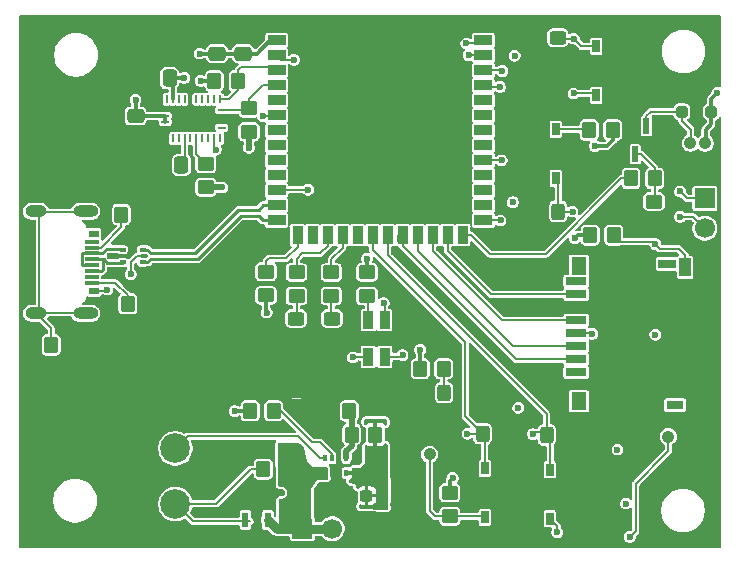
<source format=gtl>
G04 #@! TF.GenerationSoftware,KiCad,Pcbnew,9.0.6*
G04 #@! TF.CreationDate,2026-02-28T15:56:05-05:00*
G04 #@! TF.ProjectId,GoldenForm_1,476f6c64-656e-4466-9f72-6d5f312e6b69,rev?*
G04 #@! TF.SameCoordinates,Original*
G04 #@! TF.FileFunction,Copper,L1,Top*
G04 #@! TF.FilePolarity,Positive*
%FSLAX46Y46*%
G04 Gerber Fmt 4.6, Leading zero omitted, Abs format (unit mm)*
G04 Created by KiCad (PCBNEW 9.0.6) date 2026-02-28 15:56:05*
%MOMM*%
%LPD*%
G01*
G04 APERTURE LIST*
G04 Aperture macros list*
%AMRoundRect*
0 Rectangle with rounded corners*
0 $1 Rounding radius*
0 $2 $3 $4 $5 $6 $7 $8 $9 X,Y pos of 4 corners*
0 Add a 4 corners polygon primitive as box body*
4,1,4,$2,$3,$4,$5,$6,$7,$8,$9,$2,$3,0*
0 Add four circle primitives for the rounded corners*
1,1,$1+$1,$2,$3*
1,1,$1+$1,$4,$5*
1,1,$1+$1,$6,$7*
1,1,$1+$1,$8,$9*
0 Add four rect primitives between the rounded corners*
20,1,$1+$1,$2,$3,$4,$5,0*
20,1,$1+$1,$4,$5,$6,$7,0*
20,1,$1+$1,$6,$7,$8,$9,0*
20,1,$1+$1,$8,$9,$2,$3,0*%
G04 Aperture macros list end*
G04 #@! TA.AperFunction,SMDPad,CuDef*
%ADD10RoundRect,0.250000X-0.325000X-0.450000X0.325000X-0.450000X0.325000X0.450000X-0.325000X0.450000X0*%
G04 #@! TD*
G04 #@! TA.AperFunction,SMDPad,CuDef*
%ADD11RoundRect,0.250000X-0.450000X0.350000X-0.450000X-0.350000X0.450000X-0.350000X0.450000X0.350000X0*%
G04 #@! TD*
G04 #@! TA.AperFunction,SMDPad,CuDef*
%ADD12R,0.900000X1.500000*%
G04 #@! TD*
G04 #@! TA.AperFunction,SMDPad,CuDef*
%ADD13RoundRect,0.250000X0.450000X-0.325000X0.450000X0.325000X-0.450000X0.325000X-0.450000X-0.325000X0*%
G04 #@! TD*
G04 #@! TA.AperFunction,SMDPad,CuDef*
%ADD14RoundRect,0.250000X0.350000X0.450000X-0.350000X0.450000X-0.350000X-0.450000X0.350000X-0.450000X0*%
G04 #@! TD*
G04 #@! TA.AperFunction,SMDPad,CuDef*
%ADD15R,0.650000X1.050000*%
G04 #@! TD*
G04 #@! TA.AperFunction,SMDPad,CuDef*
%ADD16R,1.750000X0.700000*%
G04 #@! TD*
G04 #@! TA.AperFunction,SMDPad,CuDef*
%ADD17R,1.300000X1.500000*%
G04 #@! TD*
G04 #@! TA.AperFunction,SMDPad,CuDef*
%ADD18R,1.500000X0.800000*%
G04 #@! TD*
G04 #@! TA.AperFunction,SMDPad,CuDef*
%ADD19R,1.400000X0.800000*%
G04 #@! TD*
G04 #@! TA.AperFunction,SMDPad,CuDef*
%ADD20R,1.000000X1.550000*%
G04 #@! TD*
G04 #@! TA.AperFunction,SMDPad,CuDef*
%ADD21R,1.550000X1.000000*%
G04 #@! TD*
G04 #@! TA.AperFunction,SMDPad,CuDef*
%ADD22RoundRect,0.237500X-0.300000X-0.237500X0.300000X-0.237500X0.300000X0.237500X-0.300000X0.237500X0*%
G04 #@! TD*
G04 #@! TA.AperFunction,SMDPad,CuDef*
%ADD23RoundRect,0.250000X0.325000X0.450000X-0.325000X0.450000X-0.325000X-0.450000X0.325000X-0.450000X0*%
G04 #@! TD*
G04 #@! TA.AperFunction,ComponentPad*
%ADD24R,2.520000X2.520000*%
G04 #@! TD*
G04 #@! TA.AperFunction,ComponentPad*
%ADD25C,2.520000*%
G04 #@! TD*
G04 #@! TA.AperFunction,SMDPad,CuDef*
%ADD26RoundRect,0.250000X0.450000X-0.350000X0.450000X0.350000X-0.450000X0.350000X-0.450000X-0.350000X0*%
G04 #@! TD*
G04 #@! TA.AperFunction,ComponentPad*
%ADD27C,1.066800*%
G04 #@! TD*
G04 #@! TA.AperFunction,SMDPad,CuDef*
%ADD28RoundRect,0.250000X0.250000X0.250000X-0.250000X0.250000X-0.250000X-0.250000X0.250000X-0.250000X0*%
G04 #@! TD*
G04 #@! TA.AperFunction,SMDPad,CuDef*
%ADD29R,0.558800X1.320800*%
G04 #@! TD*
G04 #@! TA.AperFunction,SMDPad,CuDef*
%ADD30RoundRect,0.250000X-0.350000X-0.450000X0.350000X-0.450000X0.350000X0.450000X-0.350000X0.450000X0*%
G04 #@! TD*
G04 #@! TA.AperFunction,SMDPad,CuDef*
%ADD31RoundRect,0.250000X0.337500X0.475000X-0.337500X0.475000X-0.337500X-0.475000X0.337500X-0.475000X0*%
G04 #@! TD*
G04 #@! TA.AperFunction,SMDPad,CuDef*
%ADD32RoundRect,0.250000X-0.475000X0.337500X-0.475000X-0.337500X0.475000X-0.337500X0.475000X0.337500X0*%
G04 #@! TD*
G04 #@! TA.AperFunction,SMDPad,CuDef*
%ADD33RoundRect,0.250000X0.475000X-0.337500X0.475000X0.337500X-0.475000X0.337500X-0.475000X-0.337500X0*%
G04 #@! TD*
G04 #@! TA.AperFunction,SMDPad,CuDef*
%ADD34RoundRect,0.237500X0.300000X0.237500X-0.300000X0.237500X-0.300000X-0.237500X0.300000X-0.237500X0*%
G04 #@! TD*
G04 #@! TA.AperFunction,SMDPad,CuDef*
%ADD35R,0.600000X1.250000*%
G04 #@! TD*
G04 #@! TA.AperFunction,SMDPad,CuDef*
%ADD36RoundRect,0.093750X-0.156250X-0.093750X0.156250X-0.093750X0.156250X0.093750X-0.156250X0.093750X0*%
G04 #@! TD*
G04 #@! TA.AperFunction,SMDPad,CuDef*
%ADD37RoundRect,0.075000X-0.250000X-0.075000X0.250000X-0.075000X0.250000X0.075000X-0.250000X0.075000X0*%
G04 #@! TD*
G04 #@! TA.AperFunction,ComponentPad*
%ADD38R,1.700000X1.700000*%
G04 #@! TD*
G04 #@! TA.AperFunction,ComponentPad*
%ADD39C,1.700000*%
G04 #@! TD*
G04 #@! TA.AperFunction,SMDPad,CuDef*
%ADD40R,0.254000X0.675000*%
G04 #@! TD*
G04 #@! TA.AperFunction,SMDPad,CuDef*
%ADD41R,0.675000X0.254000*%
G04 #@! TD*
G04 #@! TA.AperFunction,SMDPad,CuDef*
%ADD42R,1.500000X0.900000*%
G04 #@! TD*
G04 #@! TA.AperFunction,HeatsinkPad*
%ADD43C,0.700000*%
G04 #@! TD*
G04 #@! TA.AperFunction,HeatsinkPad*
%ADD44R,3.900000X3.900000*%
G04 #@! TD*
G04 #@! TA.AperFunction,SMDPad,CuDef*
%ADD45R,0.304800X0.584200*%
G04 #@! TD*
G04 #@! TA.AperFunction,SMDPad,CuDef*
%ADD46R,0.931500X0.522100*%
G04 #@! TD*
G04 #@! TA.AperFunction,SMDPad,CuDef*
%ADD47R,0.937300X0.572099*%
G04 #@! TD*
G04 #@! TA.AperFunction,SMDPad,CuDef*
%ADD48R,1.143000X0.304800*%
G04 #@! TD*
G04 #@! TA.AperFunction,SMDPad,CuDef*
%ADD49R,0.867300X0.542100*%
G04 #@! TD*
G04 #@! TA.AperFunction,ComponentPad*
%ADD50O,1.803400X0.990600*%
G04 #@! TD*
G04 #@! TA.AperFunction,ComponentPad*
%ADD51O,2.108200X0.990600*%
G04 #@! TD*
G04 #@! TA.AperFunction,SMDPad,CuDef*
%ADD52RoundRect,0.250000X-0.337500X-0.475000X0.337500X-0.475000X0.337500X0.475000X-0.337500X0.475000X0*%
G04 #@! TD*
G04 #@! TA.AperFunction,ViaPad*
%ADD53C,0.600000*%
G04 #@! TD*
G04 #@! TA.AperFunction,Conductor*
%ADD54C,0.200000*%
G04 #@! TD*
G04 #@! TA.AperFunction,Conductor*
%ADD55C,0.290000*%
G04 #@! TD*
G04 #@! TA.AperFunction,Conductor*
%ADD56C,0.800000*%
G04 #@! TD*
G04 #@! TA.AperFunction,Conductor*
%ADD57C,0.500000*%
G04 #@! TD*
G04 #@! TA.AperFunction,Conductor*
%ADD58C,0.300000*%
G04 #@! TD*
G04 APERTURE END LIST*
D10*
X113175000Y-67450000D03*
X111125000Y-67450000D03*
D11*
X97000000Y-74600000D03*
X97000000Y-72600000D03*
D12*
X98500000Y-79750000D03*
X97100000Y-79750000D03*
X98500000Y-76650000D03*
X97100000Y-76650000D03*
D13*
X113150000Y-54775000D03*
X113150000Y-52725000D03*
D14*
X117800000Y-60550000D03*
X115800000Y-60550000D03*
D11*
X104000000Y-91250000D03*
X104000000Y-93250000D03*
D15*
X116400000Y-57600000D03*
X116400000Y-53450000D03*
X118550000Y-57600000D03*
X118550000Y-53450000D03*
D16*
X114703000Y-81057000D03*
X114703000Y-79957000D03*
X114703000Y-78857000D03*
X114703000Y-77757000D03*
X114703000Y-76657000D03*
X114703000Y-75557000D03*
X114703000Y-74457000D03*
X114703000Y-73357000D03*
D17*
X114928000Y-72057000D03*
X114928000Y-83507000D03*
D18*
X122428000Y-71882000D03*
D19*
X123078000Y-83832000D03*
D20*
X123928000Y-72182000D03*
D21*
X125503000Y-83432000D03*
D22*
X91425500Y-91328000D03*
X93150500Y-91328000D03*
D23*
X108825000Y-86250000D03*
X106775000Y-86250000D03*
D14*
X95488000Y-84328000D03*
X93488000Y-84328000D03*
D24*
X80772000Y-82804000D03*
D25*
X80772000Y-87504000D03*
X80772000Y-92204000D03*
D26*
X93980000Y-74602000D03*
X93980000Y-72602000D03*
D27*
X122500000Y-86500000D03*
X121250000Y-86500000D03*
D28*
X126150000Y-59000000D03*
X123650000Y-59000000D03*
D29*
X119700000Y-62600000D03*
X121605000Y-62600000D03*
X120652500Y-60212400D03*
D27*
X125624600Y-61649912D03*
X124374600Y-61649912D03*
D26*
X87000000Y-60690000D03*
X87000000Y-58690000D03*
D30*
X76750000Y-75250000D03*
X78750000Y-75250000D03*
D15*
X106971000Y-93350000D03*
X106971000Y-89200000D03*
X109121000Y-93350000D03*
X109121000Y-89200000D03*
D13*
X94030000Y-78558500D03*
X94030000Y-76508500D03*
D31*
X81287500Y-63500000D03*
X79212500Y-63500000D03*
D32*
X77400000Y-59352500D03*
X77400000Y-61427500D03*
D33*
X84300000Y-54087500D03*
X84300000Y-52012500D03*
D34*
X96950500Y-91500000D03*
X95225500Y-91500000D03*
D35*
X86700000Y-93550000D03*
X88600000Y-93550000D03*
X87650000Y-91450000D03*
D36*
X76304999Y-70670000D03*
D37*
X76229999Y-71207500D03*
D36*
X76304999Y-71745000D03*
X78004999Y-71745000D03*
D37*
X78079999Y-71207500D03*
D36*
X78004999Y-70670000D03*
D38*
X125600000Y-66325000D03*
D39*
X125600000Y-68865000D03*
D13*
X90980000Y-78558500D03*
X90980000Y-76508500D03*
D15*
X112975000Y-60475000D03*
X112975000Y-64625000D03*
X110825000Y-60475000D03*
X110825000Y-64625000D03*
D26*
X91030000Y-74602000D03*
X91030000Y-72602000D03*
D30*
X115900000Y-69450000D03*
X117900000Y-69450000D03*
D23*
X114275000Y-86375000D03*
X112225000Y-86375000D03*
D10*
X101475000Y-82782000D03*
X103525000Y-82782000D03*
D33*
X86500000Y-54087500D03*
X86500000Y-52012500D03*
D30*
X84074000Y-56388000D03*
X86074000Y-56388000D03*
D26*
X121300000Y-68600000D03*
X121300000Y-66600000D03*
D40*
X80046000Y-57937500D03*
D41*
X79908500Y-58850000D03*
X79908500Y-59350000D03*
X79908500Y-59850000D03*
X79908500Y-60350000D03*
D40*
X80046000Y-61262500D03*
X80546000Y-61262500D03*
X81046000Y-61262500D03*
X81546000Y-61262500D03*
X82046000Y-61262500D03*
X82546000Y-61262500D03*
X83046000Y-61262500D03*
X83546000Y-61262500D03*
X84046000Y-61262500D03*
X84546000Y-61262500D03*
D41*
X84683500Y-60350000D03*
X84683500Y-59850000D03*
X84683500Y-59350000D03*
X84683500Y-58850000D03*
D40*
X84546000Y-57937500D03*
X84046000Y-57937500D03*
X83546000Y-57937500D03*
X83046000Y-57937500D03*
X82546000Y-57937500D03*
X82046000Y-57937500D03*
X81546000Y-57937500D03*
X81046000Y-57937500D03*
X80546000Y-57937500D03*
D14*
X103500000Y-80750000D03*
X101500000Y-80750000D03*
D15*
X112475000Y-93475000D03*
X112475000Y-89325000D03*
X114625000Y-93475000D03*
X114625000Y-89325000D03*
D14*
X78200000Y-67700000D03*
X76200000Y-67700000D03*
D42*
X89350000Y-51680000D03*
X89350000Y-52950000D03*
X89350000Y-54220000D03*
X89350000Y-55490000D03*
X89350000Y-56760000D03*
X89350000Y-58030000D03*
X89350000Y-59300000D03*
X89350000Y-60570000D03*
X89350000Y-61840000D03*
X89350000Y-63110000D03*
X89350000Y-64380000D03*
X89350000Y-65650000D03*
X89350000Y-66920000D03*
X89350000Y-68190000D03*
D12*
X91115000Y-69440000D03*
X92385000Y-69440000D03*
X93655000Y-69440000D03*
X94925000Y-69440000D03*
X96195000Y-69440000D03*
X97465000Y-69440000D03*
X98735000Y-69440000D03*
X100005000Y-69440000D03*
X101275000Y-69440000D03*
X102545000Y-69440000D03*
X103815000Y-69440000D03*
X105085000Y-69440000D03*
D42*
X106850000Y-68190000D03*
X106850000Y-66920000D03*
X106850000Y-65650000D03*
X106850000Y-64380000D03*
X106850000Y-63110000D03*
X106850000Y-61840000D03*
X106850000Y-60570000D03*
X106850000Y-59300000D03*
X106850000Y-58030000D03*
X106850000Y-56760000D03*
X106850000Y-55490000D03*
X106850000Y-54220000D03*
X106850000Y-52950000D03*
X106850000Y-51680000D03*
D43*
X95200000Y-58700000D03*
X95200000Y-60100000D03*
X95900000Y-58000000D03*
X95900000Y-59400000D03*
X95900000Y-60800000D03*
X96600000Y-58700000D03*
D44*
X96600000Y-59400000D03*
D43*
X96600000Y-60100000D03*
X97300000Y-58000000D03*
X97300000Y-59400000D03*
X97300000Y-60800000D03*
X98000000Y-58700000D03*
X98000000Y-60100000D03*
D30*
X119350000Y-64650000D03*
X121350000Y-64650000D03*
D14*
X97688000Y-86328000D03*
X95688000Y-86328000D03*
D26*
X83350000Y-65400000D03*
X83350000Y-63400000D03*
D27*
X102299912Y-88000000D03*
X102299912Y-86750000D03*
D45*
X93437998Y-89572600D03*
X94038000Y-89572600D03*
X94637998Y-89572600D03*
X95238000Y-89572600D03*
X95238000Y-88328000D03*
X94637998Y-88328000D03*
X94038000Y-88328000D03*
X93437998Y-88328000D03*
D26*
X88450000Y-74550000D03*
X88450000Y-72550000D03*
D38*
X91515000Y-94300000D03*
D39*
X94055000Y-94300000D03*
X96595000Y-94300000D03*
X99135000Y-94300000D03*
D46*
X73850000Y-68550000D03*
D47*
X73838650Y-69356050D03*
D48*
X73735800Y-70500000D03*
X73735800Y-71500000D03*
X73735800Y-72000000D03*
X73735800Y-73000000D03*
D49*
X73873650Y-74971050D03*
X73873650Y-74171050D03*
D48*
X73735800Y-73499999D03*
X73735800Y-72500001D03*
X73735800Y-70999999D03*
X73735800Y-70000001D03*
D50*
X68980800Y-67429998D03*
D51*
X73160800Y-67429998D03*
X73160800Y-76070002D03*
D50*
X68980800Y-76070002D03*
D52*
X78212500Y-56170000D03*
X80287500Y-56170000D03*
D30*
X87100000Y-84325000D03*
X89100000Y-84325000D03*
X70250000Y-78750000D03*
X72250000Y-78750000D03*
D14*
X90208000Y-89268000D03*
X88208000Y-89268000D03*
D53*
X77040000Y-56190000D03*
X93600000Y-82400000D03*
X94000000Y-79800000D03*
X78950000Y-60400000D03*
X77800000Y-63500000D03*
X90600000Y-82400000D03*
X82670000Y-51960000D03*
X109850000Y-70100000D03*
X119750000Y-89250000D03*
X78750000Y-77000000D03*
X94600000Y-89000000D03*
X85600000Y-59850000D03*
X99250000Y-92250000D03*
X94800000Y-82400000D03*
X113150000Y-56050000D03*
X90800000Y-79800000D03*
X94400000Y-87200000D03*
X89800000Y-82400000D03*
X94000000Y-86400000D03*
X94200000Y-91000000D03*
X96200000Y-82400000D03*
X108400000Y-51550000D03*
X74950000Y-67300000D03*
X92400000Y-82400000D03*
X116020000Y-75630000D03*
X116600000Y-87425000D03*
X78120000Y-65890000D03*
X93800000Y-92400000D03*
X92600000Y-85600000D03*
X95200000Y-90800000D03*
X74000000Y-78750000D03*
X91400000Y-82400000D03*
X97600000Y-82400000D03*
X92800000Y-86400000D03*
X109760000Y-67840000D03*
X122700000Y-68700000D03*
X104250000Y-86750000D03*
X75254999Y-71185000D03*
X92400000Y-83400000D03*
X121330000Y-75840000D03*
X94000000Y-85800000D03*
X94600000Y-90400000D03*
X125600000Y-85400000D03*
X75000000Y-76750000D03*
X100000000Y-92000000D03*
X94750000Y-92500000D03*
X110000000Y-86300000D03*
X78900000Y-58500000D03*
X101500000Y-84350000D03*
X93000000Y-92400000D03*
X95500000Y-92500000D03*
X89750000Y-91250000D03*
X121900000Y-59600000D03*
X118550000Y-51400000D03*
X94200000Y-91800000D03*
X109650000Y-58400000D03*
X121400000Y-70200000D03*
X108400000Y-63100000D03*
X100000000Y-79600000D03*
X105600000Y-54200000D03*
X84200000Y-62200000D03*
X88200000Y-59400000D03*
X92000000Y-65600000D03*
X98400000Y-75200000D03*
X95800000Y-79800000D03*
X105400000Y-53200000D03*
X123500000Y-67900000D03*
X108250000Y-56900000D03*
X123500000Y-65750000D03*
X108450000Y-55550000D03*
X114400000Y-67450000D03*
X108300000Y-68200000D03*
X90800000Y-54600000D03*
X114500000Y-52800000D03*
X114500000Y-57450000D03*
X111050000Y-86300000D03*
X105500000Y-86250000D03*
X119250000Y-95000000D03*
X113100000Y-94600000D03*
X77000000Y-72750000D03*
X75000000Y-74050000D03*
X109800000Y-84050000D03*
X118200000Y-87600000D03*
X84750000Y-65400000D03*
X97000000Y-71450000D03*
X81500000Y-56140000D03*
X96525000Y-90400000D03*
X98125000Y-89600000D03*
X82830000Y-54070000D03*
X116300000Y-61900000D03*
X88500000Y-76000000D03*
X82940000Y-56390000D03*
X85800000Y-84350000D03*
X126650000Y-57400000D03*
X121410000Y-77870000D03*
X109354559Y-66660639D03*
X87000000Y-62050000D03*
X97275000Y-89600000D03*
X97250000Y-90400000D03*
X114600000Y-69700000D03*
X96550000Y-89600000D03*
X98125000Y-90375000D03*
X109500000Y-54250000D03*
X77400000Y-58000000D03*
X104250000Y-90000000D03*
X101500000Y-79150000D03*
X118925000Y-92175000D03*
X116050000Y-77810000D03*
D54*
X110150000Y-67450000D02*
X111125000Y-67450000D01*
X109760000Y-67840000D02*
X110150000Y-67450000D01*
X111125000Y-67450000D02*
X111125000Y-64925000D01*
X113150000Y-54775000D02*
X113150000Y-56050000D01*
X75454999Y-71185000D02*
X75477499Y-71207500D01*
X101475000Y-84325000D02*
X101500000Y-84350000D01*
X114703000Y-75557000D02*
X115947000Y-75557000D01*
X77922500Y-61427500D02*
X78950000Y-60400000D01*
X109121000Y-89200000D02*
X109121000Y-86546000D01*
X125503000Y-83432000D02*
X125503000Y-85303000D01*
X118550000Y-57600000D02*
X118550000Y-53450000D01*
X94030000Y-79770000D02*
X94000000Y-79800000D01*
X111125000Y-64925000D02*
X110825000Y-64625000D01*
X109121000Y-89200000D02*
X109121000Y-93350000D01*
X125503000Y-85303000D02*
X125600000Y-85400000D01*
X73850000Y-68550000D02*
X74350000Y-68550000D01*
X90980000Y-78558500D02*
X90980000Y-79620000D01*
X110825000Y-64625000D02*
X110825000Y-60475000D01*
X87910000Y-91450000D02*
X88110000Y-91250000D01*
X78750000Y-77000000D02*
X78750000Y-75250000D01*
X89350000Y-51680000D02*
X86832500Y-51680000D01*
X94030000Y-78558500D02*
X94030000Y-79770000D01*
X110825000Y-59575000D02*
X109650000Y-58400000D01*
X78090000Y-65860000D02*
X78120000Y-65890000D01*
X106850000Y-51680000D02*
X108270000Y-51680000D01*
X72250000Y-78750000D02*
X74000000Y-78750000D01*
X79250000Y-58850000D02*
X78900000Y-58500000D01*
X110000000Y-86300000D02*
X109950000Y-86250000D01*
X108270000Y-51680000D02*
X108400000Y-51550000D01*
X93456000Y-91633500D02*
X93150500Y-91328000D01*
X116600000Y-87425000D02*
X116550000Y-87375000D01*
X74350000Y-68550000D02*
X74950000Y-67950000D01*
X75000000Y-75500000D02*
X75000000Y-76650000D01*
X78212500Y-56170000D02*
X77060000Y-56170000D01*
X86500000Y-52012500D02*
X84300000Y-52012500D01*
X82046000Y-58404000D02*
X82046000Y-57937500D01*
X121900000Y-59600000D02*
X121605000Y-59895000D01*
X120250000Y-86500000D02*
X119750000Y-87000000D01*
X109950000Y-86250000D02*
X108825000Y-86250000D01*
X79212500Y-63500000D02*
X77800000Y-63500000D01*
X82722500Y-52012500D02*
X82670000Y-51960000D01*
X74471050Y-74971050D02*
X75000000Y-75500000D01*
X77060000Y-56170000D02*
X77040000Y-56190000D01*
X81600000Y-58850000D02*
X82046000Y-58404000D01*
X121605000Y-59895000D02*
X121605000Y-62600000D01*
X79908500Y-58850000D02*
X81600000Y-58850000D01*
X79000000Y-60350000D02*
X78950000Y-60400000D01*
X80046000Y-61262500D02*
X80046000Y-60487500D01*
X87650000Y-91450000D02*
X87910000Y-91450000D01*
X109121000Y-86546000D02*
X108825000Y-86250000D01*
X90980000Y-79620000D02*
X90800000Y-79800000D01*
X102299912Y-86750000D02*
X104250000Y-86750000D01*
X78200000Y-67700000D02*
X78200000Y-65970000D01*
X115275000Y-87375000D02*
X114275000Y-86375000D01*
X88110000Y-91250000D02*
X89750000Y-91250000D01*
X119750000Y-87000000D02*
X119750000Y-89250000D01*
X77400000Y-61427500D02*
X77922500Y-61427500D01*
X73873650Y-74971050D02*
X74471050Y-74971050D01*
X84683500Y-59350000D02*
X84683500Y-59850000D01*
X114275000Y-86375000D02*
X114275000Y-88825000D01*
X73735800Y-68550000D02*
X73867893Y-68550000D01*
X78200000Y-65970000D02*
X78120000Y-65890000D01*
X121300000Y-68600000D02*
X122600000Y-68600000D01*
X75254999Y-71185000D02*
X75454999Y-71185000D01*
X74950000Y-67950000D02*
X74950000Y-67300000D01*
X116550000Y-87375000D02*
X115275000Y-87375000D01*
X101475000Y-82782000D02*
X101475000Y-84325000D01*
X114650000Y-86550000D02*
X114250000Y-86150000D01*
X121250000Y-86500000D02*
X120250000Y-86500000D01*
X114650000Y-89200000D02*
X114650000Y-93350000D01*
X84683500Y-59850000D02*
X85600000Y-59850000D01*
X79908500Y-58850000D02*
X79250000Y-58850000D01*
X79908500Y-60350000D02*
X79000000Y-60350000D01*
X75477499Y-71207500D02*
X76229999Y-71207500D01*
X84300000Y-52012500D02*
X82722500Y-52012500D01*
X110825000Y-60475000D02*
X110825000Y-59575000D01*
X122600000Y-68600000D02*
X122700000Y-68700000D01*
X115947000Y-75557000D02*
X116020000Y-75630000D01*
X114275000Y-88825000D02*
X114650000Y-89200000D01*
X118550000Y-53450000D02*
X118550000Y-51400000D01*
X86832500Y-51680000D02*
X86500000Y-52012500D01*
X80046000Y-60487500D02*
X79908500Y-60350000D01*
X121400000Y-70200000D02*
X121800000Y-70600000D01*
X123928000Y-71128000D02*
X123928000Y-72182000D01*
X123400000Y-70600000D02*
X123928000Y-71128000D01*
X118450000Y-70000000D02*
X117900000Y-69450000D01*
X106860000Y-63100000D02*
X106850000Y-63110000D01*
X108400000Y-63100000D02*
X106860000Y-63100000D01*
X121200000Y-70000000D02*
X118450000Y-70000000D01*
X121800000Y-70600000D02*
X123400000Y-70600000D01*
X121400000Y-70200000D02*
X121200000Y-70000000D01*
X105085000Y-69440000D02*
X105790000Y-69440000D01*
X118530160Y-64650000D02*
X119350000Y-64650000D01*
X112130160Y-71050000D02*
X118530160Y-64650000D01*
X105790000Y-69440000D02*
X107400000Y-71050000D01*
X107400000Y-71050000D02*
X112130160Y-71050000D01*
X84683500Y-58850000D02*
X86840000Y-58850000D01*
X87000000Y-57920000D02*
X88160000Y-56760000D01*
X88160000Y-56760000D02*
X89350000Y-56760000D01*
X86840000Y-58850000D02*
X87000000Y-58690000D01*
X87000000Y-58690000D02*
X87000000Y-57920000D01*
X81546000Y-63241500D02*
X81287500Y-63500000D01*
X81546000Y-61262500D02*
X81546000Y-63241500D01*
X93980000Y-76458500D02*
X94030000Y-76508500D01*
X93980000Y-74602000D02*
X93980000Y-76458500D01*
X82546000Y-62596000D02*
X82546000Y-61262500D01*
X83350000Y-63400000D02*
X82546000Y-62596000D01*
X84546000Y-57937500D02*
X85312500Y-57937500D01*
X89090000Y-55230000D02*
X89350000Y-55490000D01*
X86330000Y-55230000D02*
X89090000Y-55230000D01*
X86074000Y-56388000D02*
X86074000Y-55486000D01*
X86074000Y-57176000D02*
X86074000Y-56388000D01*
X86074000Y-55486000D02*
X86330000Y-55230000D01*
X85312500Y-57937500D02*
X86074000Y-57176000D01*
D55*
X89350000Y-66920000D02*
X89050000Y-66920000D01*
X78686751Y-70962500D02*
X82441018Y-70962500D01*
X86093518Y-67310000D02*
X87834999Y-67310000D01*
X87834999Y-67310000D02*
X88224999Y-66920000D01*
X78394251Y-70670000D02*
X78686751Y-70962500D01*
X88224999Y-66920000D02*
X89350000Y-66920000D01*
X78004999Y-70670000D02*
X78394251Y-70670000D01*
X82441018Y-70962500D02*
X86093518Y-67310000D01*
D54*
X99850000Y-79750000D02*
X100000000Y-79600000D01*
X106830000Y-54200000D02*
X106850000Y-54220000D01*
X98500000Y-79750000D02*
X99850000Y-79750000D01*
X105600000Y-54200000D02*
X106830000Y-54200000D01*
X91030000Y-72602000D02*
X91030000Y-71470000D01*
X93000000Y-71000000D02*
X93655000Y-70345000D01*
X91500000Y-71000000D02*
X93000000Y-71000000D01*
X93655000Y-70345000D02*
X93655000Y-69440000D01*
X91030000Y-71470000D02*
X91500000Y-71000000D01*
X84046000Y-62046000D02*
X84200000Y-62200000D01*
X84046000Y-61262500D02*
X84046000Y-62046000D01*
X88200000Y-59400000D02*
X89250000Y-59400000D01*
X89250000Y-59400000D02*
X89350000Y-59300000D01*
X98500000Y-76650000D02*
X98500000Y-75300000D01*
X89400000Y-65600000D02*
X89350000Y-65650000D01*
X92000000Y-65600000D02*
X89400000Y-65600000D01*
X98500000Y-75300000D02*
X98400000Y-75200000D01*
X97100000Y-76650000D02*
X97100000Y-74700000D01*
X97100000Y-74700000D02*
X97000000Y-74600000D01*
X106600000Y-53200000D02*
X106850000Y-52950000D01*
X105400000Y-53200000D02*
X106600000Y-53200000D01*
X97100000Y-79750000D02*
X95850000Y-79750000D01*
X95850000Y-79750000D02*
X95800000Y-79800000D01*
X106990000Y-56900000D02*
X106850000Y-56760000D01*
X108250000Y-56900000D02*
X106990000Y-56900000D01*
X124635000Y-67900000D02*
X125600000Y-68865000D01*
X123500000Y-67900000D02*
X124635000Y-67900000D01*
X91115000Y-69440000D02*
X91115000Y-70435000D01*
X88450000Y-71650000D02*
X88450000Y-72550000D01*
X90150000Y-71400000D02*
X88700000Y-71400000D01*
X91115000Y-70435000D02*
X90150000Y-71400000D01*
X88450000Y-72550000D02*
X88750000Y-72250000D01*
X88700000Y-71400000D02*
X88450000Y-71650000D01*
X123500000Y-65750000D02*
X124075000Y-66325000D01*
X106850000Y-55490000D02*
X108390000Y-55490000D01*
X108390000Y-55490000D02*
X108450000Y-55550000D01*
X124075000Y-66325000D02*
X125600000Y-66325000D01*
X103500000Y-80750000D02*
X103500000Y-82757000D01*
X103500000Y-82757000D02*
X103525000Y-82782000D01*
D56*
X94055000Y-94300000D02*
X91515000Y-94300000D01*
X91515000Y-94300000D02*
X91515000Y-91417500D01*
X89350000Y-94300000D02*
X88600000Y-93550000D01*
X91515000Y-94300000D02*
X89350000Y-94300000D01*
D54*
X93456000Y-94234000D02*
X94456000Y-94234000D01*
D56*
X91515000Y-91417500D02*
X91425500Y-91328000D01*
D54*
X109317000Y-78857000D02*
X101275000Y-70815000D01*
X101275000Y-70815000D02*
X101275000Y-69440000D01*
X114703000Y-78857000D02*
X109317000Y-78857000D01*
X103815000Y-70790000D02*
X103815000Y-69440000D01*
X107482000Y-74457000D02*
X103815000Y-70790000D01*
X114703000Y-74457000D02*
X107482000Y-74457000D01*
X102545000Y-70790000D02*
X102545000Y-69440000D01*
X114703000Y-76657000D02*
X108412000Y-76657000D01*
X108412000Y-76657000D02*
X102545000Y-70790000D01*
X99605000Y-69972000D02*
X99605000Y-69440000D01*
X114703000Y-79957000D02*
X109590000Y-79957000D01*
X109590000Y-79957000D02*
X100005000Y-70372000D01*
X100005000Y-70372000D02*
X100005000Y-69440000D01*
X84196000Y-92204000D02*
X87132000Y-89268000D01*
X80772000Y-92204000D02*
X84196000Y-92204000D01*
X87132000Y-89268000D02*
X88208000Y-89268000D01*
X80772000Y-92204000D02*
X82246000Y-93678000D01*
X82246000Y-93678000D02*
X87088000Y-93678000D01*
X81801000Y-86475000D02*
X91125000Y-86475000D01*
X92978000Y-88328000D02*
X93437998Y-88328000D01*
X91125000Y-86475000D02*
X92978000Y-88328000D01*
X80772000Y-87504000D02*
X81801000Y-86475000D01*
X74500000Y-70500000D02*
X76200000Y-68800000D01*
X76200000Y-68800000D02*
X76200000Y-67700000D01*
X73735800Y-70500000D02*
X74500000Y-70500000D01*
X74507300Y-73499999D02*
X73735800Y-73499999D01*
X74507301Y-73500000D02*
X74507300Y-73499999D01*
X76750000Y-75250000D02*
X76750000Y-74550000D01*
X76750000Y-74550000D02*
X75700000Y-73500000D01*
X75700000Y-73500000D02*
X74507301Y-73500000D01*
X106850000Y-68190000D02*
X108290000Y-68190000D01*
X112850000Y-64750000D02*
X112975000Y-64625000D01*
X114400000Y-67450000D02*
X113175000Y-67450000D01*
X108290000Y-68190000D02*
X108300000Y-68200000D01*
X113175000Y-67450000D02*
X113175000Y-64825000D01*
X106860000Y-68200000D02*
X106850000Y-68190000D01*
X113175000Y-64825000D02*
X112975000Y-64625000D01*
X89730000Y-54600000D02*
X89350000Y-54220000D01*
X115150000Y-53450000D02*
X116400000Y-53450000D01*
X114500000Y-52800000D02*
X115150000Y-53450000D01*
X90800000Y-54600000D02*
X89730000Y-54600000D01*
X114500000Y-52800000D02*
X113225000Y-52800000D01*
X113225000Y-52800000D02*
X113150000Y-52725000D01*
X93980000Y-71470000D02*
X94925000Y-70525000D01*
X94925000Y-70525000D02*
X94925000Y-69440000D01*
X93980000Y-72602000D02*
X93980000Y-71470000D01*
X114500000Y-57450000D02*
X116250000Y-57450000D01*
X116250000Y-57450000D02*
X116400000Y-57600000D01*
X91030000Y-76458500D02*
X90980000Y-76508500D01*
X91030000Y-74602000D02*
X91030000Y-76458500D01*
X115725000Y-60475000D02*
X115800000Y-60550000D01*
X112975000Y-60475000D02*
X115725000Y-60475000D01*
D57*
X95688000Y-86328000D02*
X95688000Y-84528000D01*
X95238000Y-87762000D02*
X95688000Y-87312000D01*
X95238000Y-88328000D02*
X95238000Y-87762000D01*
X95688000Y-87312000D02*
X95688000Y-86328000D01*
X95688000Y-84528000D02*
X95488000Y-84328000D01*
D54*
X112200000Y-84600000D02*
X98735000Y-71135000D01*
X112200000Y-86150000D02*
X112200000Y-84600000D01*
X112500000Y-86450000D02*
X112200000Y-86150000D01*
X98735000Y-71135000D02*
X98735000Y-69440000D01*
X111200000Y-86150000D02*
X111050000Y-86300000D01*
X112500000Y-89200000D02*
X112500000Y-86450000D01*
X112200000Y-86150000D02*
X111200000Y-86150000D01*
X106775000Y-86250000D02*
X105300000Y-84775000D01*
X106775000Y-86250000D02*
X105500000Y-86250000D01*
X106971000Y-86446000D02*
X106775000Y-86250000D01*
X105300000Y-78500000D02*
X97465000Y-70665000D01*
X105300000Y-84775000D02*
X105300000Y-78500000D01*
X106971000Y-89200000D02*
X106971000Y-86446000D01*
X97465000Y-70665000D02*
X97465000Y-69440000D01*
X119750000Y-91000000D02*
X119750000Y-94500000D01*
X113100000Y-94600000D02*
X113100000Y-94100000D01*
X113100000Y-94100000D02*
X112475000Y-93475000D01*
X122250000Y-88000000D02*
X119750000Y-90500000D01*
X122500000Y-86500000D02*
X122500000Y-87750000D01*
X122500000Y-87750000D02*
X122250000Y-88000000D01*
X119750000Y-90500000D02*
X119750000Y-91000000D01*
X119750000Y-94500000D02*
X119250000Y-95000000D01*
X104000000Y-93250000D02*
X106871000Y-93250000D01*
X102750000Y-93250000D02*
X104000000Y-93250000D01*
X102299912Y-92799912D02*
X102750000Y-93250000D01*
X102299912Y-88000000D02*
X102299912Y-92799912D01*
X106871000Y-93250000D02*
X106971000Y-93350000D01*
X120652500Y-60212400D02*
X120652500Y-59347500D01*
X124414600Y-61649912D02*
X124414600Y-60514600D01*
X120652500Y-59347500D02*
X121000000Y-59000000D01*
X121000000Y-59000000D02*
X123650000Y-59000000D01*
X124414600Y-60514600D02*
X123650000Y-59750000D01*
X123650000Y-59750000D02*
X123650000Y-59000000D01*
X121350000Y-66550000D02*
X121300000Y-66600000D01*
X121350000Y-64650000D02*
X121350000Y-63750000D01*
X120200000Y-62600000D02*
X119700000Y-62600000D01*
X121350000Y-64650000D02*
X121350000Y-66550000D01*
X121097500Y-64397500D02*
X121350000Y-64650000D01*
X121350000Y-63750000D02*
X120200000Y-62600000D01*
X93815749Y-87759251D02*
X93031498Y-86975000D01*
X89700000Y-84325000D02*
X89100000Y-84325000D01*
X94038000Y-87981502D02*
X93815749Y-87759251D01*
X94038000Y-88328000D02*
X94038000Y-87981502D01*
X93031498Y-86975000D02*
X92350000Y-86975000D01*
X92350000Y-86975000D02*
X89700000Y-84325000D01*
D55*
X89350000Y-68190000D02*
X89050000Y-68190000D01*
X78394251Y-71745000D02*
X78686751Y-71452500D01*
X78004999Y-71745000D02*
X78394251Y-71745000D01*
X78686751Y-71452500D02*
X82643982Y-71452500D01*
X87834999Y-67800000D02*
X88224999Y-68190000D01*
X82643982Y-71452500D02*
X86296482Y-67800000D01*
X86296482Y-67800000D02*
X87834999Y-67800000D01*
X88224999Y-68190000D02*
X89350000Y-68190000D01*
D54*
X77542500Y-71207500D02*
X78079999Y-71207500D01*
X74878950Y-74171050D02*
X75000000Y-74050000D01*
X73873650Y-74171050D02*
X74878950Y-74171050D01*
X77000000Y-71750000D02*
X77542500Y-71207500D01*
X77000000Y-72750000D02*
X77000000Y-71750000D01*
D58*
X79908500Y-59850000D02*
X79908500Y-59350000D01*
X115900000Y-69450000D02*
X114850000Y-69450000D01*
X81470000Y-56170000D02*
X81500000Y-56140000D01*
X114850000Y-69450000D02*
X114600000Y-69700000D01*
X126150000Y-60050000D02*
X125664600Y-60535400D01*
X101500000Y-80750000D02*
X101500000Y-79150000D01*
X82847500Y-54087500D02*
X82830000Y-54070000D01*
D57*
X83350000Y-65400000D02*
X84750000Y-65400000D01*
D58*
X88450000Y-75950000D02*
X88500000Y-76000000D01*
X85825000Y-84325000D02*
X85800000Y-84350000D01*
X126150000Y-59000000D02*
X126150000Y-60050000D01*
X97000000Y-72600000D02*
X97000000Y-71450000D01*
X82942000Y-56388000D02*
X82940000Y-56390000D01*
X117300000Y-61900000D02*
X116300000Y-61900000D01*
X117800000Y-60550000D02*
X117800000Y-61400000D01*
X84300000Y-54087500D02*
X86500000Y-54087500D01*
X80287500Y-56170000D02*
X81470000Y-56170000D01*
X84300000Y-54087500D02*
X82847500Y-54087500D01*
X84074000Y-56388000D02*
X82942000Y-56388000D01*
X104000000Y-91250000D02*
X104000000Y-90250000D01*
X80546000Y-56428500D02*
X80287500Y-56170000D01*
X95238000Y-89572600D02*
X96522600Y-89572600D01*
X77852500Y-59350000D02*
X77850000Y-59352500D01*
D54*
X114703000Y-77757000D02*
X115997000Y-77757000D01*
X115997000Y-77757000D02*
X116050000Y-77810000D01*
D58*
X87680500Y-54087500D02*
X86500000Y-54087500D01*
X87100000Y-84325000D02*
X85825000Y-84325000D01*
X88450000Y-74550000D02*
X88450000Y-75950000D01*
D57*
X87000000Y-60690000D02*
X87000000Y-62050000D01*
D58*
X79908500Y-59350000D02*
X77852500Y-59350000D01*
X80546000Y-57937500D02*
X80546000Y-56428500D01*
X88818000Y-52950000D02*
X87680500Y-54087500D01*
X126150000Y-59000000D02*
X126150000Y-57900000D01*
X126150000Y-57900000D02*
X126650000Y-57400000D01*
X117800000Y-61400000D02*
X117300000Y-61900000D01*
D54*
X114756000Y-77810000D02*
X114703000Y-77757000D01*
D58*
X125664600Y-60535400D02*
X125664600Y-61649912D01*
X77400000Y-59352500D02*
X77400000Y-58000000D01*
X89350000Y-52950000D02*
X88818000Y-52950000D01*
X104000000Y-90250000D02*
X104250000Y-90000000D01*
X96522600Y-89572600D02*
X96550000Y-89600000D01*
D54*
X70250000Y-78750000D02*
X70250000Y-77339202D01*
X72750000Y-67500000D02*
X69250000Y-67500000D01*
X69250000Y-67500000D02*
X69250000Y-76000000D01*
X69000000Y-75750000D02*
X69250000Y-76000000D01*
X73250000Y-76000000D02*
X69250000Y-76000000D01*
X69250000Y-67500000D02*
X69000000Y-67500000D01*
X70250000Y-77339202D02*
X68980800Y-76070002D01*
D55*
X72868300Y-71948400D02*
X72868300Y-71005999D01*
X72919900Y-72000000D02*
X72868300Y-71948400D01*
X74597128Y-70999999D02*
X75008127Y-70589000D01*
X73735800Y-70999999D02*
X74597128Y-70999999D01*
X73735800Y-72000000D02*
X72919900Y-72000000D01*
X75008127Y-70589000D02*
X76223999Y-70589000D01*
X76223999Y-70589000D02*
X76304999Y-70670000D01*
X72874300Y-70999999D02*
X73735800Y-70999999D01*
X72868300Y-71005999D02*
X72874300Y-70999999D01*
X74499999Y-72500001D02*
X73735800Y-72500001D01*
X76268999Y-71781000D02*
X76304999Y-71745000D01*
X73735800Y-71500000D02*
X74727127Y-71500000D01*
X74603300Y-72396700D02*
X74499999Y-72500001D01*
X75008127Y-71781000D02*
X76268999Y-71781000D01*
X74727127Y-71500000D02*
X75008127Y-71781000D01*
X74551700Y-71500000D02*
X74603300Y-71551600D01*
X74603300Y-71551600D02*
X74603300Y-72396700D01*
G04 #@! TA.AperFunction,Conductor*
G36*
X95939977Y-91006485D02*
G01*
X96000898Y-91053786D01*
X96013382Y-91062751D01*
X96098943Y-91095054D01*
X96127732Y-91099011D01*
X96182806Y-91125666D01*
X96211695Y-91179602D01*
X96212820Y-91206330D01*
X96212500Y-91209743D01*
X96212500Y-91790266D01*
X96215274Y-91819844D01*
X96215276Y-91819852D01*
X96258884Y-91944476D01*
X96258884Y-91944477D01*
X96263930Y-91951313D01*
X96283273Y-92009360D01*
X96264802Y-92067691D01*
X96246194Y-92085555D01*
X96246926Y-92086406D01*
X96242008Y-92090636D01*
X96242007Y-92090637D01*
X96220535Y-92109109D01*
X96172675Y-92150282D01*
X96126872Y-92212323D01*
X96118207Y-92225029D01*
X96087987Y-92311351D01*
X96079341Y-92387990D01*
X96080335Y-92441623D01*
X96080336Y-92441637D01*
X96090663Y-92510215D01*
X96090666Y-92510232D01*
X96090667Y-92510237D01*
X96098223Y-92542488D01*
X96098224Y-92542490D01*
X96098228Y-92542505D01*
X96112864Y-92588068D01*
X96112865Y-92588070D01*
X96112866Y-92588072D01*
X96143565Y-92641390D01*
X96155937Y-92662878D01*
X96207587Y-92720131D01*
X96207599Y-92720143D01*
X96218313Y-92731161D01*
X96296868Y-92777993D01*
X96370243Y-92801756D01*
X96370255Y-92801758D01*
X96370262Y-92801760D01*
X96423000Y-92811482D01*
X96422999Y-92811482D01*
X96497134Y-92815296D01*
X96892152Y-92835618D01*
X95913000Y-92853000D01*
X95913000Y-90973543D01*
X95939977Y-91006485D01*
G37*
G04 #@! TD.AperFunction*
G04 #@! TA.AperFunction,Conductor*
G36*
X94337999Y-89078000D02*
G01*
X94063000Y-89078000D01*
X94063000Y-90578000D01*
X92774485Y-90578000D01*
X92879311Y-90423833D01*
X92927666Y-90386345D01*
X92961179Y-90380500D01*
X93573030Y-90380500D01*
X93573037Y-90380500D01*
X93575650Y-90380457D01*
X93579769Y-90380390D01*
X93584420Y-90380237D01*
X93589507Y-90380071D01*
X93648847Y-90369273D01*
X93721881Y-90344479D01*
X93736237Y-90338999D01*
X93810326Y-90285380D01*
X93861179Y-90227391D01*
X93870873Y-90215464D01*
X93908225Y-90131984D01*
X93923270Y-90056337D01*
X93925703Y-90041161D01*
X93925466Y-90038867D01*
X93916310Y-89950190D01*
X93916310Y-89950189D01*
X93897607Y-89895099D01*
X93894256Y-89882591D01*
X93892502Y-89873772D01*
X93890600Y-89854460D01*
X93890600Y-89290741D01*
X93892502Y-89271426D01*
X93893152Y-89268159D01*
X93896111Y-89248211D01*
X93898974Y-89219143D01*
X93892962Y-89145813D01*
X93873000Y-89071313D01*
X93870102Y-89061918D01*
X93868470Y-89056627D01*
X93816855Y-88974483D01*
X93818547Y-88973419D01*
X93800016Y-88924036D01*
X93816297Y-88865056D01*
X93864136Y-88826911D01*
X93898917Y-88820600D01*
X94210147Y-88820600D01*
X94210148Y-88820600D01*
X94268631Y-88808967D01*
X94331382Y-88767036D01*
X94337999Y-89078000D01*
G37*
G04 #@! TD.AperFunction*
G04 #@! TA.AperFunction,Conductor*
G36*
X94311979Y-87855048D02*
G01*
X94278460Y-87796991D01*
X94267396Y-87785927D01*
X94222511Y-87741041D01*
X94222511Y-87741042D01*
X94000260Y-87518791D01*
X93615077Y-87133608D01*
X93216009Y-86734540D01*
X93208182Y-86730021D01*
X93204681Y-86728000D01*
X94288000Y-86728000D01*
X94311979Y-87855048D01*
G37*
G04 #@! TD.AperFunction*
G04 #@! TA.AperFunction,Conductor*
G36*
X115758924Y-50810501D02*
G01*
X126900833Y-50847984D01*
X126958960Y-50867087D01*
X126994757Y-50916707D01*
X126999500Y-50946983D01*
X126999500Y-56852382D01*
X126980593Y-56910573D01*
X126931093Y-56946537D01*
X126869907Y-56946537D01*
X126851003Y-56938120D01*
X126843189Y-56933609D01*
X126843191Y-56933609D01*
X126781252Y-56917013D01*
X126715892Y-56899500D01*
X126584108Y-56899500D01*
X126518748Y-56917013D01*
X126456809Y-56933609D01*
X126342690Y-56999496D01*
X126249496Y-57092690D01*
X126183609Y-57206809D01*
X126170212Y-57256809D01*
X126150120Y-57331796D01*
X126149500Y-57334109D01*
X126149500Y-57363810D01*
X126130593Y-57422001D01*
X126120504Y-57433813D01*
X125869530Y-57684787D01*
X125843414Y-57730020D01*
X125843415Y-57730021D01*
X125823386Y-57764710D01*
X125807462Y-57824141D01*
X125800399Y-57850503D01*
X125799500Y-57853857D01*
X125799500Y-58237638D01*
X125780593Y-58295829D01*
X125733198Y-58331082D01*
X125687120Y-58347205D01*
X125687114Y-58347208D01*
X125577855Y-58427845D01*
X125577845Y-58427855D01*
X125497207Y-58537116D01*
X125452355Y-58665296D01*
X125452353Y-58665305D01*
X125449500Y-58695725D01*
X125449500Y-59304274D01*
X125452353Y-59334694D01*
X125452355Y-59334703D01*
X125497207Y-59462883D01*
X125577845Y-59572144D01*
X125577847Y-59572146D01*
X125577850Y-59572150D01*
X125577853Y-59572152D01*
X125577855Y-59572154D01*
X125687114Y-59652791D01*
X125687116Y-59652791D01*
X125687118Y-59652793D01*
X125733198Y-59668917D01*
X125756680Y-59686796D01*
X125780593Y-59704170D01*
X125780952Y-59705277D01*
X125781878Y-59705982D01*
X125799500Y-59762361D01*
X125799500Y-59863810D01*
X125780593Y-59922001D01*
X125770504Y-59933813D01*
X125384132Y-60320185D01*
X125384130Y-60320187D01*
X125384130Y-60320188D01*
X125378412Y-60330093D01*
X125357977Y-60365488D01*
X125357976Y-60365489D01*
X125337987Y-60400109D01*
X125337986Y-60400111D01*
X125337986Y-60400112D01*
X125317910Y-60475039D01*
X125314100Y-60489257D01*
X125314100Y-60921810D01*
X125295193Y-60980001D01*
X125270102Y-61004125D01*
X125156766Y-61079854D01*
X125069604Y-61167017D01*
X125015087Y-61194794D01*
X124954655Y-61185223D01*
X124929596Y-61167017D01*
X124842433Y-61079854D01*
X124759098Y-61024171D01*
X124721219Y-60976121D01*
X124715100Y-60941856D01*
X124715100Y-60475039D01*
X124715100Y-60475038D01*
X124694622Y-60398612D01*
X124694620Y-60398609D01*
X124694620Y-60398607D01*
X124655063Y-60330093D01*
X124655061Y-60330091D01*
X124655060Y-60330089D01*
X124116483Y-59791512D01*
X124088708Y-59736998D01*
X124098279Y-59676566D01*
X124127698Y-59641858D01*
X124222150Y-59572150D01*
X124302793Y-59462882D01*
X124347646Y-59334699D01*
X124350499Y-59304273D01*
X124350500Y-59304273D01*
X124350500Y-58695727D01*
X124350499Y-58695725D01*
X124350230Y-58692855D01*
X124347646Y-58665301D01*
X124302793Y-58537118D01*
X124302217Y-58536338D01*
X124222154Y-58427855D01*
X124222152Y-58427853D01*
X124222150Y-58427850D01*
X124222146Y-58427847D01*
X124222144Y-58427845D01*
X124112883Y-58347207D01*
X123984703Y-58302355D01*
X123984694Y-58302353D01*
X123954274Y-58299500D01*
X123954266Y-58299500D01*
X123345734Y-58299500D01*
X123345725Y-58299500D01*
X123315305Y-58302353D01*
X123315296Y-58302355D01*
X123187116Y-58347207D01*
X123077855Y-58427845D01*
X123077845Y-58427855D01*
X122997207Y-58537116D01*
X122963587Y-58633198D01*
X122926522Y-58681878D01*
X122870143Y-58699500D01*
X120960435Y-58699500D01*
X120884011Y-58719978D01*
X120884007Y-58719980D01*
X120815489Y-58759539D01*
X120412039Y-59162989D01*
X120372480Y-59231507D01*
X120372479Y-59231510D01*
X120355131Y-59296248D01*
X120321806Y-59347562D01*
X120297402Y-59362082D01*
X120294874Y-59363129D01*
X120228551Y-59407445D01*
X120228545Y-59407451D01*
X120184234Y-59473766D01*
X120184232Y-59473772D01*
X120172601Y-59532241D01*
X120172600Y-59532253D01*
X120172600Y-60892546D01*
X120172601Y-60892558D01*
X120184232Y-60951027D01*
X120184234Y-60951033D01*
X120200426Y-60975265D01*
X120228548Y-61017352D01*
X120294869Y-61061667D01*
X120339331Y-61070511D01*
X120353341Y-61073298D01*
X120353346Y-61073298D01*
X120353352Y-61073300D01*
X120353353Y-61073300D01*
X120951647Y-61073300D01*
X120951648Y-61073300D01*
X121010131Y-61061667D01*
X121076452Y-61017352D01*
X121120767Y-60951031D01*
X121132400Y-60892548D01*
X121132400Y-59532252D01*
X121120767Y-59473769D01*
X121107893Y-59454502D01*
X121091284Y-59395614D01*
X121112461Y-59338210D01*
X121163335Y-59304217D01*
X121190208Y-59300500D01*
X122870143Y-59300500D01*
X122928334Y-59319407D01*
X122963587Y-59366802D01*
X122997207Y-59462883D01*
X123077845Y-59572144D01*
X123077847Y-59572146D01*
X123077850Y-59572150D01*
X123077853Y-59572152D01*
X123077855Y-59572154D01*
X123187116Y-59652792D01*
X123187117Y-59652792D01*
X123187118Y-59652793D01*
X123233195Y-59668916D01*
X123283198Y-59686413D01*
X123331878Y-59723478D01*
X123349500Y-59779857D01*
X123349500Y-59789564D01*
X123369977Y-59865985D01*
X123369980Y-59865992D01*
X123402317Y-59922001D01*
X123407081Y-59930252D01*
X123409540Y-59934511D01*
X124085105Y-60610076D01*
X124112881Y-60664591D01*
X124114100Y-60680078D01*
X124114100Y-60897296D01*
X124095193Y-60955487D01*
X124052987Y-60988760D01*
X124026969Y-60999537D01*
X123906766Y-61079854D01*
X123804542Y-61182078D01*
X123724224Y-61302281D01*
X123724224Y-61302282D01*
X123668903Y-61435839D01*
X123668903Y-61435841D01*
X123640700Y-61577626D01*
X123640700Y-61722197D01*
X123655191Y-61795048D01*
X123668382Y-61861366D01*
X123668903Y-61863982D01*
X123668903Y-61863984D01*
X123724224Y-61997541D01*
X123724224Y-61997542D01*
X123803303Y-62115890D01*
X123804543Y-62117746D01*
X123906766Y-62219969D01*
X124026968Y-62300286D01*
X124026969Y-62300286D01*
X124026970Y-62300287D01*
X124029377Y-62301284D01*
X124160529Y-62355609D01*
X124302317Y-62383812D01*
X124302318Y-62383812D01*
X124446882Y-62383812D01*
X124446883Y-62383812D01*
X124588671Y-62355609D01*
X124722232Y-62300286D01*
X124842434Y-62219969D01*
X124929596Y-62132807D01*
X124984113Y-62105030D01*
X125044545Y-62114601D01*
X125069604Y-62132807D01*
X125156766Y-62219969D01*
X125276968Y-62300286D01*
X125276969Y-62300286D01*
X125276970Y-62300287D01*
X125279377Y-62301284D01*
X125410529Y-62355609D01*
X125552317Y-62383812D01*
X125552318Y-62383812D01*
X125696882Y-62383812D01*
X125696883Y-62383812D01*
X125838671Y-62355609D01*
X125972232Y-62300286D01*
X126092434Y-62219969D01*
X126194657Y-62117746D01*
X126274974Y-61997544D01*
X126330297Y-61863983D01*
X126358500Y-61722195D01*
X126358500Y-61577629D01*
X126330297Y-61435841D01*
X126283206Y-61322153D01*
X126274975Y-61302282D01*
X126274975Y-61302281D01*
X126194655Y-61182075D01*
X126092433Y-61079854D01*
X126059098Y-61057580D01*
X126021219Y-61009530D01*
X126015100Y-60975265D01*
X126015100Y-60721588D01*
X126034007Y-60663397D01*
X126044090Y-60651590D01*
X126430469Y-60265212D01*
X126476614Y-60185288D01*
X126481818Y-60165867D01*
X126487472Y-60144768D01*
X126493693Y-60121548D01*
X126500500Y-60096144D01*
X126500500Y-59762361D01*
X126519407Y-59704170D01*
X126566801Y-59668917D01*
X126612882Y-59652793D01*
X126613476Y-59652355D01*
X126715723Y-59576893D01*
X126722150Y-59572150D01*
X126782411Y-59490499D01*
X126802791Y-59462885D01*
X126802792Y-59462883D01*
X126802793Y-59462882D01*
X126807056Y-59450698D01*
X126844121Y-59402019D01*
X126902721Y-59384422D01*
X126960473Y-59404630D01*
X126995317Y-59454924D01*
X126999500Y-59483397D01*
X126999500Y-95826500D01*
X126980593Y-95884691D01*
X126931093Y-95920655D01*
X126900500Y-95925500D01*
X67659500Y-95925500D01*
X67601309Y-95906593D01*
X67565345Y-95857093D01*
X67560500Y-95826500D01*
X67560500Y-91808710D01*
X70429500Y-91808710D01*
X70429500Y-92051289D01*
X70461161Y-92291781D01*
X70461161Y-92291786D01*
X70493691Y-92413189D01*
X70523224Y-92523407D01*
X70523944Y-92526092D01*
X70523948Y-92526105D01*
X70616772Y-92750204D01*
X70616774Y-92750208D01*
X70616776Y-92750212D01*
X70729038Y-92944655D01*
X70738066Y-92960292D01*
X70885729Y-93152731D01*
X70885731Y-93152733D01*
X70885735Y-93152738D01*
X71057262Y-93324265D01*
X71057266Y-93324268D01*
X71057268Y-93324270D01*
X71249707Y-93471933D01*
X71249711Y-93471936D01*
X71459788Y-93593224D01*
X71683900Y-93686054D01*
X71918211Y-93748838D01*
X72158712Y-93780500D01*
X72158713Y-93780500D01*
X72401287Y-93780500D01*
X72401288Y-93780500D01*
X72641789Y-93748838D01*
X72876100Y-93686054D01*
X73100212Y-93593224D01*
X73310289Y-93471936D01*
X73502738Y-93324265D01*
X73674265Y-93152738D01*
X73821936Y-92960289D01*
X73943224Y-92750212D01*
X74036054Y-92526100D01*
X74098838Y-92291789D01*
X74125528Y-92089052D01*
X79311500Y-92089052D01*
X79311500Y-92318947D01*
X79347461Y-92545996D01*
X79418502Y-92764637D01*
X79518191Y-92960289D01*
X79522869Y-92969469D01*
X79657993Y-93155452D01*
X79820548Y-93318007D01*
X80006531Y-93453131D01*
X80211363Y-93557498D01*
X80429999Y-93628537D01*
X80430000Y-93628537D01*
X80430003Y-93628538D01*
X80657053Y-93664500D01*
X80657056Y-93664500D01*
X80886947Y-93664500D01*
X81113996Y-93628538D01*
X81113997Y-93628537D01*
X81114001Y-93628537D01*
X81332637Y-93557498D01*
X81512261Y-93465974D01*
X81572693Y-93456404D01*
X81627209Y-93484181D01*
X82061488Y-93918459D01*
X82061493Y-93918463D01*
X82130008Y-93958020D01*
X82130006Y-93958020D01*
X82130010Y-93958021D01*
X82130012Y-93958022D01*
X82206438Y-93978500D01*
X86100500Y-93978500D01*
X86158691Y-93997407D01*
X86194655Y-94046907D01*
X86199500Y-94077500D01*
X86199500Y-94194746D01*
X86199501Y-94194758D01*
X86211132Y-94253227D01*
X86211134Y-94253233D01*
X86236993Y-94291933D01*
X86255448Y-94319552D01*
X86321769Y-94363867D01*
X86355935Y-94370663D01*
X86380241Y-94375498D01*
X86380246Y-94375498D01*
X86380252Y-94375500D01*
X86380253Y-94375500D01*
X87019747Y-94375500D01*
X87019748Y-94375500D01*
X87078231Y-94363867D01*
X87144552Y-94319552D01*
X87188867Y-94253231D01*
X87200500Y-94194748D01*
X87200500Y-94017192D01*
X87219407Y-93959001D01*
X87249997Y-93931458D01*
X87272511Y-93918460D01*
X87328460Y-93862511D01*
X87368021Y-93793989D01*
X87388500Y-93717562D01*
X87388500Y-93638438D01*
X87368021Y-93562011D01*
X87365415Y-93557498D01*
X87328461Y-93493491D01*
X87328460Y-93493489D01*
X87272511Y-93437540D01*
X87265725Y-93433622D01*
X87249997Y-93424541D01*
X87209058Y-93379070D01*
X87200500Y-93338806D01*
X87200500Y-92905253D01*
X87200498Y-92905241D01*
X87189609Y-92850500D01*
X87188867Y-92846769D01*
X87144552Y-92780448D01*
X87140878Y-92777993D01*
X87078233Y-92736134D01*
X87078231Y-92736133D01*
X87078228Y-92736132D01*
X87078227Y-92736132D01*
X87019758Y-92724501D01*
X87019748Y-92724500D01*
X86380252Y-92724500D01*
X86380251Y-92724500D01*
X86380241Y-92724501D01*
X86321772Y-92736132D01*
X86321766Y-92736134D01*
X86255451Y-92780445D01*
X86255445Y-92780451D01*
X86211134Y-92846766D01*
X86211132Y-92846772D01*
X86199501Y-92905241D01*
X86199500Y-92905253D01*
X86199500Y-93278500D01*
X86180593Y-93336691D01*
X86131093Y-93372655D01*
X86100500Y-93377500D01*
X82411479Y-93377500D01*
X82353288Y-93358593D01*
X82341475Y-93348504D01*
X82052181Y-93059210D01*
X82024404Y-93004693D01*
X82033975Y-92944261D01*
X82125498Y-92764637D01*
X82179862Y-92597321D01*
X82187795Y-92572907D01*
X82223759Y-92523407D01*
X82281950Y-92504500D01*
X84235563Y-92504500D01*
X84235563Y-92504499D01*
X84311989Y-92484021D01*
X84380511Y-92444460D01*
X84436460Y-92388511D01*
X87227475Y-89597496D01*
X87234592Y-89593869D01*
X87239288Y-89587407D01*
X87261336Y-89580243D01*
X87281992Y-89569719D01*
X87297479Y-89568500D01*
X87308500Y-89568500D01*
X87366691Y-89587407D01*
X87402655Y-89636907D01*
X87407500Y-89667500D01*
X87407500Y-89772274D01*
X87410353Y-89802694D01*
X87410355Y-89802703D01*
X87455207Y-89930883D01*
X87535845Y-90040144D01*
X87535847Y-90040146D01*
X87535850Y-90040150D01*
X87535853Y-90040152D01*
X87535855Y-90040154D01*
X87645116Y-90120792D01*
X87645117Y-90120792D01*
X87645118Y-90120793D01*
X87773301Y-90165646D01*
X87803725Y-90168499D01*
X87803727Y-90168500D01*
X87803734Y-90168500D01*
X88612273Y-90168500D01*
X88612273Y-90168499D01*
X88642699Y-90165646D01*
X88770882Y-90120793D01*
X88880150Y-90040150D01*
X88960793Y-89930882D01*
X89005646Y-89802699D01*
X89008499Y-89772273D01*
X89008500Y-89772273D01*
X89008500Y-88763727D01*
X89008499Y-88763725D01*
X89007506Y-88753132D01*
X89005646Y-88733301D01*
X88960793Y-88605118D01*
X88960420Y-88604613D01*
X88880154Y-88495855D01*
X88880152Y-88495853D01*
X88880150Y-88495850D01*
X88880146Y-88495847D01*
X88880144Y-88495845D01*
X88770883Y-88415207D01*
X88642703Y-88370355D01*
X88642694Y-88370353D01*
X88612274Y-88367500D01*
X88612266Y-88367500D01*
X87803734Y-88367500D01*
X87803725Y-88367500D01*
X87773305Y-88370353D01*
X87773296Y-88370355D01*
X87645116Y-88415207D01*
X87535855Y-88495845D01*
X87535845Y-88495855D01*
X87455207Y-88605116D01*
X87410355Y-88733296D01*
X87410353Y-88733305D01*
X87407500Y-88763725D01*
X87407500Y-88868500D01*
X87388593Y-88926691D01*
X87339093Y-88962655D01*
X87308500Y-88967500D01*
X87092435Y-88967500D01*
X87016011Y-88987978D01*
X87016007Y-88987980D01*
X86947491Y-89027538D01*
X84100525Y-91874504D01*
X84046008Y-91902281D01*
X84030521Y-91903500D01*
X82281950Y-91903500D01*
X82223759Y-91884593D01*
X82187795Y-91835093D01*
X82150305Y-91719711D01*
X82125498Y-91643363D01*
X82021131Y-91438531D01*
X81886007Y-91252548D01*
X81723452Y-91089993D01*
X81537469Y-90954869D01*
X81537468Y-90954868D01*
X81537466Y-90954867D01*
X81332637Y-90850502D01*
X81113996Y-90779461D01*
X80886947Y-90743500D01*
X80886944Y-90743500D01*
X80657056Y-90743500D01*
X80657053Y-90743500D01*
X80430003Y-90779461D01*
X80211362Y-90850502D01*
X80006533Y-90954867D01*
X79952746Y-90993946D01*
X79820548Y-91089993D01*
X79657993Y-91252548D01*
X79590431Y-91345539D01*
X79522867Y-91438533D01*
X79418502Y-91643362D01*
X79347461Y-91862003D01*
X79311500Y-92089052D01*
X74125528Y-92089052D01*
X74130500Y-92051288D01*
X74130500Y-91808712D01*
X74098838Y-91568211D01*
X74036054Y-91333900D01*
X73943224Y-91109788D01*
X73821936Y-90899711D01*
X73750736Y-90806921D01*
X73674270Y-90707268D01*
X73674268Y-90707266D01*
X73674265Y-90707262D01*
X73502738Y-90535735D01*
X73502733Y-90535731D01*
X73502731Y-90535729D01*
X73310292Y-90388066D01*
X73310289Y-90388064D01*
X73100212Y-90266776D01*
X73100208Y-90266774D01*
X73100204Y-90266772D01*
X72876105Y-90173948D01*
X72876104Y-90173947D01*
X72876100Y-90173946D01*
X72641789Y-90111162D01*
X72641786Y-90111161D01*
X72641784Y-90111161D01*
X72401289Y-90079500D01*
X72401288Y-90079500D01*
X72158712Y-90079500D01*
X72158710Y-90079500D01*
X71918218Y-90111161D01*
X71918213Y-90111161D01*
X71683907Y-90173944D01*
X71683894Y-90173948D01*
X71459795Y-90266772D01*
X71249707Y-90388066D01*
X71057268Y-90535729D01*
X70885729Y-90707268D01*
X70738066Y-90899707D01*
X70683657Y-90993946D01*
X70628204Y-91089995D01*
X70616772Y-91109795D01*
X70523948Y-91333894D01*
X70523944Y-91333907D01*
X70461161Y-91568213D01*
X70461161Y-91568218D01*
X70429500Y-91808710D01*
X67560500Y-91808710D01*
X67560500Y-87389052D01*
X79311500Y-87389052D01*
X79311500Y-87618947D01*
X79347461Y-87845996D01*
X79418502Y-88064637D01*
X79494641Y-88214070D01*
X79522869Y-88269469D01*
X79657993Y-88455452D01*
X79820548Y-88618007D01*
X80006531Y-88753131D01*
X80211363Y-88857498D01*
X80429999Y-88928537D01*
X80430000Y-88928537D01*
X80430003Y-88928538D01*
X80657053Y-88964500D01*
X80657056Y-88964500D01*
X80886947Y-88964500D01*
X81113996Y-88928538D01*
X81113997Y-88928537D01*
X81114001Y-88928537D01*
X81332637Y-88857498D01*
X81537469Y-88753131D01*
X81723452Y-88618007D01*
X81886007Y-88455452D01*
X82021131Y-88269469D01*
X82125498Y-88064637D01*
X82196537Y-87846001D01*
X82204902Y-87793190D01*
X82232500Y-87618947D01*
X82232500Y-87389052D01*
X82196538Y-87162003D01*
X82193440Y-87152468D01*
X82125498Y-86943363D01*
X82125496Y-86943360D01*
X82125496Y-86943358D01*
X82125495Y-86943355D01*
X82113312Y-86919445D01*
X82103740Y-86859013D01*
X82131517Y-86804497D01*
X82186034Y-86776719D01*
X82201521Y-86775500D01*
X89225426Y-86775500D01*
X89283617Y-86794407D01*
X89319581Y-86843907D01*
X89319581Y-86905093D01*
X89299171Y-86940551D01*
X89298607Y-86941180D01*
X89298597Y-86941191D01*
X89296653Y-86943362D01*
X89288342Y-86952641D01*
X89247040Y-87034238D01*
X89247039Y-87034243D01*
X89228396Y-87109066D01*
X89228392Y-87109091D01*
X89222330Y-87162370D01*
X89222330Y-87162379D01*
X89222330Y-87162381D01*
X89229770Y-87584521D01*
X89283162Y-90613963D01*
X89285132Y-90638959D01*
X89285133Y-90638966D01*
X89289544Y-90670329D01*
X89290185Y-90674883D01*
X89301336Y-90707262D01*
X89315716Y-90749018D01*
X89315716Y-90749020D01*
X89353982Y-90815296D01*
X89354279Y-90815810D01*
X89362453Y-90828819D01*
X89429494Y-90891027D01*
X89429496Y-90891028D01*
X89429500Y-90891031D01*
X89496274Y-90929585D01*
X89502945Y-90933110D01*
X89509873Y-90936772D01*
X89570157Y-90950533D01*
X89599030Y-90957124D01*
X89599033Y-90957124D01*
X89599036Y-90957125D01*
X89676164Y-90957127D01*
X89685889Y-90955846D01*
X89698808Y-90955000D01*
X89775804Y-90955000D01*
X89801426Y-90958373D01*
X89851277Y-90971730D01*
X89875153Y-90981620D01*
X89891826Y-90991246D01*
X89919843Y-91007421D01*
X89940339Y-91023146D01*
X89970979Y-91053786D01*
X89976843Y-91059650D01*
X89992574Y-91080152D01*
X90018379Y-91124846D01*
X90028269Y-91148723D01*
X90041626Y-91198570D01*
X90045000Y-91224194D01*
X90045000Y-91275804D01*
X90041626Y-91301428D01*
X90028269Y-91351275D01*
X90018379Y-91375151D01*
X89992574Y-91419846D01*
X89976842Y-91440350D01*
X89940350Y-91476842D01*
X89919846Y-91492574D01*
X89875151Y-91518379D01*
X89851275Y-91528269D01*
X89801428Y-91541626D01*
X89775804Y-91545000D01*
X89698421Y-91545000D01*
X89692813Y-91544841D01*
X89691434Y-91544762D01*
X89691426Y-91544762D01*
X89677366Y-91543964D01*
X89669356Y-91543510D01*
X89669354Y-91543510D01*
X89669353Y-91543510D01*
X89635195Y-91547330D01*
X89601035Y-91551150D01*
X89526904Y-91572421D01*
X89512305Y-91577207D01*
X89512298Y-91577211D01*
X89435735Y-91627220D01*
X89382149Y-91682728D01*
X89371912Y-91694158D01*
X89371911Y-91694159D01*
X89330607Y-91775759D01*
X89330606Y-91775761D01*
X89311963Y-91850588D01*
X89311959Y-91850609D01*
X89305897Y-91903891D01*
X89305897Y-91903900D01*
X89328538Y-93188565D01*
X89321519Y-93211534D01*
X89317763Y-93235255D01*
X89312736Y-93240281D01*
X89310659Y-93247080D01*
X89291481Y-93261536D01*
X89274498Y-93278520D01*
X89267476Y-93279632D01*
X89261800Y-93283911D01*
X89237787Y-93284334D01*
X89214066Y-93288091D01*
X89207731Y-93284863D01*
X89200624Y-93284989D01*
X89159549Y-93260314D01*
X89129496Y-93230261D01*
X89101719Y-93175744D01*
X89100500Y-93160257D01*
X89100500Y-92905253D01*
X89100498Y-92905241D01*
X89089609Y-92850500D01*
X89088867Y-92846769D01*
X89044552Y-92780448D01*
X89040878Y-92777993D01*
X88978233Y-92736134D01*
X88978231Y-92736133D01*
X88978228Y-92736132D01*
X88978227Y-92736132D01*
X88919758Y-92724501D01*
X88919748Y-92724500D01*
X88280252Y-92724500D01*
X88280251Y-92724500D01*
X88280241Y-92724501D01*
X88221772Y-92736132D01*
X88221766Y-92736134D01*
X88155451Y-92780445D01*
X88155445Y-92780451D01*
X88111134Y-92846766D01*
X88111132Y-92846772D01*
X88099501Y-92905241D01*
X88099500Y-92905253D01*
X88099500Y-93189364D01*
X88086236Y-93238864D01*
X88040425Y-93318209D01*
X88040423Y-93318213D01*
X88040423Y-93318215D01*
X87999499Y-93470943D01*
X87999499Y-93629057D01*
X88040423Y-93781785D01*
X88086236Y-93861135D01*
X88099500Y-93910634D01*
X88099500Y-94194746D01*
X88099501Y-94194758D01*
X88111132Y-94253227D01*
X88111134Y-94253233D01*
X88136993Y-94291933D01*
X88155448Y-94319552D01*
X88221769Y-94363867D01*
X88255935Y-94370663D01*
X88280241Y-94375498D01*
X88280246Y-94375498D01*
X88280252Y-94375500D01*
X88535257Y-94375500D01*
X88593448Y-94394407D01*
X88605261Y-94404496D01*
X88869478Y-94668713D01*
X88869480Y-94668716D01*
X88981284Y-94780520D01*
X89041853Y-94815489D01*
X89118215Y-94859577D01*
X89270943Y-94900500D01*
X90365500Y-94900500D01*
X90423691Y-94919407D01*
X90459655Y-94968907D01*
X90464500Y-94999500D01*
X90464500Y-95169746D01*
X90464501Y-95169758D01*
X90476132Y-95228227D01*
X90476134Y-95228233D01*
X90520445Y-95294548D01*
X90520448Y-95294552D01*
X90586769Y-95338867D01*
X90631231Y-95347711D01*
X90645241Y-95350498D01*
X90645246Y-95350498D01*
X90645252Y-95350500D01*
X90645253Y-95350500D01*
X92384747Y-95350500D01*
X92384748Y-95350500D01*
X92443231Y-95338867D01*
X92509552Y-95294552D01*
X92553867Y-95228231D01*
X92565500Y-95169748D01*
X92565500Y-94999500D01*
X92584407Y-94941309D01*
X92633907Y-94905345D01*
X92664500Y-94900500D01*
X93139899Y-94900500D01*
X93198090Y-94919407D01*
X93222212Y-94944496D01*
X93239023Y-94969655D01*
X93239026Y-94969658D01*
X93239030Y-94969663D01*
X93335258Y-95065890D01*
X93385345Y-95115977D01*
X93557402Y-95230941D01*
X93748580Y-95310130D01*
X93951535Y-95350500D01*
X93951536Y-95350500D01*
X94158464Y-95350500D01*
X94158465Y-95350500D01*
X94361420Y-95310130D01*
X94552598Y-95230941D01*
X94724655Y-95115977D01*
X94870977Y-94969655D01*
X94985941Y-94797598D01*
X95065130Y-94606420D01*
X95105500Y-94403465D01*
X95105500Y-94196535D01*
X95065130Y-93993580D01*
X94985941Y-93802402D01*
X94870977Y-93630345D01*
X94724655Y-93484023D01*
X94724651Y-93484020D01*
X94552597Y-93369058D01*
X94361418Y-93289869D01*
X94158467Y-93249500D01*
X94158465Y-93249500D01*
X93951535Y-93249500D01*
X93951532Y-93249500D01*
X93748581Y-93289869D01*
X93557402Y-93369058D01*
X93385345Y-93484022D01*
X93239030Y-93630336D01*
X93239023Y-93630345D01*
X93223035Y-93654274D01*
X93222214Y-93655502D01*
X93174164Y-93693381D01*
X93139899Y-93699500D01*
X92664500Y-93699500D01*
X92606309Y-93680593D01*
X92570345Y-93631093D01*
X92565500Y-93600500D01*
X92565500Y-93430253D01*
X92565498Y-93430241D01*
X92559080Y-93397979D01*
X92553867Y-93371769D01*
X92536710Y-93346092D01*
X92510185Y-93306395D01*
X92493500Y-93251393D01*
X92493500Y-91021715D01*
X92510631Y-90966050D01*
X92688000Y-90705193D01*
X92688000Y-92578000D01*
X94600000Y-92900000D01*
X96350000Y-95075000D01*
X100588000Y-95278000D01*
X100138000Y-92778000D01*
X98914301Y-92799722D01*
X98926038Y-92787715D01*
X98936362Y-92776331D01*
X98978172Y-92694992D01*
X98997284Y-92620269D01*
X99003680Y-92567006D01*
X99002942Y-92502240D01*
X98998776Y-92463348D01*
X98987447Y-92408034D01*
X98987446Y-92408029D01*
X98983914Y-92396506D01*
X98982941Y-92393117D01*
X98982107Y-92390006D01*
X98982108Y-92390006D01*
X98958373Y-92301424D01*
X98955000Y-92275802D01*
X98955000Y-92224188D01*
X98958374Y-92198564D01*
X98970344Y-92153894D01*
X98984632Y-92100571D01*
X98991020Y-92058231D01*
X98991691Y-92054324D01*
X98993560Y-92044631D01*
X98997261Y-92003399D01*
X98950851Y-87927714D01*
X101566012Y-87927714D01*
X101566012Y-88072285D01*
X101594215Y-88214070D01*
X101594215Y-88214072D01*
X101649536Y-88347629D01*
X101649536Y-88347630D01*
X101721582Y-88455453D01*
X101729855Y-88467834D01*
X101832078Y-88570057D01*
X101919543Y-88628500D01*
X101955414Y-88652468D01*
X101993293Y-88700518D01*
X101999412Y-88734783D01*
X101999412Y-92839476D01*
X102019889Y-92915897D01*
X102019889Y-92915898D01*
X102025189Y-92925077D01*
X102050818Y-92969469D01*
X102059452Y-92984423D01*
X102565489Y-93490460D01*
X102565491Y-93490461D01*
X102565492Y-93490462D01*
X102565493Y-93490463D01*
X102634008Y-93530020D01*
X102634006Y-93530020D01*
X102634010Y-93530021D01*
X102634012Y-93530022D01*
X102710438Y-93550500D01*
X102789562Y-93550500D01*
X103000500Y-93550500D01*
X103058691Y-93569407D01*
X103094655Y-93618907D01*
X103099500Y-93649500D01*
X103099500Y-93654274D01*
X103102353Y-93684694D01*
X103102355Y-93684703D01*
X103147207Y-93812883D01*
X103227845Y-93922144D01*
X103227847Y-93922146D01*
X103227850Y-93922150D01*
X103227853Y-93922152D01*
X103227855Y-93922154D01*
X103337116Y-94002792D01*
X103337117Y-94002792D01*
X103337118Y-94002793D01*
X103465301Y-94047646D01*
X103495725Y-94050499D01*
X103495727Y-94050500D01*
X103495734Y-94050500D01*
X104504273Y-94050500D01*
X104504273Y-94050499D01*
X104534699Y-94047646D01*
X104662882Y-94002793D01*
X104772150Y-93922150D01*
X104852793Y-93812882D01*
X104897646Y-93684699D01*
X104900499Y-93654273D01*
X104900500Y-93654273D01*
X104900500Y-93649500D01*
X104919407Y-93591309D01*
X104968907Y-93555345D01*
X104999500Y-93550500D01*
X106346500Y-93550500D01*
X106404691Y-93569407D01*
X106440655Y-93618907D01*
X106445500Y-93649500D01*
X106445500Y-93894746D01*
X106445501Y-93894758D01*
X106457132Y-93953227D01*
X106457134Y-93953233D01*
X106499871Y-94017192D01*
X106501448Y-94019552D01*
X106567769Y-94063867D01*
X106612231Y-94072711D01*
X106626241Y-94075498D01*
X106626246Y-94075498D01*
X106626252Y-94075500D01*
X106626253Y-94075500D01*
X107315747Y-94075500D01*
X107315748Y-94075500D01*
X107374231Y-94063867D01*
X107440552Y-94019552D01*
X107484867Y-93953231D01*
X107496500Y-93894748D01*
X107496500Y-92930253D01*
X111949500Y-92930253D01*
X111949500Y-94019746D01*
X111949501Y-94019758D01*
X111961132Y-94078227D01*
X111961134Y-94078233D01*
X112005445Y-94144548D01*
X112005448Y-94144552D01*
X112071769Y-94188867D01*
X112110304Y-94196532D01*
X112130241Y-94200498D01*
X112130246Y-94200498D01*
X112130252Y-94200500D01*
X112581251Y-94200500D01*
X112639442Y-94219407D01*
X112675406Y-94268907D01*
X112675406Y-94330093D01*
X112666988Y-94348996D01*
X112658405Y-94363865D01*
X112633609Y-94406811D01*
X112633608Y-94406813D01*
X112633608Y-94406814D01*
X112599500Y-94534108D01*
X112599500Y-94665892D01*
X112629579Y-94778151D01*
X112633609Y-94793190D01*
X112699496Y-94907309D01*
X112699498Y-94907311D01*
X112699500Y-94907314D01*
X112792686Y-95000500D01*
X112792688Y-95000501D01*
X112792690Y-95000503D01*
X112906810Y-95066390D01*
X112906808Y-95066390D01*
X112906812Y-95066391D01*
X112906814Y-95066392D01*
X113034108Y-95100500D01*
X113034110Y-95100500D01*
X113165890Y-95100500D01*
X113165892Y-95100500D01*
X113293186Y-95066392D01*
X113293188Y-95066390D01*
X113293190Y-95066390D01*
X113407309Y-95000503D01*
X113407309Y-95000502D01*
X113407314Y-95000500D01*
X113500500Y-94907314D01*
X113504434Y-94900500D01*
X113566390Y-94793190D01*
X113566390Y-94793188D01*
X113566392Y-94793186D01*
X113600500Y-94665892D01*
X113600500Y-94534108D01*
X113566392Y-94406814D01*
X113566390Y-94406811D01*
X113566390Y-94406809D01*
X113500503Y-94292690D01*
X113500501Y-94292688D01*
X113500500Y-94292686D01*
X113429494Y-94221680D01*
X113401719Y-94167166D01*
X113400500Y-94151679D01*
X113400500Y-94060437D01*
X113400499Y-94060435D01*
X113389599Y-94019758D01*
X113380021Y-93984011D01*
X113376839Y-93978500D01*
X113340460Y-93915489D01*
X113284511Y-93859539D01*
X113284511Y-93859540D01*
X113029496Y-93604525D01*
X113001719Y-93550008D01*
X113000500Y-93534521D01*
X113000500Y-92930253D01*
X113000498Y-92930241D01*
X112995525Y-92905241D01*
X112988867Y-92871769D01*
X112944552Y-92805448D01*
X112944548Y-92805445D01*
X112878233Y-92761134D01*
X112878231Y-92761133D01*
X112878228Y-92761132D01*
X112878227Y-92761132D01*
X112819758Y-92749501D01*
X112819748Y-92749500D01*
X112130252Y-92749500D01*
X112130251Y-92749500D01*
X112130241Y-92749501D01*
X112071772Y-92761132D01*
X112071766Y-92761134D01*
X112005451Y-92805445D01*
X112005445Y-92805451D01*
X111961134Y-92871766D01*
X111961132Y-92871772D01*
X111949501Y-92930241D01*
X111949500Y-92930253D01*
X107496500Y-92930253D01*
X107496500Y-92805252D01*
X107495805Y-92801760D01*
X107491566Y-92780448D01*
X107484867Y-92746769D01*
X107440552Y-92680448D01*
X107433059Y-92675441D01*
X107374233Y-92636134D01*
X107374231Y-92636133D01*
X107374228Y-92636132D01*
X107374227Y-92636132D01*
X107315758Y-92624501D01*
X107315748Y-92624500D01*
X106626252Y-92624500D01*
X106626251Y-92624500D01*
X106626241Y-92624501D01*
X106567772Y-92636132D01*
X106567766Y-92636134D01*
X106501451Y-92680445D01*
X106501445Y-92680451D01*
X106457134Y-92746766D01*
X106457132Y-92746772D01*
X106445501Y-92805241D01*
X106445500Y-92805253D01*
X106445500Y-92850500D01*
X106426593Y-92908691D01*
X106377093Y-92944655D01*
X106346500Y-92949500D01*
X104999500Y-92949500D01*
X104941309Y-92930593D01*
X104905345Y-92881093D01*
X104900500Y-92850500D01*
X104900500Y-92845727D01*
X104900499Y-92845725D01*
X104900232Y-92842873D01*
X104897646Y-92815301D01*
X104852793Y-92687118D01*
X104847870Y-92680448D01*
X104772154Y-92577855D01*
X104772152Y-92577853D01*
X104772150Y-92577850D01*
X104772146Y-92577847D01*
X104772144Y-92577845D01*
X104662883Y-92497207D01*
X104534703Y-92452355D01*
X104534694Y-92452353D01*
X104504274Y-92449500D01*
X104504266Y-92449500D01*
X103495734Y-92449500D01*
X103495725Y-92449500D01*
X103465305Y-92452353D01*
X103465296Y-92452355D01*
X103337116Y-92497207D01*
X103227855Y-92577845D01*
X103227845Y-92577855D01*
X103147207Y-92687116D01*
X103102355Y-92815296D01*
X103102353Y-92815305D01*
X103099500Y-92845725D01*
X103099500Y-92850500D01*
X103094655Y-92865411D01*
X103094655Y-92881093D01*
X103085438Y-92893778D01*
X103080593Y-92908691D01*
X103067907Y-92917907D01*
X103058691Y-92930593D01*
X103043778Y-92935438D01*
X103031093Y-92944655D01*
X103000500Y-92949500D01*
X102915479Y-92949500D01*
X102857288Y-92930593D01*
X102845475Y-92920504D01*
X102629408Y-92704437D01*
X102601631Y-92649920D01*
X102600412Y-92634433D01*
X102600412Y-92109108D01*
X118424500Y-92109108D01*
X118424500Y-92240892D01*
X118443379Y-92311349D01*
X118458609Y-92368190D01*
X118524496Y-92482309D01*
X118524498Y-92482311D01*
X118524500Y-92482314D01*
X118617686Y-92575500D01*
X118617688Y-92575501D01*
X118617690Y-92575503D01*
X118731810Y-92641390D01*
X118731808Y-92641390D01*
X118731812Y-92641391D01*
X118731814Y-92641392D01*
X118859108Y-92675500D01*
X118859110Y-92675500D01*
X118990890Y-92675500D01*
X118990892Y-92675500D01*
X119118186Y-92641392D01*
X119118188Y-92641390D01*
X119118190Y-92641390D01*
X119232309Y-92575503D01*
X119232309Y-92575502D01*
X119232314Y-92575500D01*
X119280498Y-92527315D01*
X119335013Y-92499540D01*
X119395445Y-92509111D01*
X119438710Y-92552376D01*
X119449500Y-92597321D01*
X119449500Y-94334521D01*
X119447031Y-94342118D01*
X119448281Y-94350008D01*
X119437756Y-94370663D01*
X119430593Y-94392712D01*
X119420505Y-94404523D01*
X119354523Y-94470504D01*
X119300008Y-94498281D01*
X119284521Y-94499500D01*
X119184108Y-94499500D01*
X119106200Y-94520375D01*
X119056809Y-94533609D01*
X118942690Y-94599496D01*
X118849496Y-94692690D01*
X118783609Y-94806809D01*
X118769471Y-94859575D01*
X118749500Y-94934108D01*
X118749500Y-95065892D01*
X118758773Y-95100500D01*
X118783609Y-95193190D01*
X118849496Y-95307309D01*
X118849498Y-95307311D01*
X118849500Y-95307314D01*
X118942686Y-95400500D01*
X118942688Y-95400501D01*
X118942690Y-95400503D01*
X119056810Y-95466390D01*
X119056808Y-95466390D01*
X119056812Y-95466391D01*
X119056814Y-95466392D01*
X119184108Y-95500500D01*
X119184110Y-95500500D01*
X119315890Y-95500500D01*
X119315892Y-95500500D01*
X119443186Y-95466392D01*
X119443188Y-95466390D01*
X119443190Y-95466390D01*
X119557309Y-95400503D01*
X119557309Y-95400502D01*
X119557314Y-95400500D01*
X119650500Y-95307314D01*
X119657868Y-95294552D01*
X119716390Y-95193190D01*
X119716390Y-95193188D01*
X119716392Y-95193186D01*
X119750500Y-95065892D01*
X119750500Y-94965477D01*
X119769407Y-94907286D01*
X119779497Y-94895473D01*
X119868161Y-94806809D01*
X119990460Y-94684511D01*
X120030022Y-94615988D01*
X120050500Y-94539562D01*
X120050500Y-94460438D01*
X120050500Y-92628710D01*
X121899500Y-92628710D01*
X121899500Y-92871289D01*
X121931161Y-93111781D01*
X121931161Y-93111786D01*
X121942862Y-93155453D01*
X121986418Y-93318007D01*
X121993944Y-93346092D01*
X121993948Y-93346105D01*
X122086772Y-93570204D01*
X122086774Y-93570208D01*
X122086776Y-93570212D01*
X122171849Y-93717562D01*
X122208066Y-93780292D01*
X122355729Y-93972731D01*
X122355731Y-93972733D01*
X122355735Y-93972738D01*
X122527262Y-94144265D01*
X122527266Y-94144268D01*
X122527268Y-94144270D01*
X122669272Y-94253233D01*
X122719711Y-94291936D01*
X122929788Y-94413224D01*
X123153900Y-94506054D01*
X123388211Y-94568838D01*
X123628712Y-94600500D01*
X123628713Y-94600500D01*
X123871287Y-94600500D01*
X123871288Y-94600500D01*
X124111789Y-94568838D01*
X124346100Y-94506054D01*
X124570212Y-94413224D01*
X124780289Y-94291936D01*
X124972738Y-94144265D01*
X125144265Y-93972738D01*
X125291936Y-93780289D01*
X125413224Y-93570212D01*
X125506054Y-93346100D01*
X125568838Y-93111789D01*
X125600500Y-92871288D01*
X125600500Y-92628712D01*
X125568838Y-92388211D01*
X125506054Y-92153900D01*
X125413224Y-91929788D01*
X125291936Y-91719711D01*
X125272329Y-91694158D01*
X125144270Y-91527268D01*
X125144268Y-91527266D01*
X125144265Y-91527262D01*
X124972738Y-91355735D01*
X124972733Y-91355731D01*
X124972731Y-91355729D01*
X124780292Y-91208066D01*
X124780289Y-91208064D01*
X124570212Y-91086776D01*
X124570208Y-91086774D01*
X124570204Y-91086772D01*
X124346105Y-90993948D01*
X124346104Y-90993947D01*
X124346100Y-90993946D01*
X124111789Y-90931162D01*
X124111786Y-90931161D01*
X124111784Y-90931161D01*
X123871289Y-90899500D01*
X123871288Y-90899500D01*
X123628712Y-90899500D01*
X123628710Y-90899500D01*
X123388218Y-90931161D01*
X123388213Y-90931161D01*
X123153907Y-90993944D01*
X123153894Y-90993948D01*
X122929795Y-91086772D01*
X122719707Y-91208066D01*
X122527268Y-91355729D01*
X122355729Y-91527268D01*
X122208066Y-91719707D01*
X122132502Y-91850588D01*
X122091184Y-91922154D01*
X122086772Y-91929795D01*
X121993948Y-92153894D01*
X121993944Y-92153907D01*
X121931161Y-92388213D01*
X121931161Y-92388218D01*
X121899500Y-92628710D01*
X120050500Y-92628710D01*
X120050500Y-90960438D01*
X120050500Y-90665479D01*
X120069407Y-90607288D01*
X120079496Y-90595475D01*
X122490460Y-88184511D01*
X122610334Y-88064637D01*
X122740460Y-87934511D01*
X122769616Y-87884011D01*
X122780021Y-87865989D01*
X122800500Y-87789562D01*
X122800500Y-87234783D01*
X122819407Y-87176592D01*
X122844498Y-87152468D01*
X122852466Y-87147144D01*
X122967834Y-87070057D01*
X123070057Y-86967834D01*
X123150374Y-86847632D01*
X123205697Y-86714071D01*
X123233900Y-86572283D01*
X123233900Y-86427717D01*
X123205697Y-86285929D01*
X123163521Y-86184108D01*
X123150375Y-86152370D01*
X123150375Y-86152369D01*
X123070057Y-86032166D01*
X122967833Y-85929942D01*
X122847629Y-85849624D01*
X122714071Y-85794303D01*
X122572285Y-85766100D01*
X122572283Y-85766100D01*
X122427717Y-85766100D01*
X122427714Y-85766100D01*
X122285929Y-85794303D01*
X122285927Y-85794303D01*
X122152370Y-85849624D01*
X122152369Y-85849624D01*
X122032166Y-85929942D01*
X121929942Y-86032166D01*
X121849624Y-86152369D01*
X121849624Y-86152370D01*
X121794303Y-86285927D01*
X121794303Y-86285929D01*
X121766100Y-86427714D01*
X121766100Y-86572285D01*
X121781659Y-86650503D01*
X121790505Y-86694979D01*
X121794303Y-86714070D01*
X121794303Y-86714072D01*
X121849624Y-86847629D01*
X121849624Y-86847630D01*
X121919791Y-86952641D01*
X121929943Y-86967834D01*
X122032166Y-87070057D01*
X122137222Y-87140254D01*
X122155502Y-87152468D01*
X122193381Y-87200518D01*
X122199500Y-87234783D01*
X122199500Y-87584521D01*
X122180593Y-87642712D01*
X122170504Y-87654525D01*
X122065489Y-87759540D01*
X119565489Y-90259540D01*
X119565488Y-90259539D01*
X119509539Y-90315489D01*
X119469980Y-90384007D01*
X119469978Y-90384011D01*
X119449500Y-90460435D01*
X119449500Y-91752679D01*
X119430593Y-91810870D01*
X119381093Y-91846834D01*
X119319907Y-91846834D01*
X119280498Y-91822684D01*
X119232314Y-91774500D01*
X119232311Y-91774498D01*
X119232309Y-91774496D01*
X119118189Y-91708609D01*
X119118191Y-91708609D01*
X119064257Y-91694158D01*
X118990892Y-91674500D01*
X118859108Y-91674500D01*
X118785743Y-91694158D01*
X118731809Y-91708609D01*
X118617690Y-91774496D01*
X118524496Y-91867690D01*
X118458609Y-91981809D01*
X118458608Y-91981814D01*
X118424500Y-92109108D01*
X102600412Y-92109108D01*
X102600412Y-90845725D01*
X103099500Y-90845725D01*
X103099500Y-91654274D01*
X103102353Y-91684694D01*
X103102355Y-91684703D01*
X103147207Y-91812883D01*
X103227845Y-91922144D01*
X103227847Y-91922146D01*
X103227850Y-91922150D01*
X103227853Y-91922152D01*
X103227855Y-91922154D01*
X103337116Y-92002792D01*
X103337117Y-92002792D01*
X103337118Y-92002793D01*
X103465301Y-92047646D01*
X103495725Y-92050499D01*
X103495727Y-92050500D01*
X103495734Y-92050500D01*
X104504273Y-92050500D01*
X104504273Y-92050499D01*
X104534699Y-92047646D01*
X104644115Y-92009360D01*
X104644644Y-92009175D01*
X104650027Y-92007291D01*
X104662882Y-92002793D01*
X104772150Y-91922150D01*
X104852793Y-91812882D01*
X104897646Y-91684699D01*
X104900499Y-91654273D01*
X104900500Y-91654273D01*
X104900500Y-90845727D01*
X104900499Y-90845725D01*
X104897646Y-90815301D01*
X104852793Y-90687118D01*
X104843763Y-90674883D01*
X104772154Y-90577855D01*
X104772152Y-90577853D01*
X104772150Y-90577850D01*
X104772146Y-90577847D01*
X104772144Y-90577845D01*
X104662884Y-90497208D01*
X104662882Y-90497207D01*
X104661751Y-90496811D01*
X104660882Y-90496150D01*
X104656326Y-90493742D01*
X104656726Y-90492984D01*
X104613073Y-90459745D01*
X104595477Y-90401145D01*
X104615686Y-90343393D01*
X104624443Y-90333370D01*
X104650500Y-90307314D01*
X104663164Y-90285380D01*
X104716390Y-90193190D01*
X104716390Y-90193188D01*
X104716392Y-90193186D01*
X104750500Y-90065892D01*
X104750500Y-89934108D01*
X104716392Y-89806814D01*
X104716390Y-89806811D01*
X104716390Y-89806809D01*
X104650503Y-89692690D01*
X104650501Y-89692688D01*
X104650500Y-89692686D01*
X104557314Y-89599500D01*
X104557311Y-89599498D01*
X104557309Y-89599496D01*
X104443189Y-89533609D01*
X104443191Y-89533609D01*
X104393799Y-89520375D01*
X104315892Y-89499500D01*
X104184108Y-89499500D01*
X104106200Y-89520375D01*
X104056809Y-89533609D01*
X103942690Y-89599496D01*
X103849496Y-89692690D01*
X103783609Y-89806809D01*
X103783608Y-89806814D01*
X103750365Y-89930882D01*
X103749500Y-89934109D01*
X103749500Y-89963810D01*
X103733794Y-90017318D01*
X103728034Y-90026283D01*
X103719530Y-90034788D01*
X103693716Y-90079500D01*
X103692546Y-90081525D01*
X103692543Y-90081531D01*
X103673387Y-90114709D01*
X103673386Y-90114711D01*
X103673386Y-90114712D01*
X103656194Y-90178876D01*
X103649500Y-90203857D01*
X103649500Y-90350500D01*
X103630593Y-90408691D01*
X103581093Y-90444655D01*
X103550500Y-90449500D01*
X103495725Y-90449500D01*
X103465305Y-90452353D01*
X103465296Y-90452355D01*
X103337116Y-90497207D01*
X103227855Y-90577845D01*
X103227845Y-90577855D01*
X103147207Y-90687116D01*
X103102355Y-90815296D01*
X103102353Y-90815305D01*
X103099500Y-90845725D01*
X102600412Y-90845725D01*
X102600412Y-88734783D01*
X102619319Y-88676592D01*
X102644410Y-88652468D01*
X102653936Y-88646103D01*
X102767746Y-88570057D01*
X102869969Y-88467834D01*
X102950286Y-88347632D01*
X103005609Y-88214071D01*
X103033812Y-88072283D01*
X103033812Y-87927717D01*
X103005609Y-87785929D01*
X102955887Y-87665890D01*
X102950287Y-87652370D01*
X102950287Y-87652369D01*
X102869969Y-87532166D01*
X102767745Y-87429942D01*
X102647541Y-87349624D01*
X102513983Y-87294303D01*
X102372197Y-87266100D01*
X102372195Y-87266100D01*
X102227629Y-87266100D01*
X102227626Y-87266100D01*
X102085841Y-87294303D01*
X102085839Y-87294303D01*
X101952282Y-87349624D01*
X101952281Y-87349624D01*
X101832078Y-87429942D01*
X101729854Y-87532166D01*
X101649536Y-87652369D01*
X101649536Y-87652370D01*
X101594215Y-87785927D01*
X101594215Y-87785929D01*
X101566012Y-87927714D01*
X98950851Y-87927714D01*
X98942625Y-87205315D01*
X98938340Y-87165844D01*
X98926681Y-87109739D01*
X98926405Y-87108433D01*
X98887799Y-87025524D01*
X98840499Y-86964602D01*
X98830628Y-86952825D01*
X98830627Y-86952824D01*
X98830626Y-86952823D01*
X98755738Y-86900325D01*
X98684317Y-86871216D01*
X98669876Y-86865952D01*
X98578818Y-86857936D01*
X98522510Y-86833998D01*
X98491025Y-86781535D01*
X98488500Y-86759317D01*
X98488500Y-85867589D01*
X98507407Y-85809398D01*
X98556907Y-85773434D01*
X98582671Y-85768707D01*
X98624909Y-85766645D01*
X98699177Y-85745836D01*
X98713809Y-85741140D01*
X98790688Y-85691605D01*
X98844602Y-85636450D01*
X98854928Y-85625064D01*
X98896739Y-85543724D01*
X98915851Y-85469002D01*
X98922247Y-85415740D01*
X98919164Y-85144964D01*
X98911869Y-85092989D01*
X98891917Y-85020185D01*
X98887693Y-85006628D01*
X98839035Y-84929190D01*
X98784497Y-84874652D01*
X98773232Y-84864198D01*
X98747314Y-84850500D01*
X98692375Y-84821464D01*
X98617874Y-84801502D01*
X98564688Y-84794500D01*
X98564687Y-84794500D01*
X96865884Y-84794500D01*
X96865781Y-84794500D01*
X96862560Y-84794526D01*
X96857791Y-84794602D01*
X96801520Y-84803397D01*
X96727690Y-84825754D01*
X96713175Y-84830750D01*
X96713168Y-84830753D01*
X96637344Y-84881879D01*
X96637339Y-84881883D01*
X96584593Y-84938145D01*
X96574508Y-84949742D01*
X96551998Y-84995877D01*
X96534402Y-85031938D01*
X96516852Y-85107041D01*
X96515953Y-85116128D01*
X96511568Y-85160426D01*
X96517188Y-85334626D01*
X96517187Y-85334626D01*
X96518172Y-85365157D01*
X96518704Y-85374756D01*
X96519793Y-85388529D01*
X96519794Y-85388539D01*
X96519795Y-85388546D01*
X96519796Y-85388548D01*
X96534353Y-85449917D01*
X96534354Y-85449921D01*
X96534355Y-85449923D01*
X96563465Y-85521347D01*
X96569792Y-85535350D01*
X96625077Y-85602855D01*
X96627739Y-85606107D01*
X96679864Y-85646577D01*
X96688660Y-85653406D01*
X96701146Y-85662372D01*
X96786708Y-85694673D01*
X96804223Y-85697080D01*
X96859298Y-85723733D01*
X96888188Y-85777669D01*
X96889313Y-85804401D01*
X96887500Y-85823734D01*
X96887500Y-86832274D01*
X96890353Y-86862694D01*
X96890354Y-86862701D01*
X96899710Y-86889439D01*
X96901082Y-86950609D01*
X96866237Y-87000903D01*
X96834959Y-87016885D01*
X96798743Y-87027852D01*
X96784210Y-87032854D01*
X96784203Y-87032857D01*
X96708379Y-87083983D01*
X96708374Y-87083987D01*
X96655624Y-87140254D01*
X96645545Y-87151845D01*
X96605435Y-87234043D01*
X96587888Y-87309137D01*
X96587887Y-87309142D01*
X96582603Y-87362530D01*
X96591642Y-87642712D01*
X96594449Y-87729728D01*
X96594500Y-87732920D01*
X96594500Y-88601872D01*
X96575593Y-88660063D01*
X96565504Y-88671876D01*
X96343876Y-88893504D01*
X96289359Y-88921281D01*
X96273872Y-88922500D01*
X95839397Y-88922500D01*
X95786213Y-88929501D01*
X95711690Y-88949470D01*
X95697026Y-88953993D01*
X95619594Y-89002647D01*
X95565032Y-89057209D01*
X95560662Y-89061918D01*
X95507217Y-89091704D01*
X95468788Y-89091665D01*
X95468632Y-89091634D01*
X95468631Y-89091633D01*
X95410148Y-89080000D01*
X95065852Y-89080000D01*
X95065851Y-89080000D01*
X95065841Y-89080001D01*
X95007372Y-89091632D01*
X95007366Y-89091634D01*
X94941051Y-89135945D01*
X94941045Y-89135951D01*
X94896734Y-89202266D01*
X94896732Y-89202272D01*
X94885101Y-89260741D01*
X94885100Y-89260753D01*
X94885100Y-89884446D01*
X94885101Y-89884458D01*
X94896732Y-89942927D01*
X94896734Y-89942933D01*
X94931227Y-89994554D01*
X94941048Y-90009252D01*
X95007369Y-90053567D01*
X95051831Y-90062411D01*
X95065841Y-90065198D01*
X95065846Y-90065198D01*
X95065852Y-90065200D01*
X95143571Y-90065200D01*
X95163834Y-90071783D01*
X95184996Y-90074283D01*
X95192301Y-90081033D01*
X95201762Y-90084107D01*
X95214287Y-90101346D01*
X95229936Y-90115805D01*
X95231878Y-90125559D01*
X95237726Y-90133607D01*
X95241888Y-90175812D01*
X95239454Y-90196421D01*
X95236767Y-90210421D01*
X95234848Y-90217582D01*
X95231428Y-90232568D01*
X95232332Y-90256737D01*
X95230802Y-90269701D01*
X95232053Y-90281362D01*
X95233249Y-90281233D01*
X95234025Y-90301983D01*
X95234026Y-90301986D01*
X95234848Y-90323958D01*
X95235823Y-90327594D01*
X95238629Y-90342643D01*
X95239031Y-90346391D01*
X95241241Y-90361599D01*
X95248217Y-90377822D01*
X95252893Y-90391301D01*
X95254809Y-90398452D01*
X95254814Y-90398468D01*
X95259341Y-90413142D01*
X95272212Y-90433626D01*
X95277369Y-90445619D01*
X95284283Y-90455092D01*
X95285254Y-90454382D01*
X95307999Y-90490580D01*
X95308001Y-90490582D01*
X95310663Y-90493245D01*
X95320611Y-90504866D01*
X95322317Y-90507202D01*
X95322843Y-90507923D01*
X95359854Y-90546753D01*
X95363803Y-90549936D01*
X95368852Y-90554008D01*
X95372472Y-90556490D01*
X95382647Y-90564494D01*
X95389529Y-90570677D01*
X95393959Y-90574248D01*
X95395733Y-90575679D01*
X95437558Y-90601798D01*
X95437561Y-90601799D01*
X95437562Y-90601800D01*
X95486128Y-90624541D01*
X94788000Y-90578000D01*
X94788000Y-88389174D01*
X94809077Y-88467834D01*
X94818202Y-88501890D01*
X94871836Y-88594785D01*
X94882666Y-88635204D01*
X94884624Y-88635012D01*
X94885101Y-88639858D01*
X94896732Y-88698327D01*
X94896734Y-88698333D01*
X94941045Y-88764648D01*
X94941048Y-88764652D01*
X95007369Y-88808967D01*
X95051831Y-88817811D01*
X95065841Y-88820598D01*
X95065846Y-88820598D01*
X95065852Y-88820600D01*
X95065853Y-88820600D01*
X95410147Y-88820600D01*
X95410148Y-88820600D01*
X95468631Y-88808967D01*
X95534952Y-88764652D01*
X95579267Y-88698331D01*
X95590900Y-88639848D01*
X95590900Y-88639837D01*
X95591376Y-88635012D01*
X95593333Y-88635204D01*
X95604164Y-88594785D01*
X95657797Y-88501890D01*
X95657797Y-88501888D01*
X95657799Y-88501886D01*
X95688500Y-88387309D01*
X95688500Y-87989610D01*
X95707407Y-87931419D01*
X95717490Y-87919612D01*
X96048489Y-87588614D01*
X96107799Y-87485887D01*
X96122789Y-87429943D01*
X96138500Y-87371309D01*
X96138500Y-87290361D01*
X96157407Y-87232170D01*
X96204801Y-87196917D01*
X96250882Y-87180793D01*
X96265031Y-87170351D01*
X96291929Y-87150499D01*
X96360150Y-87100150D01*
X96440793Y-86990882D01*
X96485646Y-86862699D01*
X96488499Y-86832273D01*
X96488500Y-86832273D01*
X96488500Y-85823727D01*
X96488499Y-85823725D01*
X96485646Y-85793301D01*
X96440793Y-85665118D01*
X96360150Y-85555850D01*
X96360146Y-85555847D01*
X96360144Y-85555845D01*
X96250885Y-85475208D01*
X96250879Y-85475205D01*
X96204802Y-85459082D01*
X96156121Y-85422016D01*
X96138500Y-85365638D01*
X96138500Y-85162062D01*
X96157407Y-85103871D01*
X96157845Y-85103274D01*
X96219148Y-85020210D01*
X96240793Y-84990882D01*
X96285646Y-84862699D01*
X96288499Y-84832273D01*
X96288500Y-84832273D01*
X96288500Y-83823727D01*
X96288499Y-83823725D01*
X96285646Y-83793301D01*
X96240793Y-83665118D01*
X96238577Y-83662116D01*
X96160154Y-83555855D01*
X96160152Y-83555853D01*
X96160150Y-83555850D01*
X96160146Y-83555847D01*
X96160144Y-83555845D01*
X96050883Y-83475207D01*
X95922703Y-83430355D01*
X95922694Y-83430353D01*
X95892274Y-83427500D01*
X95892266Y-83427500D01*
X95083734Y-83427500D01*
X95083725Y-83427500D01*
X95053305Y-83430353D01*
X95053296Y-83430355D01*
X94925116Y-83475207D01*
X94815855Y-83555845D01*
X94815845Y-83555855D01*
X94735207Y-83665116D01*
X94690355Y-83793296D01*
X94690353Y-83793305D01*
X94687500Y-83823725D01*
X94687500Y-84832274D01*
X94690353Y-84862694D01*
X94690355Y-84862703D01*
X94735207Y-84990883D01*
X94815845Y-85100144D01*
X94815847Y-85100146D01*
X94815850Y-85100150D01*
X94815853Y-85100152D01*
X94815855Y-85100154D01*
X94925116Y-85180792D01*
X94925117Y-85180792D01*
X94925118Y-85180793D01*
X95053301Y-85225646D01*
X95083725Y-85228499D01*
X95083727Y-85228500D01*
X95083734Y-85228500D01*
X95138500Y-85228500D01*
X95153412Y-85233345D01*
X95169093Y-85233345D01*
X95181778Y-85242561D01*
X95196691Y-85247407D01*
X95205907Y-85260092D01*
X95218593Y-85269309D01*
X95223438Y-85284221D01*
X95232655Y-85296907D01*
X95237500Y-85327500D01*
X95237500Y-85365638D01*
X95218593Y-85423829D01*
X95171198Y-85459082D01*
X95125120Y-85475205D01*
X95125114Y-85475208D01*
X95015855Y-85555845D01*
X95015845Y-85555855D01*
X94935207Y-85665116D01*
X94890355Y-85793296D01*
X94890353Y-85793305D01*
X94887500Y-85823725D01*
X94887500Y-86832274D01*
X94890353Y-86862694D01*
X94890355Y-86862703D01*
X94935207Y-86990883D01*
X95015845Y-87100144D01*
X95015847Y-87100146D01*
X95015850Y-87100150D01*
X95015853Y-87100152D01*
X95015855Y-87100154D01*
X95065343Y-87136678D01*
X95100936Y-87186446D01*
X95100478Y-87247629D01*
X95076559Y-87286336D01*
X94877511Y-87485385D01*
X94877507Y-87485390D01*
X94831543Y-87565000D01*
X94542000Y-86982000D01*
X94600000Y-83400000D01*
X94671713Y-83344223D01*
X99000000Y-83400000D01*
X99000000Y-82000000D01*
X96400000Y-82000000D01*
X92000000Y-82000000D01*
X89400000Y-82000000D01*
X89300000Y-83275000D01*
X92093722Y-83311001D01*
X92323373Y-86523402D01*
X89929496Y-84129525D01*
X89901719Y-84075008D01*
X89900500Y-84059521D01*
X89900500Y-83820727D01*
X89900499Y-83820725D01*
X89897646Y-83790301D01*
X89852793Y-83662118D01*
X89832626Y-83634793D01*
X89772154Y-83552855D01*
X89772152Y-83552853D01*
X89772150Y-83552850D01*
X89772146Y-83552847D01*
X89772144Y-83552845D01*
X89662883Y-83472207D01*
X89534703Y-83427355D01*
X89534694Y-83427353D01*
X89504274Y-83424500D01*
X89504266Y-83424500D01*
X88695734Y-83424500D01*
X88695725Y-83424500D01*
X88665305Y-83427353D01*
X88665296Y-83427355D01*
X88537116Y-83472207D01*
X88427855Y-83552845D01*
X88427845Y-83552855D01*
X88347207Y-83662116D01*
X88302355Y-83790296D01*
X88302353Y-83790305D01*
X88299500Y-83820725D01*
X88299500Y-84829274D01*
X88302353Y-84859694D01*
X88302355Y-84859703D01*
X88347207Y-84987883D01*
X88427845Y-85097144D01*
X88427847Y-85097146D01*
X88427850Y-85097150D01*
X88427853Y-85097152D01*
X88427855Y-85097154D01*
X88537116Y-85177792D01*
X88537117Y-85177792D01*
X88537118Y-85177793D01*
X88665301Y-85222646D01*
X88695725Y-85225499D01*
X88695727Y-85225500D01*
X88695734Y-85225500D01*
X89504273Y-85225500D01*
X89504273Y-85225499D01*
X89534699Y-85222646D01*
X89662882Y-85177793D01*
X89772150Y-85097150D01*
X89820625Y-85031467D01*
X89870389Y-84995877D01*
X89931572Y-84996333D01*
X89970282Y-85020253D01*
X90955525Y-86005496D01*
X90983302Y-86060013D01*
X90973731Y-86120445D01*
X90930466Y-86163710D01*
X90885521Y-86174500D01*
X81840562Y-86174500D01*
X81761438Y-86174500D01*
X81685012Y-86194978D01*
X81685011Y-86194978D01*
X81685009Y-86194979D01*
X81638205Y-86222002D01*
X81616489Y-86234540D01*
X81616488Y-86234540D01*
X81610871Y-86237784D01*
X81609855Y-86236025D01*
X81560889Y-86253351D01*
X81513379Y-86242594D01*
X81332637Y-86150502D01*
X81113996Y-86079461D01*
X80886947Y-86043500D01*
X80886944Y-86043500D01*
X80657056Y-86043500D01*
X80657053Y-86043500D01*
X80430003Y-86079461D01*
X80211362Y-86150502D01*
X80006533Y-86254867D01*
X79972538Y-86279566D01*
X79820548Y-86389993D01*
X79657993Y-86552548D01*
X79617477Y-86608314D01*
X79522867Y-86738533D01*
X79418502Y-86943362D01*
X79347461Y-87162003D01*
X79311500Y-87389052D01*
X67560500Y-87389052D01*
X67560500Y-84284108D01*
X85299500Y-84284108D01*
X85299500Y-84415892D01*
X85310649Y-84457500D01*
X85333609Y-84543190D01*
X85399496Y-84657309D01*
X85399498Y-84657311D01*
X85399500Y-84657314D01*
X85492686Y-84750500D01*
X85492688Y-84750501D01*
X85492690Y-84750503D01*
X85606810Y-84816390D01*
X85606808Y-84816390D01*
X85606812Y-84816391D01*
X85606814Y-84816392D01*
X85734108Y-84850500D01*
X85734110Y-84850500D01*
X85865890Y-84850500D01*
X85865892Y-84850500D01*
X85993186Y-84816392D01*
X85993188Y-84816390D01*
X85993190Y-84816390D01*
X86107309Y-84750503D01*
X86107309Y-84750502D01*
X86107314Y-84750500D01*
X86130498Y-84727315D01*
X86185013Y-84699540D01*
X86245445Y-84709111D01*
X86288710Y-84752376D01*
X86299500Y-84797321D01*
X86299500Y-84829274D01*
X86302353Y-84859694D01*
X86302355Y-84859703D01*
X86347207Y-84987883D01*
X86427845Y-85097144D01*
X86427847Y-85097146D01*
X86427850Y-85097150D01*
X86427853Y-85097152D01*
X86427855Y-85097154D01*
X86537116Y-85177792D01*
X86537117Y-85177792D01*
X86537118Y-85177793D01*
X86665301Y-85222646D01*
X86695725Y-85225499D01*
X86695727Y-85225500D01*
X86695734Y-85225500D01*
X87504273Y-85225500D01*
X87504273Y-85225499D01*
X87534699Y-85222646D01*
X87662882Y-85177793D01*
X87772150Y-85097150D01*
X87852793Y-84987882D01*
X87897646Y-84859699D01*
X87900499Y-84829273D01*
X87900500Y-84829273D01*
X87900500Y-83820727D01*
X87900499Y-83820725D01*
X87897646Y-83790301D01*
X87852793Y-83662118D01*
X87832626Y-83634793D01*
X87772154Y-83552855D01*
X87772152Y-83552853D01*
X87772150Y-83552850D01*
X87772146Y-83552847D01*
X87772144Y-83552845D01*
X87662883Y-83472207D01*
X87534703Y-83427355D01*
X87534694Y-83427353D01*
X87504274Y-83424500D01*
X87504266Y-83424500D01*
X86695734Y-83424500D01*
X86695725Y-83424500D01*
X86665305Y-83427353D01*
X86665296Y-83427355D01*
X86537116Y-83472207D01*
X86427855Y-83552845D01*
X86427845Y-83552855D01*
X86347207Y-83662116D01*
X86302355Y-83790296D01*
X86302353Y-83790305D01*
X86299500Y-83820725D01*
X86299500Y-83875500D01*
X86294655Y-83890411D01*
X86294655Y-83906093D01*
X86285438Y-83918778D01*
X86280593Y-83933691D01*
X86267907Y-83942907D01*
X86258691Y-83955593D01*
X86243778Y-83960438D01*
X86231093Y-83969655D01*
X86200500Y-83974500D01*
X86173321Y-83974500D01*
X86115130Y-83955593D01*
X86112523Y-83953366D01*
X86112460Y-83953449D01*
X86107309Y-83949496D01*
X85993189Y-83883609D01*
X85993191Y-83883609D01*
X85943799Y-83870375D01*
X85865892Y-83849500D01*
X85734108Y-83849500D01*
X85656200Y-83870375D01*
X85606809Y-83883609D01*
X85492690Y-83949496D01*
X85399496Y-84042690D01*
X85333609Y-84156809D01*
X85333608Y-84156814D01*
X85299500Y-84284108D01*
X67560500Y-84284108D01*
X67560500Y-79734108D01*
X95299500Y-79734108D01*
X95299500Y-79865892D01*
X95307891Y-79897207D01*
X95333609Y-79993190D01*
X95399496Y-80107309D01*
X95399498Y-80107311D01*
X95399500Y-80107314D01*
X95492686Y-80200500D01*
X95492688Y-80200501D01*
X95492690Y-80200503D01*
X95606810Y-80266390D01*
X95606808Y-80266390D01*
X95606812Y-80266391D01*
X95606814Y-80266392D01*
X95734108Y-80300500D01*
X95734110Y-80300500D01*
X95865890Y-80300500D01*
X95865892Y-80300500D01*
X95993186Y-80266392D01*
X95993188Y-80266390D01*
X95993190Y-80266390D01*
X96107309Y-80200503D01*
X96107309Y-80200502D01*
X96107314Y-80200500D01*
X96200500Y-80107314D01*
X96204722Y-80100000D01*
X96220101Y-80086153D01*
X96232268Y-80069407D01*
X96242329Y-80066137D01*
X96250190Y-80059060D01*
X96290459Y-80050500D01*
X96350500Y-80050500D01*
X96408691Y-80069407D01*
X96444655Y-80118907D01*
X96449500Y-80149500D01*
X96449500Y-80519746D01*
X96449501Y-80519758D01*
X96461132Y-80578227D01*
X96461134Y-80578233D01*
X96494900Y-80628766D01*
X96505448Y-80644552D01*
X96571769Y-80688867D01*
X96616231Y-80697711D01*
X96630241Y-80700498D01*
X96630246Y-80700498D01*
X96630252Y-80700500D01*
X96630253Y-80700500D01*
X97569747Y-80700500D01*
X97569748Y-80700500D01*
X97628231Y-80688867D01*
X97694552Y-80644552D01*
X97717685Y-80609930D01*
X97765735Y-80572052D01*
X97826873Y-80569650D01*
X97877746Y-80603643D01*
X97882310Y-80609924D01*
X97905448Y-80644552D01*
X97971769Y-80688867D01*
X98016231Y-80697711D01*
X98030241Y-80700498D01*
X98030246Y-80700498D01*
X98030252Y-80700500D01*
X98030253Y-80700500D01*
X98969747Y-80700500D01*
X98969748Y-80700500D01*
X99028231Y-80688867D01*
X99094552Y-80644552D01*
X99138867Y-80578231D01*
X99150500Y-80519748D01*
X99150500Y-80245725D01*
X100699500Y-80245725D01*
X100699500Y-81254274D01*
X100702353Y-81284694D01*
X100702355Y-81284703D01*
X100747207Y-81412883D01*
X100827845Y-81522144D01*
X100827847Y-81522146D01*
X100827850Y-81522150D01*
X100827853Y-81522152D01*
X100827855Y-81522154D01*
X100937116Y-81602792D01*
X100937117Y-81602792D01*
X100937118Y-81602793D01*
X101065301Y-81647646D01*
X101095725Y-81650499D01*
X101095727Y-81650500D01*
X101095734Y-81650500D01*
X101904273Y-81650500D01*
X101904273Y-81650499D01*
X101934699Y-81647646D01*
X102062882Y-81602793D01*
X102172150Y-81522150D01*
X102252793Y-81412882D01*
X102297646Y-81284699D01*
X102300499Y-81254273D01*
X102300500Y-81254273D01*
X102300500Y-80245727D01*
X102300499Y-80245725D01*
X102699500Y-80245725D01*
X102699500Y-81254274D01*
X102702353Y-81284694D01*
X102702355Y-81284703D01*
X102747207Y-81412883D01*
X102827845Y-81522144D01*
X102827847Y-81522146D01*
X102827850Y-81522150D01*
X102827853Y-81522152D01*
X102827855Y-81522154D01*
X102937116Y-81602792D01*
X102937117Y-81602792D01*
X102937118Y-81602793D01*
X103065301Y-81647646D01*
X103095725Y-81650499D01*
X103095727Y-81650500D01*
X103095734Y-81650500D01*
X103100500Y-81650500D01*
X103115412Y-81655345D01*
X103131093Y-81655345D01*
X103143778Y-81664561D01*
X103158691Y-81669407D01*
X103167907Y-81682092D01*
X103180593Y-81691309D01*
X103185438Y-81706221D01*
X103194655Y-81718907D01*
X103199500Y-81749500D01*
X103199500Y-81786307D01*
X103180593Y-81844498D01*
X103131093Y-81880462D01*
X103121069Y-81882542D01*
X103121185Y-81883069D01*
X103115296Y-81884355D01*
X102987116Y-81929207D01*
X102877855Y-82009845D01*
X102877845Y-82009855D01*
X102797207Y-82119116D01*
X102752355Y-82247296D01*
X102752353Y-82247305D01*
X102749500Y-82277725D01*
X102749500Y-83286274D01*
X102752353Y-83316694D01*
X102752355Y-83316703D01*
X102797207Y-83444883D01*
X102877845Y-83554144D01*
X102877847Y-83554146D01*
X102877850Y-83554150D01*
X102877853Y-83554152D01*
X102877855Y-83554154D01*
X102987116Y-83634792D01*
X102987117Y-83634792D01*
X102987118Y-83634793D01*
X103115301Y-83679646D01*
X103145725Y-83682499D01*
X103145727Y-83682500D01*
X103145734Y-83682500D01*
X103904273Y-83682500D01*
X103904273Y-83682499D01*
X103934699Y-83679646D01*
X104062882Y-83634793D01*
X104172150Y-83554150D01*
X104252793Y-83444882D01*
X104297646Y-83316699D01*
X104300499Y-83286273D01*
X104300500Y-83286273D01*
X104300500Y-82277727D01*
X104300499Y-82277725D01*
X104297646Y-82247305D01*
X104297646Y-82247301D01*
X104252793Y-82119118D01*
X104172150Y-82009850D01*
X104172146Y-82009847D01*
X104172144Y-82009845D01*
X104062883Y-81929207D01*
X103934703Y-81884355D01*
X103934694Y-81884353D01*
X103904274Y-81881500D01*
X103904266Y-81881500D01*
X103899500Y-81881500D01*
X103884588Y-81876655D01*
X103868907Y-81876655D01*
X103856221Y-81867438D01*
X103841309Y-81862593D01*
X103832092Y-81849907D01*
X103819407Y-81840691D01*
X103814561Y-81825778D01*
X103805345Y-81813093D01*
X103800500Y-81782500D01*
X103800500Y-81749500D01*
X103819407Y-81691309D01*
X103868907Y-81655345D01*
X103899500Y-81650500D01*
X103904273Y-81650500D01*
X103904273Y-81650499D01*
X103934699Y-81647646D01*
X104062882Y-81602793D01*
X104172150Y-81522150D01*
X104252793Y-81412882D01*
X104297646Y-81284699D01*
X104300499Y-81254273D01*
X104300500Y-81254273D01*
X104300500Y-80245727D01*
X104300499Y-80245725D01*
X104299683Y-80237021D01*
X104297646Y-80215301D01*
X104252793Y-80087118D01*
X104237495Y-80066390D01*
X104172154Y-79977855D01*
X104172152Y-79977853D01*
X104172150Y-79977850D01*
X104172146Y-79977847D01*
X104172144Y-79977845D01*
X104062883Y-79897207D01*
X103934703Y-79852355D01*
X103934694Y-79852353D01*
X103904274Y-79849500D01*
X103904266Y-79849500D01*
X103095734Y-79849500D01*
X103095725Y-79849500D01*
X103065305Y-79852353D01*
X103065296Y-79852355D01*
X102937116Y-79897207D01*
X102827855Y-79977845D01*
X102827845Y-79977855D01*
X102747207Y-80087116D01*
X102702355Y-80215296D01*
X102702353Y-80215305D01*
X102699500Y-80245725D01*
X102300499Y-80245725D01*
X102299683Y-80237021D01*
X102297646Y-80215301D01*
X102252793Y-80087118D01*
X102237495Y-80066390D01*
X102172154Y-79977855D01*
X102172152Y-79977853D01*
X102172150Y-79977850D01*
X102172146Y-79977847D01*
X102172144Y-79977845D01*
X102062883Y-79897207D01*
X101934703Y-79852355D01*
X101934699Y-79852354D01*
X101934697Y-79852353D01*
X101928815Y-79851069D01*
X101929434Y-79848234D01*
X101883962Y-79828508D01*
X101852864Y-79775814D01*
X101850500Y-79754307D01*
X101850500Y-79548321D01*
X101869407Y-79490130D01*
X101879490Y-79478323D01*
X101900500Y-79457314D01*
X101900503Y-79457309D01*
X101966390Y-79343190D01*
X101966390Y-79343188D01*
X101966392Y-79343186D01*
X102000500Y-79215892D01*
X102000500Y-79084108D01*
X101966392Y-78956814D01*
X101966390Y-78956811D01*
X101966390Y-78956809D01*
X101900503Y-78842690D01*
X101900501Y-78842688D01*
X101900500Y-78842686D01*
X101807314Y-78749500D01*
X101807311Y-78749498D01*
X101807309Y-78749496D01*
X101693189Y-78683609D01*
X101693191Y-78683609D01*
X101625523Y-78665478D01*
X101565892Y-78649500D01*
X101434108Y-78649500D01*
X101374477Y-78665478D01*
X101306809Y-78683609D01*
X101192690Y-78749496D01*
X101099496Y-78842690D01*
X101033609Y-78956809D01*
X101014539Y-79027978D01*
X100999500Y-79084108D01*
X100999500Y-79215892D01*
X101029138Y-79326504D01*
X101033609Y-79343190D01*
X101099496Y-79457309D01*
X101099498Y-79457311D01*
X101099500Y-79457314D01*
X101120505Y-79478319D01*
X101148281Y-79532834D01*
X101149500Y-79548321D01*
X101149500Y-79754307D01*
X101130593Y-79812498D01*
X101081093Y-79848462D01*
X101071069Y-79850542D01*
X101071185Y-79851069D01*
X101065296Y-79852355D01*
X100937116Y-79897207D01*
X100827855Y-79977845D01*
X100827845Y-79977855D01*
X100747207Y-80087116D01*
X100702355Y-80215296D01*
X100702353Y-80215305D01*
X100699500Y-80245725D01*
X99150500Y-80245725D01*
X99150500Y-80149500D01*
X99169407Y-80091309D01*
X99218907Y-80055345D01*
X99249500Y-80050500D01*
X99752761Y-80050500D01*
X99802258Y-80063761D01*
X99806814Y-80066392D01*
X99934108Y-80100500D01*
X99934110Y-80100500D01*
X100065890Y-80100500D01*
X100065892Y-80100500D01*
X100193186Y-80066392D01*
X100193188Y-80066390D01*
X100193190Y-80066390D01*
X100307309Y-80000503D01*
X100307309Y-80000502D01*
X100307314Y-80000500D01*
X100400500Y-79907314D01*
X100432973Y-79851069D01*
X100466390Y-79793190D01*
X100466390Y-79793188D01*
X100466392Y-79793186D01*
X100500500Y-79665892D01*
X100500500Y-79534108D01*
X100466392Y-79406814D01*
X100466390Y-79406811D01*
X100466390Y-79406809D01*
X100400503Y-79292690D01*
X100400501Y-79292688D01*
X100400500Y-79292686D01*
X100307314Y-79199500D01*
X100307311Y-79199498D01*
X100307309Y-79199496D01*
X100193189Y-79133609D01*
X100193191Y-79133609D01*
X100143799Y-79120375D01*
X100065892Y-79099500D01*
X99934108Y-79099500D01*
X99856200Y-79120375D01*
X99806809Y-79133609D01*
X99692690Y-79199496D01*
X99599496Y-79292690D01*
X99537541Y-79400000D01*
X99492072Y-79440941D01*
X99451805Y-79449500D01*
X99249500Y-79449500D01*
X99191309Y-79430593D01*
X99155345Y-79381093D01*
X99150500Y-79350500D01*
X99150500Y-78980253D01*
X99150498Y-78980241D01*
X99145837Y-78956809D01*
X99138867Y-78921769D01*
X99094552Y-78855448D01*
X99075453Y-78842686D01*
X99028233Y-78811134D01*
X99028231Y-78811133D01*
X99028228Y-78811132D01*
X99028227Y-78811132D01*
X98969758Y-78799501D01*
X98969748Y-78799500D01*
X98030252Y-78799500D01*
X98030251Y-78799500D01*
X98030241Y-78799501D01*
X97971772Y-78811132D01*
X97971766Y-78811134D01*
X97905451Y-78855445D01*
X97905445Y-78855451D01*
X97882315Y-78890068D01*
X97834264Y-78927947D01*
X97773126Y-78930349D01*
X97722253Y-78896355D01*
X97717685Y-78890068D01*
X97694554Y-78855451D01*
X97694552Y-78855448D01*
X97675453Y-78842686D01*
X97628233Y-78811134D01*
X97628231Y-78811133D01*
X97628228Y-78811132D01*
X97628227Y-78811132D01*
X97569758Y-78799501D01*
X97569748Y-78799500D01*
X96630252Y-78799500D01*
X96630251Y-78799500D01*
X96630241Y-78799501D01*
X96571772Y-78811132D01*
X96571766Y-78811134D01*
X96505451Y-78855445D01*
X96505445Y-78855451D01*
X96461134Y-78921766D01*
X96461132Y-78921772D01*
X96449501Y-78980241D01*
X96449500Y-78980253D01*
X96449500Y-79350500D01*
X96444655Y-79365411D01*
X96444655Y-79381093D01*
X96435438Y-79393778D01*
X96430593Y-79408691D01*
X96417907Y-79417907D01*
X96408691Y-79430593D01*
X96393778Y-79435438D01*
X96381093Y-79444655D01*
X96350500Y-79449500D01*
X96198321Y-79449500D01*
X96140130Y-79430593D01*
X96128323Y-79420509D01*
X96107314Y-79399500D01*
X96107311Y-79399498D01*
X96107309Y-79399496D01*
X95993189Y-79333609D01*
X95993191Y-79333609D01*
X95943799Y-79320375D01*
X95865892Y-79299500D01*
X95734108Y-79299500D01*
X95656200Y-79320375D01*
X95606809Y-79333609D01*
X95492690Y-79399496D01*
X95399496Y-79492690D01*
X95333609Y-79606809D01*
X95322673Y-79647624D01*
X95299500Y-79734108D01*
X67560500Y-79734108D01*
X67560500Y-67361465D01*
X67878600Y-67361465D01*
X67878600Y-67498530D01*
X67905339Y-67632954D01*
X67905339Y-67632956D01*
X67957787Y-67759578D01*
X67957793Y-67759589D01*
X67989218Y-67806619D01*
X68033937Y-67873545D01*
X68130853Y-67970461D01*
X68185252Y-68006809D01*
X68244808Y-68046604D01*
X68244819Y-68046610D01*
X68250645Y-68049023D01*
X68371443Y-68099059D01*
X68505870Y-68125798D01*
X68850500Y-68125798D01*
X68908691Y-68144705D01*
X68944655Y-68194205D01*
X68949500Y-68224798D01*
X68949500Y-75275202D01*
X68930593Y-75333393D01*
X68881093Y-75369357D01*
X68850500Y-75374202D01*
X68505867Y-75374202D01*
X68371443Y-75400941D01*
X68371441Y-75400941D01*
X68244819Y-75453389D01*
X68244808Y-75453395D01*
X68130853Y-75529539D01*
X68130849Y-75529542D01*
X68033940Y-75626451D01*
X68033937Y-75626455D01*
X67957793Y-75740410D01*
X67957787Y-75740421D01*
X67905339Y-75867043D01*
X67905339Y-75867045D01*
X67878600Y-76001469D01*
X67878600Y-76138534D01*
X67905339Y-76272958D01*
X67905339Y-76272960D01*
X67957787Y-76399582D01*
X67957793Y-76399593D01*
X68002426Y-76466390D01*
X68033937Y-76513549D01*
X68130853Y-76610465D01*
X68198794Y-76655862D01*
X68244808Y-76686608D01*
X68244819Y-76686614D01*
X68291593Y-76705988D01*
X68371443Y-76739063D01*
X68505870Y-76765802D01*
X69210621Y-76765802D01*
X69268812Y-76784709D01*
X69280625Y-76794798D01*
X69920504Y-77434677D01*
X69948281Y-77489194D01*
X69949500Y-77504681D01*
X69949500Y-77750500D01*
X69930593Y-77808691D01*
X69881093Y-77844655D01*
X69850500Y-77849500D01*
X69845725Y-77849500D01*
X69815305Y-77852353D01*
X69815296Y-77852355D01*
X69687116Y-77897207D01*
X69577855Y-77977845D01*
X69577845Y-77977855D01*
X69497207Y-78087116D01*
X69452355Y-78215296D01*
X69452353Y-78215305D01*
X69449500Y-78245725D01*
X69449500Y-79254274D01*
X69452353Y-79284694D01*
X69452355Y-79284703D01*
X69497207Y-79412883D01*
X69577845Y-79522144D01*
X69577847Y-79522146D01*
X69577850Y-79522150D01*
X69577853Y-79522152D01*
X69577855Y-79522154D01*
X69687116Y-79602792D01*
X69687117Y-79602792D01*
X69687118Y-79602793D01*
X69815301Y-79647646D01*
X69845725Y-79650499D01*
X69845727Y-79650500D01*
X69845734Y-79650500D01*
X70654273Y-79650500D01*
X70654273Y-79650499D01*
X70684699Y-79647646D01*
X70713429Y-79637593D01*
X70723198Y-79634175D01*
X70753468Y-79623582D01*
X70812882Y-79602793D01*
X70922150Y-79522150D01*
X71002793Y-79412882D01*
X71047646Y-79284699D01*
X71050499Y-79254273D01*
X71050500Y-79254273D01*
X71050500Y-78245727D01*
X71050499Y-78245725D01*
X71047646Y-78215305D01*
X71047646Y-78215301D01*
X71002793Y-78087118D01*
X70985133Y-78063190D01*
X70922154Y-77977855D01*
X70922152Y-77977853D01*
X70922150Y-77977850D01*
X70922146Y-77977847D01*
X70922144Y-77977845D01*
X70812883Y-77897207D01*
X70684703Y-77852355D01*
X70684694Y-77852353D01*
X70654274Y-77849500D01*
X70654266Y-77849500D01*
X70649500Y-77849500D01*
X70591309Y-77830593D01*
X70555345Y-77781093D01*
X70550500Y-77750500D01*
X70550500Y-77299639D01*
X70550499Y-77299637D01*
X70530021Y-77223213D01*
X70530019Y-77223209D01*
X70490460Y-77154691D01*
X70434511Y-77098741D01*
X70434511Y-77098742D01*
X69953732Y-76617963D01*
X69952323Y-76615197D01*
X69949649Y-76613626D01*
X69938556Y-76588179D01*
X69925955Y-76563446D01*
X69926440Y-76560382D01*
X69925200Y-76557537D01*
X69929776Y-76539316D01*
X69935526Y-76503014D01*
X69938389Y-76497790D01*
X69939823Y-76495348D01*
X70003810Y-76399587D01*
X70022170Y-76355260D01*
X70025656Y-76349331D01*
X70043657Y-76333375D01*
X70059276Y-76315089D01*
X70066628Y-76313015D01*
X70071444Y-76308747D01*
X70087189Y-76307216D01*
X70111003Y-76300500D01*
X71878197Y-76300500D01*
X71936388Y-76319407D01*
X71969661Y-76361614D01*
X71985389Y-76399585D01*
X71985393Y-76399593D01*
X72030026Y-76466390D01*
X72061537Y-76513549D01*
X72158453Y-76610465D01*
X72226394Y-76655862D01*
X72272408Y-76686608D01*
X72272419Y-76686614D01*
X72319193Y-76705988D01*
X72399043Y-76739063D01*
X72533470Y-76765802D01*
X72533471Y-76765802D01*
X73788129Y-76765802D01*
X73788130Y-76765802D01*
X73922557Y-76739063D01*
X74049185Y-76686612D01*
X74163147Y-76610465D01*
X74260063Y-76513549D01*
X74336210Y-76399587D01*
X74388661Y-76272959D01*
X74415400Y-76138532D01*
X74415400Y-76001472D01*
X74388661Y-75867045D01*
X74363713Y-75806814D01*
X74336212Y-75740421D01*
X74336206Y-75740410D01*
X74280270Y-75656697D01*
X74260063Y-75626455D01*
X74163147Y-75529539D01*
X74117748Y-75499204D01*
X74049191Y-75453395D01*
X74049180Y-75453389D01*
X73922557Y-75400941D01*
X73788132Y-75374202D01*
X73788130Y-75374202D01*
X72916349Y-75374202D01*
X72858158Y-75355295D01*
X72822194Y-75305795D01*
X72822194Y-75244609D01*
X72858158Y-75195109D01*
X72879495Y-75184930D01*
X72878948Y-75183608D01*
X72884939Y-75181126D01*
X72884938Y-75181126D01*
X72884943Y-75181125D01*
X73017359Y-75104675D01*
X73125477Y-74996557D01*
X73201927Y-74864141D01*
X73241501Y-74716450D01*
X73241501Y-74716444D01*
X73241739Y-74714637D01*
X73242303Y-74713452D01*
X73243180Y-74710183D01*
X73243785Y-74710345D01*
X73268078Y-74659410D01*
X73321847Y-74630213D01*
X73359209Y-74630457D01*
X73361767Y-74630965D01*
X73361769Y-74630967D01*
X73394002Y-74637378D01*
X73420244Y-74642599D01*
X73420250Y-74642599D01*
X73420252Y-74642600D01*
X73420253Y-74642600D01*
X74327047Y-74642600D01*
X74327048Y-74642600D01*
X74385531Y-74630967D01*
X74451852Y-74586652D01*
X74496167Y-74520331D01*
X74496166Y-74520331D01*
X74499363Y-74515548D01*
X74513158Y-74504672D01*
X74523487Y-74490457D01*
X74536592Y-74486198D01*
X74547413Y-74477669D01*
X74581678Y-74471550D01*
X74702619Y-74471550D01*
X74752119Y-74484813D01*
X74806814Y-74516392D01*
X74934108Y-74550500D01*
X74934110Y-74550500D01*
X75065890Y-74550500D01*
X75065892Y-74550500D01*
X75193186Y-74516392D01*
X75193188Y-74516390D01*
X75193190Y-74516390D01*
X75307309Y-74450503D01*
X75307309Y-74450502D01*
X75307314Y-74450500D01*
X75400500Y-74357314D01*
X75403364Y-74352353D01*
X75466390Y-74243190D01*
X75466390Y-74243188D01*
X75466392Y-74243186D01*
X75500500Y-74115892D01*
X75500500Y-73984108D01*
X75500499Y-73984107D01*
X75499653Y-73977676D01*
X75502002Y-73977366D01*
X75504655Y-73926601D01*
X75543152Y-73879045D01*
X75602250Y-73863199D01*
X75659375Y-73885116D01*
X75667089Y-73892060D01*
X76097209Y-74322180D01*
X76124986Y-74376697D01*
X76115415Y-74437129D01*
X76085997Y-74471836D01*
X76077856Y-74477844D01*
X76077845Y-74477855D01*
X75997207Y-74587116D01*
X75952355Y-74715296D01*
X75952353Y-74715305D01*
X75949500Y-74745725D01*
X75949500Y-75754274D01*
X75952353Y-75784694D01*
X75952355Y-75784703D01*
X75997207Y-75912883D01*
X76077845Y-76022144D01*
X76077847Y-76022146D01*
X76077850Y-76022150D01*
X76077853Y-76022152D01*
X76077855Y-76022154D01*
X76187116Y-76102792D01*
X76187117Y-76102792D01*
X76187118Y-76102793D01*
X76315301Y-76147646D01*
X76345725Y-76150499D01*
X76345727Y-76150500D01*
X76345734Y-76150500D01*
X77154273Y-76150500D01*
X77154273Y-76150499D01*
X77184699Y-76147646D01*
X77312882Y-76102793D01*
X77422150Y-76022150D01*
X77502793Y-75912882D01*
X77547646Y-75784699D01*
X77550499Y-75754273D01*
X77550500Y-75754273D01*
X77550500Y-74745727D01*
X77550499Y-74745725D01*
X77549683Y-74737021D01*
X77547646Y-74715301D01*
X77502793Y-74587118D01*
X77502449Y-74586652D01*
X77422154Y-74477855D01*
X77422152Y-74477853D01*
X77422150Y-74477850D01*
X77422146Y-74477847D01*
X77422144Y-74477845D01*
X77312883Y-74397207D01*
X77184703Y-74352355D01*
X77184694Y-74352353D01*
X77154274Y-74349500D01*
X77154266Y-74349500D01*
X77015479Y-74349500D01*
X77007881Y-74347031D01*
X76999992Y-74348281D01*
X76979336Y-74337756D01*
X76957288Y-74330593D01*
X76945475Y-74320504D01*
X76838394Y-74213423D01*
X76770696Y-74145725D01*
X87549500Y-74145725D01*
X87549500Y-74954274D01*
X87552353Y-74984694D01*
X87552355Y-74984703D01*
X87597207Y-75112883D01*
X87677845Y-75222144D01*
X87677847Y-75222146D01*
X87677850Y-75222150D01*
X87677853Y-75222152D01*
X87677855Y-75222154D01*
X87787116Y-75302792D01*
X87787117Y-75302792D01*
X87787118Y-75302793D01*
X87915301Y-75347646D01*
X87945725Y-75350499D01*
X87945727Y-75350500D01*
X87945734Y-75350500D01*
X88000500Y-75350500D01*
X88058691Y-75369407D01*
X88094655Y-75418907D01*
X88099500Y-75449500D01*
X88099500Y-75666159D01*
X88086236Y-75715659D01*
X88033609Y-75806809D01*
X88029601Y-75821769D01*
X87999500Y-75934108D01*
X87999500Y-76065892D01*
X88025371Y-76162445D01*
X88033609Y-76193190D01*
X88099496Y-76307309D01*
X88099498Y-76307311D01*
X88099500Y-76307314D01*
X88192686Y-76400500D01*
X88192688Y-76400501D01*
X88192690Y-76400503D01*
X88306810Y-76466390D01*
X88306808Y-76466390D01*
X88306812Y-76466391D01*
X88306814Y-76466392D01*
X88434108Y-76500500D01*
X88434110Y-76500500D01*
X88565890Y-76500500D01*
X88565892Y-76500500D01*
X88693186Y-76466392D01*
X88693188Y-76466390D01*
X88693190Y-76466390D01*
X88807309Y-76400503D01*
X88807309Y-76400502D01*
X88807314Y-76400500D01*
X88900500Y-76307314D01*
X88918108Y-76276816D01*
X88966390Y-76193190D01*
X88966390Y-76193188D01*
X88966392Y-76193186D01*
X88983530Y-76129225D01*
X90079500Y-76129225D01*
X90079500Y-76887774D01*
X90082353Y-76918194D01*
X90082355Y-76918203D01*
X90127207Y-77046383D01*
X90207845Y-77155644D01*
X90207847Y-77155646D01*
X90207850Y-77155650D01*
X90207853Y-77155652D01*
X90207855Y-77155654D01*
X90317116Y-77236292D01*
X90317117Y-77236292D01*
X90317118Y-77236293D01*
X90445301Y-77281146D01*
X90475725Y-77283999D01*
X90475727Y-77284000D01*
X90475734Y-77284000D01*
X91484273Y-77284000D01*
X91484273Y-77283999D01*
X91514699Y-77281146D01*
X91642882Y-77236293D01*
X91752150Y-77155650D01*
X91832793Y-77046382D01*
X91877646Y-76918199D01*
X91880499Y-76887773D01*
X91880500Y-76887773D01*
X91880500Y-76129227D01*
X91880499Y-76129225D01*
X91877646Y-76098805D01*
X91877646Y-76098801D01*
X91832793Y-75970618D01*
X91805848Y-75934109D01*
X91752154Y-75861355D01*
X91752152Y-75861353D01*
X91752150Y-75861350D01*
X91752146Y-75861347D01*
X91752144Y-75861345D01*
X91642883Y-75780707D01*
X91514703Y-75735855D01*
X91514694Y-75735853D01*
X91484274Y-75733000D01*
X91484266Y-75733000D01*
X91429500Y-75733000D01*
X91414588Y-75728155D01*
X91398907Y-75728155D01*
X91386221Y-75718938D01*
X91371309Y-75714093D01*
X91362092Y-75701407D01*
X91349407Y-75692191D01*
X91344561Y-75677278D01*
X91335345Y-75664593D01*
X91330500Y-75634000D01*
X91330500Y-75501500D01*
X91349407Y-75443309D01*
X91398907Y-75407345D01*
X91429500Y-75402500D01*
X91534273Y-75402500D01*
X91534273Y-75402499D01*
X91564699Y-75399646D01*
X91692882Y-75354793D01*
X91802150Y-75274150D01*
X91882793Y-75164882D01*
X91927646Y-75036699D01*
X91930499Y-75006273D01*
X91930500Y-75006273D01*
X91930500Y-74197727D01*
X91930499Y-74197725D01*
X93079500Y-74197725D01*
X93079500Y-75006274D01*
X93082353Y-75036694D01*
X93082355Y-75036703D01*
X93127207Y-75164883D01*
X93207845Y-75274144D01*
X93207847Y-75274146D01*
X93207850Y-75274150D01*
X93207853Y-75274152D01*
X93207855Y-75274154D01*
X93317116Y-75354792D01*
X93317117Y-75354792D01*
X93317118Y-75354793D01*
X93445301Y-75399646D01*
X93475725Y-75402499D01*
X93475727Y-75402500D01*
X93475734Y-75402500D01*
X93580500Y-75402500D01*
X93595412Y-75407345D01*
X93611093Y-75407345D01*
X93623778Y-75416561D01*
X93638691Y-75421407D01*
X93647907Y-75434092D01*
X93660593Y-75443309D01*
X93665438Y-75458221D01*
X93674655Y-75470907D01*
X93679500Y-75501500D01*
X93679500Y-75634000D01*
X93660593Y-75692191D01*
X93611093Y-75728155D01*
X93580500Y-75733000D01*
X93525725Y-75733000D01*
X93495305Y-75735853D01*
X93495296Y-75735855D01*
X93367116Y-75780707D01*
X93257855Y-75861345D01*
X93257845Y-75861355D01*
X93177207Y-75970616D01*
X93132355Y-76098796D01*
X93132353Y-76098805D01*
X93129500Y-76129225D01*
X93129500Y-76887774D01*
X93132353Y-76918194D01*
X93132355Y-76918203D01*
X93177207Y-77046383D01*
X93257845Y-77155644D01*
X93257847Y-77155646D01*
X93257850Y-77155650D01*
X93257853Y-77155652D01*
X93257855Y-77155654D01*
X93367116Y-77236292D01*
X93367117Y-77236292D01*
X93367118Y-77236293D01*
X93495301Y-77281146D01*
X93525725Y-77283999D01*
X93525727Y-77284000D01*
X93525734Y-77284000D01*
X94534273Y-77284000D01*
X94534273Y-77283999D01*
X94564699Y-77281146D01*
X94692882Y-77236293D01*
X94802150Y-77155650D01*
X94882793Y-77046382D01*
X94927646Y-76918199D01*
X94930499Y-76887773D01*
X94930500Y-76887773D01*
X94930500Y-76129227D01*
X94930499Y-76129225D01*
X94927646Y-76098805D01*
X94927646Y-76098801D01*
X94882793Y-75970618D01*
X94855848Y-75934109D01*
X94802154Y-75861355D01*
X94802152Y-75861353D01*
X94802150Y-75861350D01*
X94802146Y-75861347D01*
X94802144Y-75861345D01*
X94692883Y-75780707D01*
X94564703Y-75735855D01*
X94564694Y-75735853D01*
X94534274Y-75733000D01*
X94534266Y-75733000D01*
X94379500Y-75733000D01*
X94364588Y-75728155D01*
X94348907Y-75728155D01*
X94336221Y-75718938D01*
X94321309Y-75714093D01*
X94312092Y-75701407D01*
X94299407Y-75692191D01*
X94294561Y-75677278D01*
X94285345Y-75664593D01*
X94280500Y-75634000D01*
X94280500Y-75501500D01*
X94299407Y-75443309D01*
X94348907Y-75407345D01*
X94379500Y-75402500D01*
X94484273Y-75402500D01*
X94484273Y-75402499D01*
X94514699Y-75399646D01*
X94642882Y-75354793D01*
X94752150Y-75274150D01*
X94832793Y-75164882D01*
X94877646Y-75036699D01*
X94880499Y-75006273D01*
X94880500Y-75006273D01*
X94880500Y-74197726D01*
X94880312Y-74195725D01*
X96099500Y-74195725D01*
X96099500Y-75004274D01*
X96102353Y-75034694D01*
X96102355Y-75034703D01*
X96147207Y-75162883D01*
X96227845Y-75272144D01*
X96227847Y-75272146D01*
X96227850Y-75272150D01*
X96227853Y-75272152D01*
X96227855Y-75272154D01*
X96337116Y-75352792D01*
X96337117Y-75352792D01*
X96337118Y-75352793D01*
X96465301Y-75397646D01*
X96495725Y-75400499D01*
X96495727Y-75400500D01*
X96495734Y-75400500D01*
X96700500Y-75400500D01*
X96715412Y-75405345D01*
X96731093Y-75405345D01*
X96743778Y-75414561D01*
X96758691Y-75419407D01*
X96767907Y-75432092D01*
X96780593Y-75441309D01*
X96785438Y-75456221D01*
X96794655Y-75468907D01*
X96799500Y-75499500D01*
X96799500Y-75600500D01*
X96780593Y-75658691D01*
X96731093Y-75694655D01*
X96700500Y-75699500D01*
X96630252Y-75699500D01*
X96630251Y-75699500D01*
X96630241Y-75699501D01*
X96571772Y-75711132D01*
X96571766Y-75711134D01*
X96505451Y-75755445D01*
X96505445Y-75755451D01*
X96461134Y-75821766D01*
X96461132Y-75821772D01*
X96449501Y-75880241D01*
X96449500Y-75880253D01*
X96449500Y-77419746D01*
X96449501Y-77419758D01*
X96461132Y-77478227D01*
X96461134Y-77478233D01*
X96505445Y-77544548D01*
X96505448Y-77544552D01*
X96571769Y-77588867D01*
X96616231Y-77597711D01*
X96630241Y-77600498D01*
X96630246Y-77600498D01*
X96630252Y-77600500D01*
X96630253Y-77600500D01*
X97569747Y-77600500D01*
X97569748Y-77600500D01*
X97628231Y-77588867D01*
X97694552Y-77544552D01*
X97717685Y-77509930D01*
X97765735Y-77472052D01*
X97826873Y-77469650D01*
X97877746Y-77503643D01*
X97882310Y-77509924D01*
X97905448Y-77544552D01*
X97971769Y-77588867D01*
X98016231Y-77597711D01*
X98030241Y-77600498D01*
X98030246Y-77600498D01*
X98030252Y-77600500D01*
X98030253Y-77600500D01*
X98969747Y-77600500D01*
X98969748Y-77600500D01*
X99028231Y-77588867D01*
X99094552Y-77544552D01*
X99138867Y-77478231D01*
X99150500Y-77419748D01*
X99150500Y-75880252D01*
X99138867Y-75821769D01*
X99094552Y-75755448D01*
X99094548Y-75755445D01*
X99028233Y-75711134D01*
X99028231Y-75711133D01*
X99028228Y-75711132D01*
X99028227Y-75711132D01*
X98969758Y-75699501D01*
X98969748Y-75699500D01*
X98969747Y-75699500D01*
X98899500Y-75699500D01*
X98884588Y-75694655D01*
X98868907Y-75694655D01*
X98856221Y-75685438D01*
X98841309Y-75680593D01*
X98832092Y-75667907D01*
X98819407Y-75658691D01*
X98814561Y-75643778D01*
X98805345Y-75631093D01*
X98800500Y-75600500D01*
X98800500Y-75533840D01*
X98813763Y-75484341D01*
X98866392Y-75393186D01*
X98900500Y-75265892D01*
X98900500Y-75134108D01*
X98866392Y-75006814D01*
X98866390Y-75006811D01*
X98866390Y-75006809D01*
X98800503Y-74892690D01*
X98800501Y-74892688D01*
X98800500Y-74892686D01*
X98707314Y-74799500D01*
X98707311Y-74799498D01*
X98707309Y-74799496D01*
X98593189Y-74733609D01*
X98593191Y-74733609D01*
X98529158Y-74716452D01*
X98465892Y-74699500D01*
X98334108Y-74699500D01*
X98270842Y-74716452D01*
X98206809Y-74733609D01*
X98092690Y-74799496D01*
X98092689Y-74799497D01*
X98092686Y-74799499D01*
X98092686Y-74799500D01*
X98069501Y-74822684D01*
X98014987Y-74850460D01*
X97954555Y-74840889D01*
X97911290Y-74797624D01*
X97900500Y-74752679D01*
X97900500Y-74195727D01*
X97900499Y-74195725D01*
X97897834Y-74167305D01*
X97897646Y-74165301D01*
X97852793Y-74037118D01*
X97846633Y-74028772D01*
X97772154Y-73927855D01*
X97772152Y-73927853D01*
X97772150Y-73927850D01*
X97772146Y-73927847D01*
X97772144Y-73927845D01*
X97662883Y-73847207D01*
X97534703Y-73802355D01*
X97534694Y-73802353D01*
X97504274Y-73799500D01*
X97504266Y-73799500D01*
X96495734Y-73799500D01*
X96495725Y-73799500D01*
X96465305Y-73802353D01*
X96465296Y-73802355D01*
X96337116Y-73847207D01*
X96227855Y-73927845D01*
X96227845Y-73927855D01*
X96147207Y-74037116D01*
X96102355Y-74165296D01*
X96102353Y-74165305D01*
X96099500Y-74195725D01*
X94880312Y-74195725D01*
X94877646Y-74167305D01*
X94877646Y-74167301D01*
X94832793Y-74039118D01*
X94831315Y-74037116D01*
X94752154Y-73929855D01*
X94752152Y-73929853D01*
X94752150Y-73929850D01*
X94752146Y-73929847D01*
X94752144Y-73929845D01*
X94642883Y-73849207D01*
X94514703Y-73804355D01*
X94514694Y-73804353D01*
X94484274Y-73801500D01*
X94484266Y-73801500D01*
X93475734Y-73801500D01*
X93475725Y-73801500D01*
X93445305Y-73804353D01*
X93445296Y-73804355D01*
X93317116Y-73849207D01*
X93207855Y-73929845D01*
X93207845Y-73929855D01*
X93127207Y-74039116D01*
X93082355Y-74167296D01*
X93082353Y-74167305D01*
X93079500Y-74197725D01*
X91930499Y-74197725D01*
X91930312Y-74195727D01*
X91927646Y-74167301D01*
X91882793Y-74039118D01*
X91881315Y-74037116D01*
X91802154Y-73929855D01*
X91802152Y-73929853D01*
X91802150Y-73929850D01*
X91802146Y-73929847D01*
X91802144Y-73929845D01*
X91692883Y-73849207D01*
X91564703Y-73804355D01*
X91564694Y-73804353D01*
X91534274Y-73801500D01*
X91534266Y-73801500D01*
X90525734Y-73801500D01*
X90525725Y-73801500D01*
X90495305Y-73804353D01*
X90495296Y-73804355D01*
X90367116Y-73849207D01*
X90257855Y-73929845D01*
X90257845Y-73929855D01*
X90177207Y-74039116D01*
X90132355Y-74167296D01*
X90132353Y-74167305D01*
X90129500Y-74197725D01*
X90129500Y-75006274D01*
X90132353Y-75036694D01*
X90132355Y-75036703D01*
X90177207Y-75164883D01*
X90257845Y-75274144D01*
X90257847Y-75274146D01*
X90257850Y-75274150D01*
X90257853Y-75274152D01*
X90257855Y-75274154D01*
X90367116Y-75354792D01*
X90367117Y-75354792D01*
X90367118Y-75354793D01*
X90495301Y-75399646D01*
X90525725Y-75402499D01*
X90525727Y-75402500D01*
X90525734Y-75402500D01*
X90630500Y-75402500D01*
X90645412Y-75407345D01*
X90661093Y-75407345D01*
X90673778Y-75416561D01*
X90688691Y-75421407D01*
X90697907Y-75434092D01*
X90710593Y-75443309D01*
X90715438Y-75458221D01*
X90724655Y-75470907D01*
X90729500Y-75501500D01*
X90729500Y-75634000D01*
X90710593Y-75692191D01*
X90661093Y-75728155D01*
X90630500Y-75733000D01*
X90475725Y-75733000D01*
X90445305Y-75735853D01*
X90445296Y-75735855D01*
X90317116Y-75780707D01*
X90207855Y-75861345D01*
X90207845Y-75861355D01*
X90127207Y-75970616D01*
X90082355Y-76098796D01*
X90082353Y-76098805D01*
X90079500Y-76129225D01*
X88983530Y-76129225D01*
X89000500Y-76065892D01*
X89000500Y-75934108D01*
X88966392Y-75806814D01*
X88966390Y-75806811D01*
X88966390Y-75806809D01*
X88900503Y-75692690D01*
X88900501Y-75692688D01*
X88900500Y-75692686D01*
X88829494Y-75621680D01*
X88825869Y-75614565D01*
X88819407Y-75609870D01*
X88812243Y-75587821D01*
X88801719Y-75567166D01*
X88800500Y-75551679D01*
X88800500Y-75449500D01*
X88819407Y-75391309D01*
X88868907Y-75355345D01*
X88899500Y-75350500D01*
X88954273Y-75350500D01*
X88954273Y-75350499D01*
X88984699Y-75347646D01*
X89112882Y-75302793D01*
X89222150Y-75222150D01*
X89302793Y-75112882D01*
X89347646Y-74984699D01*
X89350499Y-74954273D01*
X89350500Y-74954273D01*
X89350500Y-74145727D01*
X89350499Y-74145725D01*
X89350315Y-74143763D01*
X89347646Y-74115301D01*
X89302793Y-73987118D01*
X89300572Y-73984109D01*
X89222154Y-73877855D01*
X89222152Y-73877853D01*
X89222150Y-73877850D01*
X89222146Y-73877847D01*
X89222144Y-73877845D01*
X89112883Y-73797207D01*
X88984703Y-73752355D01*
X88984694Y-73752353D01*
X88954274Y-73749500D01*
X88954266Y-73749500D01*
X87945734Y-73749500D01*
X87945725Y-73749500D01*
X87915305Y-73752353D01*
X87915296Y-73752355D01*
X87787116Y-73797207D01*
X87677855Y-73877845D01*
X87677845Y-73877855D01*
X87597207Y-73987116D01*
X87552355Y-74115296D01*
X87552353Y-74115305D01*
X87549500Y-74145725D01*
X76770696Y-74145725D01*
X76374471Y-73749500D01*
X75884511Y-73259540D01*
X75884508Y-73259538D01*
X75868853Y-73250499D01*
X75868853Y-73250500D01*
X75815989Y-73219979D01*
X75815988Y-73219978D01*
X75815987Y-73219978D01*
X75739564Y-73199500D01*
X75739562Y-73199500D01*
X74606800Y-73199500D01*
X74591888Y-73194655D01*
X74576207Y-73194655D01*
X74563521Y-73185438D01*
X74548609Y-73180593D01*
X74539392Y-73167907D01*
X74526707Y-73158691D01*
X74521861Y-73143778D01*
X74512645Y-73131093D01*
X74507800Y-73100500D01*
X74507800Y-72931563D01*
X74526707Y-72873372D01*
X74576207Y-72837408D01*
X74581139Y-72835946D01*
X74633357Y-72821955D01*
X74712141Y-72776470D01*
X74879769Y-72608842D01*
X74890900Y-72589562D01*
X74925254Y-72530058D01*
X74948800Y-72442186D01*
X74948800Y-72225500D01*
X74967707Y-72167309D01*
X75017207Y-72131345D01*
X75047800Y-72126500D01*
X75053613Y-72126500D01*
X76053586Y-72126500D01*
X76079578Y-72129973D01*
X76080209Y-72130144D01*
X76080213Y-72130146D01*
X76104814Y-72133000D01*
X76505183Y-72132999D01*
X76529785Y-72130146D01*
X76560511Y-72116578D01*
X76565691Y-72116050D01*
X76569907Y-72112988D01*
X76595715Y-72112988D01*
X76621380Y-72110370D01*
X76625883Y-72112988D01*
X76631093Y-72112988D01*
X76651972Y-72128157D01*
X76674274Y-72141125D01*
X76676377Y-72145889D01*
X76680593Y-72148952D01*
X76688567Y-72173495D01*
X76698989Y-72197097D01*
X76699500Y-72207143D01*
X76699500Y-72301679D01*
X76680593Y-72359870D01*
X76670509Y-72371676D01*
X76616145Y-72426041D01*
X76599497Y-72442689D01*
X76599496Y-72442690D01*
X76533609Y-72556809D01*
X76533608Y-72556814D01*
X76499500Y-72684108D01*
X76499500Y-72815892D01*
X76514902Y-72873372D01*
X76533609Y-72943190D01*
X76599496Y-73057309D01*
X76599498Y-73057311D01*
X76599500Y-73057314D01*
X76692686Y-73150500D01*
X76692688Y-73150501D01*
X76692690Y-73150503D01*
X76806810Y-73216390D01*
X76806808Y-73216390D01*
X76806812Y-73216391D01*
X76806814Y-73216392D01*
X76934108Y-73250500D01*
X76934110Y-73250500D01*
X77065890Y-73250500D01*
X77065892Y-73250500D01*
X77193186Y-73216392D01*
X77193188Y-73216390D01*
X77193190Y-73216390D01*
X77307309Y-73150503D01*
X77307309Y-73150502D01*
X77307314Y-73150500D01*
X77400500Y-73057314D01*
X77431123Y-73004274D01*
X77466390Y-72943190D01*
X77466390Y-72943188D01*
X77466392Y-72943186D01*
X77500500Y-72815892D01*
X77500500Y-72684108D01*
X77466392Y-72556814D01*
X77466390Y-72556811D01*
X77466390Y-72556809D01*
X77400503Y-72442690D01*
X77400501Y-72442688D01*
X77400500Y-72442686D01*
X77329494Y-72371680D01*
X77301719Y-72317166D01*
X77300500Y-72301679D01*
X77300500Y-71915477D01*
X77302968Y-71907879D01*
X77301719Y-71899991D01*
X77312242Y-71879337D01*
X77319407Y-71857286D01*
X77329490Y-71845480D01*
X77385498Y-71789472D01*
X77440011Y-71761696D01*
X77500443Y-71771267D01*
X77543708Y-71814531D01*
X77554499Y-71859473D01*
X77554499Y-71882678D01*
X77554499Y-71882682D01*
X77554500Y-71882684D01*
X77557353Y-71907286D01*
X77601788Y-72007922D01*
X77679577Y-72085711D01*
X77780213Y-72130146D01*
X77804814Y-72133000D01*
X78205183Y-72132999D01*
X78229785Y-72130146D01*
X78300471Y-72098934D01*
X78340459Y-72090500D01*
X78439738Y-72090500D01*
X78439738Y-72090499D01*
X78527609Y-72066954D01*
X78606393Y-72021469D01*
X78750017Y-71877845D01*
X78800867Y-71826996D01*
X78855383Y-71799219D01*
X78870870Y-71798000D01*
X82689469Y-71798000D01*
X82689469Y-71797999D01*
X82777340Y-71774454D01*
X82856124Y-71728969D01*
X86410597Y-68174496D01*
X86465114Y-68146719D01*
X86480601Y-68145500D01*
X87650880Y-68145500D01*
X87709071Y-68164407D01*
X87720884Y-68174496D01*
X87948530Y-68402142D01*
X87948529Y-68402142D01*
X88012857Y-68466469D01*
X88091641Y-68511954D01*
X88091642Y-68511954D01*
X88091644Y-68511955D01*
X88135577Y-68523727D01*
X88179510Y-68535499D01*
X88179512Y-68535500D01*
X88179513Y-68535500D01*
X88300500Y-68535500D01*
X88358691Y-68554407D01*
X88394655Y-68603907D01*
X88399500Y-68634500D01*
X88399500Y-68659746D01*
X88399501Y-68659758D01*
X88411132Y-68718227D01*
X88411134Y-68718233D01*
X88455445Y-68784548D01*
X88455448Y-68784552D01*
X88521769Y-68828867D01*
X88566231Y-68837711D01*
X88580241Y-68840498D01*
X88580246Y-68840498D01*
X88580252Y-68840500D01*
X88580253Y-68840500D01*
X90119747Y-68840500D01*
X90119748Y-68840500D01*
X90178231Y-68828867D01*
X90244552Y-68784552D01*
X90283185Y-68726733D01*
X90331235Y-68688855D01*
X90392373Y-68686453D01*
X90443247Y-68720446D01*
X90464424Y-68777850D01*
X90464500Y-68781736D01*
X90464500Y-70209746D01*
X90464501Y-70209758D01*
X90476132Y-70268227D01*
X90476134Y-70268233D01*
X90515848Y-70327668D01*
X90520448Y-70334552D01*
X90576704Y-70372142D01*
X90582016Y-70375691D01*
X90619895Y-70423741D01*
X90622297Y-70484879D01*
X90597018Y-70528010D01*
X90054525Y-71070504D01*
X90000008Y-71098281D01*
X89984521Y-71099500D01*
X88660435Y-71099500D01*
X88584012Y-71119978D01*
X88537037Y-71147098D01*
X88537038Y-71147099D01*
X88515486Y-71159542D01*
X88209539Y-71465489D01*
X88169980Y-71534007D01*
X88169978Y-71534011D01*
X88149500Y-71610435D01*
X88149500Y-71650500D01*
X88130593Y-71708691D01*
X88081093Y-71744655D01*
X88050500Y-71749500D01*
X87945725Y-71749500D01*
X87915305Y-71752353D01*
X87915296Y-71752355D01*
X87787116Y-71797207D01*
X87677855Y-71877845D01*
X87677845Y-71877855D01*
X87597207Y-71987116D01*
X87552355Y-72115296D01*
X87552353Y-72115305D01*
X87549500Y-72145725D01*
X87549500Y-72954274D01*
X87552353Y-72984694D01*
X87552355Y-72984703D01*
X87597207Y-73112883D01*
X87677845Y-73222144D01*
X87677847Y-73222146D01*
X87677850Y-73222150D01*
X87677853Y-73222152D01*
X87677855Y-73222154D01*
X87787116Y-73302792D01*
X87787117Y-73302792D01*
X87787118Y-73302793D01*
X87915301Y-73347646D01*
X87945725Y-73350499D01*
X87945727Y-73350500D01*
X87945734Y-73350500D01*
X88954273Y-73350500D01*
X88954273Y-73350499D01*
X88984699Y-73347646D01*
X89112882Y-73302793D01*
X89222150Y-73222150D01*
X89302793Y-73112882D01*
X89347646Y-72984699D01*
X89350499Y-72954273D01*
X89350500Y-72954273D01*
X89350500Y-72145727D01*
X89350499Y-72145725D01*
X89349306Y-72133000D01*
X89347646Y-72115301D01*
X89302793Y-71987118D01*
X89260531Y-71929855D01*
X89222154Y-71877855D01*
X89222152Y-71877853D01*
X89222150Y-71877850D01*
X89222146Y-71877847D01*
X89216903Y-71872604D01*
X89218261Y-71871245D01*
X89188325Y-71829384D01*
X89188785Y-71768200D01*
X89225120Y-71718972D01*
X89282707Y-71700500D01*
X90189563Y-71700500D01*
X90189563Y-71700499D01*
X90265989Y-71680021D01*
X90334511Y-71640460D01*
X90364536Y-71610435D01*
X90390461Y-71584511D01*
X90560496Y-71414475D01*
X90615013Y-71386697D01*
X90675445Y-71396268D01*
X90718710Y-71439533D01*
X90729500Y-71484478D01*
X90729500Y-71702500D01*
X90710593Y-71760691D01*
X90661093Y-71796655D01*
X90630500Y-71801500D01*
X90525725Y-71801500D01*
X90495305Y-71804353D01*
X90495301Y-71804354D01*
X90372834Y-71847207D01*
X90367118Y-71849207D01*
X90361983Y-71852996D01*
X90361970Y-71853004D01*
X90257855Y-71929845D01*
X90257845Y-71929855D01*
X90177207Y-72039116D01*
X90132355Y-72167296D01*
X90132353Y-72167305D01*
X90129500Y-72197725D01*
X90129500Y-73006274D01*
X90132353Y-73036694D01*
X90132355Y-73036703D01*
X90177207Y-73164883D01*
X90257845Y-73274144D01*
X90257847Y-73274146D01*
X90257850Y-73274150D01*
X90257853Y-73274152D01*
X90257855Y-73274154D01*
X90367116Y-73354792D01*
X90367117Y-73354792D01*
X90367118Y-73354793D01*
X90495301Y-73399646D01*
X90525725Y-73402499D01*
X90525727Y-73402500D01*
X90525734Y-73402500D01*
X91534273Y-73402500D01*
X91534273Y-73402499D01*
X91564699Y-73399646D01*
X91692882Y-73354793D01*
X91802150Y-73274150D01*
X91882793Y-73164882D01*
X91927646Y-73036699D01*
X91930499Y-73006273D01*
X91930500Y-73006273D01*
X91930500Y-72197727D01*
X91930499Y-72197725D01*
X91930312Y-72195727D01*
X91927646Y-72167301D01*
X91882793Y-72039118D01*
X91881315Y-72037116D01*
X91802154Y-71929855D01*
X91802152Y-71929853D01*
X91802150Y-71929850D01*
X91802146Y-71929847D01*
X91802144Y-71929845D01*
X91692883Y-71849207D01*
X91564703Y-71804355D01*
X91564694Y-71804353D01*
X91534274Y-71801500D01*
X91534266Y-71801500D01*
X91429500Y-71801500D01*
X91414588Y-71796655D01*
X91398907Y-71796655D01*
X91386221Y-71787438D01*
X91371309Y-71782593D01*
X91362092Y-71769907D01*
X91349407Y-71760691D01*
X91344561Y-71745778D01*
X91335345Y-71733093D01*
X91330500Y-71702500D01*
X91330500Y-71635479D01*
X91349407Y-71577288D01*
X91349408Y-71577287D01*
X91359496Y-71565475D01*
X91595475Y-71329496D01*
X91649992Y-71301719D01*
X91665479Y-71300500D01*
X93039563Y-71300500D01*
X93039563Y-71300499D01*
X93115989Y-71280021D01*
X93184511Y-71240460D01*
X93240460Y-71184511D01*
X93895460Y-70529511D01*
X93900674Y-70520480D01*
X93935021Y-70460989D01*
X93935022Y-70460986D01*
X93937503Y-70454997D01*
X93939480Y-70455815D01*
X93967578Y-70412557D01*
X94024702Y-70390635D01*
X94029874Y-70390500D01*
X94124747Y-70390500D01*
X94124748Y-70390500D01*
X94183231Y-70378867D01*
X94235000Y-70344274D01*
X94293885Y-70327667D01*
X94332831Y-70337336D01*
X94339159Y-70340372D01*
X94396769Y-70378867D01*
X94435381Y-70386547D01*
X94446644Y-70391952D01*
X94460183Y-70404861D01*
X94476511Y-70414005D01*
X94481795Y-70425467D01*
X94490927Y-70434174D01*
X94494292Y-70452576D01*
X94502127Y-70469570D01*
X94499664Y-70481948D01*
X94501935Y-70494361D01*
X94493840Y-70511229D01*
X94490190Y-70529580D01*
X94476103Y-70548189D01*
X94475464Y-70549523D01*
X94474839Y-70549860D01*
X94473817Y-70551211D01*
X93795489Y-71229540D01*
X93795488Y-71229539D01*
X93739539Y-71285489D01*
X93699980Y-71354007D01*
X93699978Y-71354011D01*
X93679500Y-71430435D01*
X93679500Y-71702500D01*
X93660593Y-71760691D01*
X93611093Y-71796655D01*
X93580500Y-71801500D01*
X93475725Y-71801500D01*
X93445305Y-71804353D01*
X93445296Y-71804355D01*
X93317116Y-71849207D01*
X93207855Y-71929845D01*
X93207845Y-71929855D01*
X93127207Y-72039116D01*
X93082355Y-72167296D01*
X93082353Y-72167305D01*
X93079500Y-72197725D01*
X93079500Y-73006274D01*
X93082353Y-73036694D01*
X93082355Y-73036703D01*
X93127207Y-73164883D01*
X93207845Y-73274144D01*
X93207847Y-73274146D01*
X93207850Y-73274150D01*
X93207853Y-73274152D01*
X93207855Y-73274154D01*
X93317116Y-73354792D01*
X93317117Y-73354792D01*
X93317118Y-73354793D01*
X93445301Y-73399646D01*
X93475725Y-73402499D01*
X93475727Y-73402500D01*
X93475734Y-73402500D01*
X94484273Y-73402500D01*
X94484273Y-73402499D01*
X94514699Y-73399646D01*
X94642882Y-73354793D01*
X94752150Y-73274150D01*
X94832793Y-73164882D01*
X94877646Y-73036699D01*
X94880499Y-73006273D01*
X94880500Y-73006273D01*
X94880500Y-72197727D01*
X94880499Y-72197725D01*
X94880312Y-72195727D01*
X94877646Y-72167301D01*
X94832793Y-72039118D01*
X94831315Y-72037116D01*
X94752154Y-71929855D01*
X94752152Y-71929853D01*
X94752150Y-71929850D01*
X94752146Y-71929847D01*
X94752144Y-71929845D01*
X94642883Y-71849207D01*
X94514703Y-71804355D01*
X94514694Y-71804353D01*
X94484274Y-71801500D01*
X94484266Y-71801500D01*
X94379500Y-71801500D01*
X94364588Y-71796655D01*
X94348907Y-71796655D01*
X94336221Y-71787438D01*
X94321309Y-71782593D01*
X94312092Y-71769907D01*
X94299407Y-71760691D01*
X94294561Y-71745778D01*
X94285345Y-71733093D01*
X94280500Y-71702500D01*
X94280500Y-71635478D01*
X94299407Y-71577287D01*
X94309490Y-71565480D01*
X95165460Y-70709511D01*
X95171240Y-70699500D01*
X95205021Y-70640989D01*
X95225500Y-70564562D01*
X95225500Y-70489500D01*
X95244407Y-70431309D01*
X95293907Y-70395345D01*
X95324500Y-70390500D01*
X95394747Y-70390500D01*
X95394748Y-70390500D01*
X95453231Y-70378867D01*
X95505000Y-70344274D01*
X95563885Y-70327667D01*
X95614998Y-70344274D01*
X95666769Y-70378867D01*
X95711231Y-70387711D01*
X95725241Y-70390498D01*
X95725246Y-70390498D01*
X95725252Y-70390500D01*
X95725253Y-70390500D01*
X96664747Y-70390500D01*
X96664748Y-70390500D01*
X96723231Y-70378867D01*
X96775000Y-70344274D01*
X96833885Y-70327667D01*
X96884998Y-70344274D01*
X96936769Y-70378867D01*
X96981231Y-70387711D01*
X96995241Y-70390498D01*
X96995246Y-70390498D01*
X96995252Y-70390500D01*
X97065500Y-70390500D01*
X97123691Y-70409407D01*
X97159655Y-70458907D01*
X97164500Y-70489500D01*
X97164500Y-70704564D01*
X97184977Y-70780985D01*
X97184979Y-70780989D01*
X97202365Y-70811103D01*
X97215086Y-70870951D01*
X97190199Y-70926847D01*
X97137210Y-70957439D01*
X97091006Y-70956229D01*
X97079912Y-70953256D01*
X97065892Y-70949500D01*
X96934108Y-70949500D01*
X96859388Y-70969521D01*
X96806809Y-70983609D01*
X96692690Y-71049496D01*
X96599496Y-71142690D01*
X96533609Y-71256809D01*
X96521903Y-71300499D01*
X96499500Y-71384108D01*
X96499500Y-71515892D01*
X96524833Y-71610438D01*
X96533609Y-71643190D01*
X96540107Y-71654444D01*
X96552829Y-71714292D01*
X96527943Y-71770188D01*
X96474955Y-71800781D01*
X96466809Y-71802024D01*
X96465296Y-71802355D01*
X96337116Y-71847207D01*
X96227855Y-71927845D01*
X96227845Y-71927855D01*
X96147207Y-72037116D01*
X96102355Y-72165296D01*
X96102353Y-72165305D01*
X96099500Y-72195725D01*
X96099500Y-73004274D01*
X96102353Y-73034694D01*
X96102355Y-73034703D01*
X96147207Y-73162883D01*
X96227845Y-73272144D01*
X96227847Y-73272146D01*
X96227850Y-73272150D01*
X96227853Y-73272152D01*
X96227855Y-73272154D01*
X96337116Y-73352792D01*
X96337117Y-73352792D01*
X96337118Y-73352793D01*
X96465301Y-73397646D01*
X96495725Y-73400499D01*
X96495727Y-73400500D01*
X96495734Y-73400500D01*
X97504273Y-73400500D01*
X97504273Y-73400499D01*
X97534699Y-73397646D01*
X97662882Y-73352793D01*
X97772150Y-73272150D01*
X97852793Y-73162882D01*
X97897646Y-73034699D01*
X97900499Y-73004273D01*
X97900500Y-73004273D01*
X97900500Y-72195727D01*
X97900499Y-72195725D01*
X97897834Y-72167305D01*
X97897646Y-72165301D01*
X97852793Y-72037118D01*
X97841244Y-72021470D01*
X97772154Y-71927855D01*
X97772152Y-71927853D01*
X97772150Y-71927850D01*
X97772146Y-71927847D01*
X97772144Y-71927845D01*
X97662883Y-71847207D01*
X97534703Y-71802355D01*
X97534699Y-71802354D01*
X97534697Y-71802353D01*
X97528815Y-71801069D01*
X97529178Y-71799403D01*
X97480203Y-71778244D01*
X97449025Y-71725598D01*
X97454747Y-71664681D01*
X97459894Y-71654440D01*
X97462169Y-71650500D01*
X97466392Y-71643186D01*
X97500500Y-71515892D01*
X97500500Y-71384108D01*
X97500499Y-71384107D01*
X97499653Y-71377676D01*
X97502000Y-71377366D01*
X97504658Y-71326592D01*
X97543159Y-71279039D01*
X97602259Y-71263198D01*
X97659382Y-71285121D01*
X97667078Y-71292049D01*
X104970505Y-78595476D01*
X104998281Y-78649991D01*
X104999500Y-78665478D01*
X104999500Y-84814564D01*
X105019978Y-84890988D01*
X105019979Y-84890989D01*
X105047206Y-84938147D01*
X105047207Y-84938151D01*
X105047208Y-84938151D01*
X105059537Y-84959507D01*
X105059538Y-84959508D01*
X105059540Y-84959511D01*
X105692091Y-85592062D01*
X105719867Y-85646577D01*
X105710296Y-85707009D01*
X105667031Y-85750274D01*
X105606599Y-85759845D01*
X105596465Y-85757691D01*
X105565894Y-85749500D01*
X105565892Y-85749500D01*
X105434108Y-85749500D01*
X105365598Y-85767857D01*
X105306809Y-85783609D01*
X105192690Y-85849496D01*
X105099496Y-85942690D01*
X105033609Y-86056809D01*
X105033608Y-86056814D01*
X104999500Y-86184108D01*
X104999500Y-86315892D01*
X105019355Y-86389993D01*
X105033609Y-86443190D01*
X105099496Y-86557309D01*
X105099498Y-86557311D01*
X105099500Y-86557314D01*
X105192686Y-86650500D01*
X105192688Y-86650501D01*
X105192690Y-86650503D01*
X105306810Y-86716390D01*
X105306808Y-86716390D01*
X105306812Y-86716391D01*
X105306814Y-86716392D01*
X105434108Y-86750500D01*
X105434110Y-86750500D01*
X105565890Y-86750500D01*
X105565892Y-86750500D01*
X105693186Y-86716392D01*
X105693188Y-86716390D01*
X105693190Y-86716390D01*
X105807309Y-86650503D01*
X105807309Y-86650502D01*
X105807314Y-86650500D01*
X105830498Y-86627315D01*
X105885013Y-86599540D01*
X105945445Y-86609111D01*
X105988710Y-86652376D01*
X105999500Y-86697321D01*
X105999500Y-86754274D01*
X106002353Y-86784694D01*
X106002355Y-86784703D01*
X106047207Y-86912883D01*
X106127845Y-87022144D01*
X106127847Y-87022146D01*
X106127850Y-87022150D01*
X106127853Y-87022152D01*
X106127855Y-87022154D01*
X106237116Y-87102792D01*
X106237117Y-87102792D01*
X106237118Y-87102793D01*
X106365301Y-87147646D01*
X106395725Y-87150499D01*
X106395727Y-87150500D01*
X106395734Y-87150500D01*
X106571500Y-87150500D01*
X106629691Y-87169407D01*
X106665655Y-87218907D01*
X106670500Y-87249500D01*
X106670500Y-88384451D01*
X106651593Y-88442642D01*
X106602093Y-88478606D01*
X106590816Y-88481548D01*
X106567772Y-88486132D01*
X106567766Y-88486134D01*
X106501451Y-88530445D01*
X106501445Y-88530451D01*
X106457134Y-88596766D01*
X106457132Y-88596772D01*
X106445501Y-88655241D01*
X106445500Y-88655253D01*
X106445500Y-89744746D01*
X106445501Y-89744758D01*
X106457132Y-89803227D01*
X106457134Y-89803233D01*
X106497878Y-89864209D01*
X106501448Y-89869552D01*
X106567769Y-89913867D01*
X106612231Y-89922711D01*
X106626241Y-89925498D01*
X106626246Y-89925498D01*
X106626252Y-89925500D01*
X106626253Y-89925500D01*
X107315747Y-89925500D01*
X107315748Y-89925500D01*
X107374231Y-89913867D01*
X107440552Y-89869552D01*
X107484867Y-89803231D01*
X107496500Y-89744748D01*
X107496500Y-88655252D01*
X107484867Y-88596769D01*
X107440552Y-88530448D01*
X107440548Y-88530445D01*
X107374233Y-88486134D01*
X107374231Y-88486133D01*
X107374228Y-88486132D01*
X107374227Y-88486132D01*
X107351184Y-88481548D01*
X107297800Y-88451650D01*
X107272186Y-88396085D01*
X107271500Y-88384451D01*
X107271500Y-87183312D01*
X107290407Y-87125121D01*
X107311712Y-87103657D01*
X107400832Y-87037883D01*
X107422150Y-87022150D01*
X107502793Y-86912882D01*
X107547646Y-86784699D01*
X107550499Y-86754273D01*
X107550500Y-86754273D01*
X107550500Y-85745727D01*
X107550499Y-85745725D01*
X107550069Y-85741139D01*
X107547646Y-85715301D01*
X107502793Y-85587118D01*
X107479719Y-85555854D01*
X107422154Y-85477855D01*
X107422152Y-85477853D01*
X107422150Y-85477850D01*
X107422146Y-85477847D01*
X107422144Y-85477845D01*
X107312883Y-85397207D01*
X107184703Y-85352355D01*
X107184694Y-85352353D01*
X107154274Y-85349500D01*
X107154266Y-85349500D01*
X106395734Y-85349500D01*
X106395725Y-85349500D01*
X106359305Y-85352916D01*
X106359160Y-85351371D01*
X106305583Y-85346036D01*
X106275351Y-85325380D01*
X105629496Y-84679525D01*
X105601719Y-84625008D01*
X105600500Y-84609521D01*
X105600500Y-83984108D01*
X109299500Y-83984108D01*
X109299500Y-84115892D01*
X109303153Y-84129525D01*
X109333609Y-84243190D01*
X109399496Y-84357309D01*
X109399498Y-84357311D01*
X109399500Y-84357314D01*
X109492686Y-84450500D01*
X109492688Y-84450501D01*
X109492690Y-84450503D01*
X109606810Y-84516390D01*
X109606808Y-84516390D01*
X109606812Y-84516391D01*
X109606814Y-84516392D01*
X109734108Y-84550500D01*
X109734110Y-84550500D01*
X109865890Y-84550500D01*
X109865892Y-84550500D01*
X109993186Y-84516392D01*
X109993188Y-84516390D01*
X109993190Y-84516390D01*
X110107309Y-84450503D01*
X110107309Y-84450502D01*
X110107314Y-84450500D01*
X110200500Y-84357314D01*
X110227682Y-84310233D01*
X110266390Y-84243190D01*
X110266390Y-84243188D01*
X110266392Y-84243186D01*
X110300500Y-84115892D01*
X110300500Y-83984108D01*
X110266392Y-83856814D01*
X110266390Y-83856811D01*
X110266390Y-83856809D01*
X110200503Y-83742690D01*
X110200501Y-83742688D01*
X110200500Y-83742686D01*
X110107314Y-83649500D01*
X110107311Y-83649498D01*
X110107309Y-83649496D01*
X109993189Y-83583609D01*
X109993191Y-83583609D01*
X109943799Y-83570375D01*
X109865892Y-83549500D01*
X109734108Y-83549500D01*
X109656200Y-83570375D01*
X109606809Y-83583609D01*
X109492690Y-83649496D01*
X109399496Y-83742690D01*
X109333609Y-83856809D01*
X109326428Y-83883609D01*
X109299500Y-83984108D01*
X105600500Y-83984108D01*
X105600500Y-78664479D01*
X105619407Y-78606288D01*
X105668907Y-78570324D01*
X105730093Y-78570324D01*
X105769504Y-78594475D01*
X111870504Y-84695475D01*
X111898281Y-84749992D01*
X111899500Y-84765479D01*
X111899500Y-85379307D01*
X111880593Y-85437498D01*
X111831093Y-85473462D01*
X111821069Y-85475542D01*
X111821185Y-85476069D01*
X111815296Y-85477355D01*
X111687116Y-85522207D01*
X111577855Y-85602845D01*
X111577845Y-85602855D01*
X111497207Y-85712116D01*
X111472335Y-85783198D01*
X111454457Y-85806677D01*
X111437082Y-85830593D01*
X111435974Y-85830952D01*
X111435270Y-85831878D01*
X111378891Y-85849500D01*
X111297239Y-85849500D01*
X111247741Y-85836238D01*
X111243186Y-85833608D01*
X111236729Y-85831878D01*
X111115892Y-85799500D01*
X110984108Y-85799500D01*
X110906200Y-85820375D01*
X110856809Y-85833609D01*
X110742690Y-85899496D01*
X110649496Y-85992690D01*
X110583609Y-86106809D01*
X110571902Y-86150502D01*
X110549500Y-86234108D01*
X110549500Y-86365892D01*
X110566065Y-86427714D01*
X110583609Y-86493190D01*
X110649496Y-86607309D01*
X110649498Y-86607311D01*
X110649500Y-86607314D01*
X110742686Y-86700500D01*
X110742688Y-86700501D01*
X110742690Y-86700503D01*
X110856810Y-86766390D01*
X110856808Y-86766390D01*
X110856812Y-86766391D01*
X110856814Y-86766392D01*
X110984108Y-86800500D01*
X110984110Y-86800500D01*
X111115890Y-86800500D01*
X111115892Y-86800500D01*
X111243186Y-86766392D01*
X111301000Y-86733012D01*
X111360847Y-86720291D01*
X111416743Y-86745177D01*
X111447336Y-86798165D01*
X111449500Y-86818749D01*
X111449500Y-86879274D01*
X111452353Y-86909694D01*
X111452355Y-86909703D01*
X111497207Y-87037883D01*
X111577845Y-87147144D01*
X111577847Y-87147146D01*
X111577850Y-87147150D01*
X111577853Y-87147152D01*
X111577855Y-87147154D01*
X111687116Y-87227792D01*
X111687117Y-87227792D01*
X111687118Y-87227793D01*
X111815301Y-87272646D01*
X111845725Y-87275499D01*
X111845727Y-87275500D01*
X111845734Y-87275500D01*
X112100500Y-87275500D01*
X112158691Y-87294407D01*
X112194655Y-87343907D01*
X112199500Y-87374500D01*
X112199500Y-88504478D01*
X112180593Y-88562669D01*
X112131093Y-88598633D01*
X112119816Y-88601575D01*
X112071772Y-88611132D01*
X112071766Y-88611134D01*
X112005451Y-88655445D01*
X112005445Y-88655451D01*
X111961134Y-88721766D01*
X111961132Y-88721772D01*
X111949501Y-88780241D01*
X111949500Y-88780253D01*
X111949500Y-89869746D01*
X111949501Y-89869758D01*
X111961132Y-89928227D01*
X111961134Y-89928233D01*
X112005445Y-89994548D01*
X112005448Y-89994552D01*
X112071769Y-90038867D01*
X112116231Y-90047711D01*
X112130241Y-90050498D01*
X112130246Y-90050498D01*
X112130252Y-90050500D01*
X112130253Y-90050500D01*
X112819747Y-90050500D01*
X112819748Y-90050500D01*
X112878231Y-90038867D01*
X112944552Y-89994552D01*
X112988867Y-89928231D01*
X113000500Y-89869748D01*
X113000500Y-88780252D01*
X112988867Y-88721769D01*
X112944552Y-88655448D01*
X112944548Y-88655445D01*
X112878233Y-88611134D01*
X112869224Y-88607403D01*
X112869902Y-88605764D01*
X112826796Y-88581619D01*
X112801185Y-88526052D01*
X112800500Y-88514424D01*
X112800500Y-87534108D01*
X117699500Y-87534108D01*
X117699500Y-87665892D01*
X117716605Y-87729728D01*
X117733609Y-87793190D01*
X117799496Y-87907309D01*
X117799498Y-87907311D01*
X117799500Y-87907314D01*
X117892686Y-88000500D01*
X117892688Y-88000501D01*
X117892690Y-88000503D01*
X118006810Y-88066390D01*
X118006808Y-88066390D01*
X118006812Y-88066391D01*
X118006814Y-88066392D01*
X118134108Y-88100500D01*
X118134110Y-88100500D01*
X118265890Y-88100500D01*
X118265892Y-88100500D01*
X118393186Y-88066392D01*
X118393188Y-88066390D01*
X118393190Y-88066390D01*
X118507309Y-88000503D01*
X118507309Y-88000502D01*
X118507314Y-88000500D01*
X118600500Y-87907314D01*
X118635303Y-87847034D01*
X118666390Y-87793190D01*
X118666390Y-87793188D01*
X118666392Y-87793186D01*
X118700500Y-87665892D01*
X118700500Y-87534108D01*
X118666392Y-87406814D01*
X118666390Y-87406811D01*
X118666390Y-87406809D01*
X118600503Y-87292690D01*
X118600501Y-87292688D01*
X118600500Y-87292686D01*
X118507314Y-87199500D01*
X118507311Y-87199498D01*
X118507309Y-87199496D01*
X118393189Y-87133609D01*
X118393191Y-87133609D01*
X118332222Y-87117273D01*
X118265892Y-87099500D01*
X118134108Y-87099500D01*
X118067778Y-87117273D01*
X118006809Y-87133609D01*
X117892690Y-87199496D01*
X117799496Y-87292690D01*
X117733609Y-87406809D01*
X117723509Y-87444504D01*
X117699500Y-87534108D01*
X112800500Y-87534108D01*
X112800500Y-87250007D01*
X112819407Y-87191816D01*
X112840713Y-87170351D01*
X112846820Y-87165844D01*
X112872150Y-87147150D01*
X112872150Y-87147148D01*
X112872152Y-87147148D01*
X112952792Y-87037883D01*
X112952791Y-87037883D01*
X112952793Y-87037882D01*
X112997646Y-86909699D01*
X113000499Y-86879273D01*
X113000500Y-86879273D01*
X113000500Y-85870727D01*
X113000499Y-85870725D01*
X112998520Y-85849624D01*
X112997646Y-85840301D01*
X112952793Y-85712118D01*
X112949022Y-85707009D01*
X112872154Y-85602855D01*
X112872152Y-85602853D01*
X112872150Y-85602850D01*
X112872146Y-85602847D01*
X112872144Y-85602845D01*
X112762883Y-85522207D01*
X112634703Y-85477355D01*
X112634694Y-85477353D01*
X112604274Y-85474500D01*
X112604266Y-85474500D01*
X112599500Y-85474500D01*
X112541309Y-85455593D01*
X112505345Y-85406093D01*
X112500500Y-85375500D01*
X112500500Y-84560437D01*
X112495877Y-84543187D01*
X112495876Y-84543184D01*
X112480022Y-84484012D01*
X112440460Y-84415489D01*
X110762224Y-82737253D01*
X114077500Y-82737253D01*
X114077500Y-84276746D01*
X114077501Y-84276758D01*
X114089132Y-84335227D01*
X114089134Y-84335233D01*
X114133445Y-84401548D01*
X114133448Y-84401552D01*
X114199769Y-84445867D01*
X114244231Y-84454711D01*
X114258241Y-84457498D01*
X114258246Y-84457498D01*
X114258252Y-84457500D01*
X114258253Y-84457500D01*
X115597747Y-84457500D01*
X115597748Y-84457500D01*
X115656231Y-84445867D01*
X115722552Y-84401552D01*
X115766867Y-84335231D01*
X115778500Y-84276748D01*
X115778500Y-83412253D01*
X122177500Y-83412253D01*
X122177500Y-84251746D01*
X122177501Y-84251758D01*
X122189132Y-84310227D01*
X122189134Y-84310233D01*
X122205839Y-84335233D01*
X122233448Y-84376552D01*
X122299769Y-84420867D01*
X122344231Y-84429711D01*
X122358241Y-84432498D01*
X122358246Y-84432498D01*
X122358252Y-84432500D01*
X122358253Y-84432500D01*
X123797747Y-84432500D01*
X123797748Y-84432500D01*
X123856231Y-84420867D01*
X123922552Y-84376552D01*
X123966867Y-84310231D01*
X123978500Y-84251748D01*
X123978500Y-83412252D01*
X123966867Y-83353769D01*
X123922552Y-83287448D01*
X123922548Y-83287445D01*
X123856233Y-83243134D01*
X123856231Y-83243133D01*
X123856228Y-83243132D01*
X123856227Y-83243132D01*
X123797758Y-83231501D01*
X123797748Y-83231500D01*
X122358252Y-83231500D01*
X122358251Y-83231500D01*
X122358241Y-83231501D01*
X122299772Y-83243132D01*
X122299766Y-83243134D01*
X122233451Y-83287445D01*
X122233445Y-83287451D01*
X122189134Y-83353766D01*
X122189132Y-83353772D01*
X122177501Y-83412241D01*
X122177500Y-83412253D01*
X115778500Y-83412253D01*
X115778500Y-82737252D01*
X115766867Y-82678769D01*
X115722552Y-82612448D01*
X115722548Y-82612445D01*
X115656233Y-82568134D01*
X115656231Y-82568133D01*
X115656228Y-82568132D01*
X115656227Y-82568132D01*
X115597758Y-82556501D01*
X115597748Y-82556500D01*
X114258252Y-82556500D01*
X114258251Y-82556500D01*
X114258241Y-82556501D01*
X114199772Y-82568132D01*
X114199766Y-82568134D01*
X114133451Y-82612445D01*
X114133445Y-82612451D01*
X114089134Y-82678766D01*
X114089132Y-82678772D01*
X114077501Y-82737241D01*
X114077500Y-82737253D01*
X110762224Y-82737253D01*
X99064496Y-71039525D01*
X99036719Y-70985008D01*
X99035500Y-70969521D01*
X99035500Y-70489500D01*
X99054407Y-70431309D01*
X99103907Y-70395345D01*
X99134500Y-70390500D01*
X99204747Y-70390500D01*
X99204748Y-70390500D01*
X99263231Y-70378867D01*
X99315000Y-70344274D01*
X99373885Y-70327667D01*
X99424998Y-70344274D01*
X99476769Y-70378867D01*
X99521231Y-70387711D01*
X99535241Y-70390498D01*
X99535246Y-70390498D01*
X99535252Y-70390500D01*
X99622891Y-70390500D01*
X99681082Y-70409407D01*
X99717046Y-70458907D01*
X99718517Y-70463875D01*
X99724978Y-70487986D01*
X99724979Y-70487989D01*
X99760515Y-70549540D01*
X99764540Y-70556511D01*
X109349540Y-80141511D01*
X109349539Y-80141511D01*
X109405489Y-80197460D01*
X109474007Y-80237019D01*
X109474011Y-80237021D01*
X109550435Y-80257499D01*
X109550437Y-80257500D01*
X109550438Y-80257500D01*
X109629562Y-80257500D01*
X113532478Y-80257500D01*
X113590669Y-80276407D01*
X113622481Y-80315264D01*
X113627500Y-80326218D01*
X113627500Y-80326748D01*
X113639133Y-80385231D01*
X113683448Y-80451552D01*
X113685573Y-80452972D01*
X113691434Y-80465764D01*
X113694091Y-80488679D01*
X113700355Y-80510886D01*
X113697637Y-80519250D01*
X113698483Y-80526542D01*
X113690882Y-80540039D01*
X113683746Y-80562002D01*
X113639134Y-80628766D01*
X113639132Y-80628772D01*
X113627501Y-80687241D01*
X113627500Y-80687253D01*
X113627500Y-81426746D01*
X113627501Y-81426758D01*
X113639132Y-81485227D01*
X113639134Y-81485233D01*
X113683445Y-81551548D01*
X113683448Y-81551552D01*
X113749769Y-81595867D01*
X113794231Y-81604711D01*
X113808241Y-81607498D01*
X113808246Y-81607498D01*
X113808252Y-81607500D01*
X113808253Y-81607500D01*
X115597747Y-81607500D01*
X115597748Y-81607500D01*
X115656231Y-81595867D01*
X115722552Y-81551552D01*
X115766867Y-81485231D01*
X115778500Y-81426748D01*
X115778500Y-80687252D01*
X115766867Y-80628769D01*
X115722552Y-80562448D01*
X115722549Y-80562446D01*
X115722253Y-80562003D01*
X115705644Y-80503115D01*
X115722253Y-80451997D01*
X115722549Y-80451553D01*
X115722552Y-80451552D01*
X115766867Y-80385231D01*
X115778500Y-80326748D01*
X115778500Y-79587252D01*
X115766867Y-79528769D01*
X115722552Y-79462448D01*
X115722549Y-79462446D01*
X115722253Y-79462003D01*
X115705644Y-79403115D01*
X115722253Y-79351997D01*
X115722549Y-79351553D01*
X115722552Y-79351552D01*
X115766867Y-79285231D01*
X115778500Y-79226748D01*
X115778500Y-78487252D01*
X115766867Y-78428769D01*
X115766863Y-78428764D01*
X115763134Y-78419758D01*
X115765495Y-78418780D01*
X115752758Y-78373629D01*
X115773932Y-78316224D01*
X115824803Y-78282228D01*
X115877303Y-78281882D01*
X115984108Y-78310500D01*
X115984110Y-78310500D01*
X116115890Y-78310500D01*
X116115892Y-78310500D01*
X116243186Y-78276392D01*
X116243188Y-78276390D01*
X116243190Y-78276390D01*
X116357309Y-78210503D01*
X116357309Y-78210502D01*
X116357314Y-78210500D01*
X116450500Y-78117314D01*
X116516392Y-78003186D01*
X116550500Y-77875892D01*
X116550500Y-77804108D01*
X120909500Y-77804108D01*
X120909500Y-77935892D01*
X120920743Y-77977850D01*
X120943609Y-78063190D01*
X121009496Y-78177309D01*
X121009498Y-78177311D01*
X121009500Y-78177314D01*
X121102686Y-78270500D01*
X121102688Y-78270501D01*
X121102690Y-78270503D01*
X121216810Y-78336390D01*
X121216808Y-78336390D01*
X121216812Y-78336391D01*
X121216814Y-78336392D01*
X121344108Y-78370500D01*
X121344110Y-78370500D01*
X121475890Y-78370500D01*
X121475892Y-78370500D01*
X121603186Y-78336392D01*
X121603188Y-78336390D01*
X121603190Y-78336390D01*
X121717309Y-78270503D01*
X121717309Y-78270502D01*
X121717314Y-78270500D01*
X121810500Y-78177314D01*
X121839689Y-78126758D01*
X121876390Y-78063190D01*
X121876390Y-78063188D01*
X121876392Y-78063186D01*
X121910500Y-77935892D01*
X121910500Y-77804108D01*
X121876392Y-77676814D01*
X121876390Y-77676811D01*
X121876390Y-77676809D01*
X121810503Y-77562690D01*
X121810501Y-77562688D01*
X121810500Y-77562686D01*
X121717314Y-77469500D01*
X121717311Y-77469498D01*
X121717309Y-77469496D01*
X121603189Y-77403609D01*
X121603191Y-77403609D01*
X121548003Y-77388822D01*
X121475892Y-77369500D01*
X121344108Y-77369500D01*
X121271997Y-77388822D01*
X121216809Y-77403609D01*
X121102690Y-77469496D01*
X121009496Y-77562690D01*
X120943609Y-77676809D01*
X120943608Y-77676814D01*
X120909500Y-77804108D01*
X116550500Y-77804108D01*
X116550500Y-77744108D01*
X116516392Y-77616814D01*
X116516390Y-77616811D01*
X116516390Y-77616809D01*
X116450503Y-77502690D01*
X116450501Y-77502688D01*
X116450500Y-77502686D01*
X116357314Y-77409500D01*
X116357311Y-77409498D01*
X116357309Y-77409496D01*
X116243189Y-77343609D01*
X116243191Y-77343609D01*
X116187817Y-77328772D01*
X116115892Y-77309500D01*
X115984108Y-77309500D01*
X115936332Y-77322301D01*
X115857458Y-77343435D01*
X115827558Y-77341867D01*
X115797572Y-77340690D01*
X115797036Y-77340267D01*
X115796357Y-77340232D01*
X115749523Y-77302812D01*
X115722552Y-77262448D01*
X115722549Y-77262446D01*
X115722253Y-77262003D01*
X115705644Y-77203115D01*
X115722253Y-77151997D01*
X115722549Y-77151553D01*
X115722552Y-77151552D01*
X115766867Y-77085231D01*
X115778500Y-77026748D01*
X115778500Y-76287252D01*
X115766867Y-76228769D01*
X115722552Y-76162448D01*
X115704671Y-76150500D01*
X115656233Y-76118134D01*
X115656231Y-76118133D01*
X115656228Y-76118132D01*
X115656227Y-76118132D01*
X115597758Y-76106501D01*
X115597748Y-76106500D01*
X113808252Y-76106500D01*
X113808251Y-76106500D01*
X113808241Y-76106501D01*
X113749772Y-76118132D01*
X113749766Y-76118134D01*
X113683451Y-76162445D01*
X113683445Y-76162451D01*
X113639134Y-76228766D01*
X113639132Y-76228772D01*
X113629575Y-76276816D01*
X113599678Y-76330199D01*
X113544112Y-76355814D01*
X113532478Y-76356500D01*
X108577479Y-76356500D01*
X108519288Y-76337593D01*
X108507475Y-76327504D01*
X102874496Y-70694525D01*
X102870869Y-70687407D01*
X102864407Y-70682712D01*
X102857243Y-70660663D01*
X102846719Y-70640008D01*
X102845500Y-70624521D01*
X102845500Y-70489500D01*
X102864407Y-70431309D01*
X102913907Y-70395345D01*
X102944500Y-70390500D01*
X103014747Y-70390500D01*
X103014748Y-70390500D01*
X103073231Y-70378867D01*
X103125000Y-70344274D01*
X103183885Y-70327667D01*
X103234998Y-70344274D01*
X103286769Y-70378867D01*
X103331231Y-70387711D01*
X103345241Y-70390498D01*
X103345246Y-70390498D01*
X103345252Y-70390500D01*
X103415500Y-70390500D01*
X103473691Y-70409407D01*
X103509655Y-70458907D01*
X103514500Y-70489500D01*
X103514500Y-70829564D01*
X103534977Y-70905985D01*
X103534981Y-70905993D01*
X103551156Y-70934011D01*
X103551157Y-70934011D01*
X103564906Y-70957824D01*
X103574540Y-70974511D01*
X107241540Y-74641511D01*
X107241539Y-74641511D01*
X107297489Y-74697460D01*
X107366007Y-74737019D01*
X107366011Y-74737021D01*
X107442435Y-74757499D01*
X107442437Y-74757500D01*
X107442438Y-74757500D01*
X113532478Y-74757500D01*
X113590669Y-74776407D01*
X113626633Y-74825907D01*
X113629575Y-74837184D01*
X113639132Y-74885227D01*
X113639133Y-74885231D01*
X113683448Y-74951552D01*
X113749769Y-74995867D01*
X113791994Y-75004266D01*
X113808241Y-75007498D01*
X113808246Y-75007498D01*
X113808252Y-75007500D01*
X113808253Y-75007500D01*
X115597747Y-75007500D01*
X115597748Y-75007500D01*
X115656231Y-74995867D01*
X115722552Y-74951552D01*
X115766867Y-74885231D01*
X115778500Y-74826748D01*
X115778500Y-74087252D01*
X115766867Y-74028769D01*
X115722552Y-73962448D01*
X115722549Y-73962446D01*
X115722253Y-73962003D01*
X115705644Y-73903115D01*
X115722253Y-73851997D01*
X115722549Y-73851553D01*
X115722552Y-73851552D01*
X115766867Y-73785231D01*
X115778500Y-73726748D01*
X115778500Y-72987252D01*
X115766867Y-72928769D01*
X115766379Y-72926315D01*
X115766379Y-72887685D01*
X115778498Y-72826758D01*
X115778500Y-72826746D01*
X115778500Y-71287253D01*
X115778498Y-71287241D01*
X115773566Y-71262448D01*
X115766867Y-71228769D01*
X115722552Y-71162448D01*
X115722548Y-71162445D01*
X115656233Y-71118134D01*
X115656231Y-71118133D01*
X115656228Y-71118132D01*
X115656227Y-71118132D01*
X115597758Y-71106501D01*
X115597748Y-71106500D01*
X114258252Y-71106500D01*
X114258251Y-71106500D01*
X114258241Y-71106501D01*
X114199772Y-71118132D01*
X114199766Y-71118134D01*
X114133451Y-71162445D01*
X114133445Y-71162451D01*
X114089134Y-71228766D01*
X114089132Y-71228772D01*
X114077501Y-71287241D01*
X114077500Y-71287253D01*
X114077500Y-72707500D01*
X114058593Y-72765691D01*
X114009093Y-72801655D01*
X113978500Y-72806500D01*
X113808252Y-72806500D01*
X113808251Y-72806500D01*
X113808241Y-72806501D01*
X113749772Y-72818132D01*
X113749766Y-72818134D01*
X113683451Y-72862445D01*
X113683445Y-72862451D01*
X113639134Y-72928766D01*
X113639132Y-72928772D01*
X113627501Y-72987241D01*
X113627500Y-72987253D01*
X113627500Y-73726746D01*
X113627501Y-73726758D01*
X113639132Y-73785227D01*
X113639134Y-73785233D01*
X113683746Y-73851998D01*
X113700355Y-73910886D01*
X113691434Y-73948236D01*
X113685573Y-73961027D01*
X113683448Y-73962448D01*
X113639133Y-74028769D01*
X113627500Y-74087252D01*
X113627500Y-74087781D01*
X113622481Y-74098736D01*
X113609236Y-74113131D01*
X113599678Y-74130199D01*
X113589008Y-74135117D01*
X113581054Y-74143763D01*
X113561877Y-74147624D01*
X113544112Y-74155814D01*
X113532478Y-74156500D01*
X107647479Y-74156500D01*
X107589288Y-74137593D01*
X107577475Y-74127504D01*
X104144496Y-70694525D01*
X104116719Y-70640008D01*
X104115500Y-70624521D01*
X104115500Y-70489500D01*
X104134407Y-70431309D01*
X104183907Y-70395345D01*
X104214500Y-70390500D01*
X104284747Y-70390500D01*
X104284748Y-70390500D01*
X104343231Y-70378867D01*
X104395000Y-70344274D01*
X104453885Y-70327667D01*
X104504998Y-70344274D01*
X104556769Y-70378867D01*
X104601231Y-70387711D01*
X104615241Y-70390498D01*
X104615246Y-70390498D01*
X104615252Y-70390500D01*
X104615253Y-70390500D01*
X105554747Y-70390500D01*
X105554748Y-70390500D01*
X105613231Y-70378867D01*
X105679552Y-70334552D01*
X105723867Y-70268231D01*
X105735500Y-70209748D01*
X105735500Y-70049479D01*
X105754407Y-69991288D01*
X105803907Y-69955324D01*
X105865093Y-69955324D01*
X105904504Y-69979475D01*
X107159540Y-71234511D01*
X107159539Y-71234511D01*
X107215489Y-71290460D01*
X107284007Y-71330019D01*
X107284011Y-71330021D01*
X107360435Y-71350499D01*
X107360437Y-71350500D01*
X107360438Y-71350500D01*
X112169723Y-71350500D01*
X112169723Y-71350499D01*
X112246149Y-71330021D01*
X112314671Y-71290460D01*
X112370620Y-71234511D01*
X113930496Y-69674633D01*
X113985013Y-69646857D01*
X114045445Y-69656428D01*
X114088710Y-69699693D01*
X114099500Y-69744638D01*
X114099500Y-69765892D01*
X114116102Y-69827853D01*
X114133609Y-69893190D01*
X114199496Y-70007309D01*
X114199498Y-70007311D01*
X114199500Y-70007314D01*
X114292686Y-70100500D01*
X114292688Y-70100501D01*
X114292690Y-70100503D01*
X114406810Y-70166390D01*
X114406808Y-70166390D01*
X114406812Y-70166391D01*
X114406814Y-70166392D01*
X114534108Y-70200500D01*
X114534110Y-70200500D01*
X114665890Y-70200500D01*
X114665892Y-70200500D01*
X114793186Y-70166392D01*
X114793188Y-70166390D01*
X114793190Y-70166390D01*
X114907309Y-70100503D01*
X114907309Y-70100502D01*
X114907314Y-70100500D01*
X114970405Y-70037408D01*
X115024919Y-70009632D01*
X115085351Y-70019203D01*
X115128616Y-70062467D01*
X115133851Y-70074714D01*
X115147207Y-70112884D01*
X115227845Y-70222144D01*
X115227847Y-70222146D01*
X115227850Y-70222150D01*
X115227853Y-70222152D01*
X115227855Y-70222154D01*
X115337116Y-70302792D01*
X115337117Y-70302792D01*
X115337118Y-70302793D01*
X115465301Y-70347646D01*
X115495725Y-70350499D01*
X115495727Y-70350500D01*
X115495734Y-70350500D01*
X116304273Y-70350500D01*
X116304273Y-70350499D01*
X116334699Y-70347646D01*
X116462882Y-70302793D01*
X116572150Y-70222150D01*
X116652793Y-70112882D01*
X116697646Y-69984699D01*
X116700499Y-69954273D01*
X116700500Y-69954273D01*
X116700500Y-68945727D01*
X116700499Y-68945725D01*
X117099500Y-68945725D01*
X117099500Y-69954274D01*
X117102353Y-69984694D01*
X117102355Y-69984703D01*
X117147207Y-70112883D01*
X117227845Y-70222144D01*
X117227847Y-70222146D01*
X117227850Y-70222150D01*
X117227853Y-70222152D01*
X117227855Y-70222154D01*
X117337116Y-70302792D01*
X117337117Y-70302792D01*
X117337118Y-70302793D01*
X117465301Y-70347646D01*
X117495725Y-70350499D01*
X117495727Y-70350500D01*
X117495734Y-70350500D01*
X118304273Y-70350500D01*
X118304273Y-70350499D01*
X118334699Y-70347646D01*
X118453557Y-70306056D01*
X118486255Y-70300500D01*
X120832808Y-70300500D01*
X120890999Y-70319407D01*
X120926963Y-70368907D01*
X120928429Y-70373859D01*
X120933332Y-70392156D01*
X120933609Y-70393189D01*
X120999496Y-70507309D01*
X120999498Y-70507311D01*
X120999500Y-70507314D01*
X121092686Y-70600500D01*
X121092688Y-70600501D01*
X121092690Y-70600503D01*
X121206810Y-70666390D01*
X121206808Y-70666390D01*
X121206812Y-70666391D01*
X121206814Y-70666392D01*
X121334108Y-70700500D01*
X121334110Y-70700500D01*
X121434521Y-70700500D01*
X121492712Y-70719407D01*
X121504525Y-70729496D01*
X121559540Y-70784511D01*
X121559539Y-70784511D01*
X121615489Y-70840460D01*
X121684007Y-70880019D01*
X121684011Y-70880021D01*
X121760435Y-70900499D01*
X121760437Y-70900500D01*
X121760438Y-70900500D01*
X123234521Y-70900500D01*
X123242118Y-70902968D01*
X123250008Y-70901719D01*
X123270663Y-70912243D01*
X123292712Y-70919407D01*
X123304525Y-70929496D01*
X123421812Y-71046783D01*
X123449589Y-71101300D01*
X123440018Y-71161732D01*
X123396753Y-71204997D01*
X123371126Y-71213884D01*
X123349771Y-71218132D01*
X123349766Y-71218134D01*
X123275913Y-71267482D01*
X123217024Y-71284091D01*
X123201602Y-71282266D01*
X123197753Y-71281500D01*
X123197748Y-71281500D01*
X121658252Y-71281500D01*
X121658251Y-71281500D01*
X121658241Y-71281501D01*
X121599772Y-71293132D01*
X121599766Y-71293134D01*
X121533451Y-71337445D01*
X121533445Y-71337451D01*
X121489134Y-71403766D01*
X121489132Y-71403772D01*
X121477501Y-71462241D01*
X121477500Y-71462253D01*
X121477500Y-72301746D01*
X121477501Y-72301758D01*
X121489132Y-72360227D01*
X121489134Y-72360233D01*
X121533445Y-72426548D01*
X121533448Y-72426552D01*
X121599769Y-72470867D01*
X121644231Y-72479711D01*
X121658241Y-72482498D01*
X121658246Y-72482498D01*
X121658252Y-72482500D01*
X121658253Y-72482500D01*
X123128500Y-72482500D01*
X123186691Y-72501407D01*
X123222655Y-72550907D01*
X123227500Y-72581500D01*
X123227500Y-72976746D01*
X123227501Y-72976758D01*
X123239132Y-73035227D01*
X123239134Y-73035233D01*
X123282745Y-73100500D01*
X123283448Y-73101552D01*
X123349769Y-73145867D01*
X123394231Y-73154711D01*
X123408241Y-73157498D01*
X123408246Y-73157498D01*
X123408252Y-73157500D01*
X123408253Y-73157500D01*
X124447747Y-73157500D01*
X124447748Y-73157500D01*
X124506231Y-73145867D01*
X124572552Y-73101552D01*
X124616867Y-73035231D01*
X124628500Y-72976748D01*
X124628500Y-71387252D01*
X124616867Y-71328769D01*
X124572552Y-71262448D01*
X124572548Y-71262445D01*
X124506233Y-71218134D01*
X124506231Y-71218133D01*
X124506228Y-71218132D01*
X124506227Y-71218132D01*
X124447758Y-71206501D01*
X124447748Y-71206500D01*
X124447747Y-71206500D01*
X124327500Y-71206500D01*
X124269309Y-71187593D01*
X124233345Y-71138093D01*
X124228500Y-71107500D01*
X124228500Y-71088439D01*
X124228500Y-71088438D01*
X124220344Y-71057999D01*
X124208022Y-71012012D01*
X124207271Y-71010711D01*
X124168463Y-70943493D01*
X124168461Y-70943491D01*
X124168460Y-70943489D01*
X123584511Y-70359540D01*
X123584508Y-70359538D01*
X123568853Y-70350499D01*
X123568853Y-70350500D01*
X123515989Y-70319979D01*
X123515988Y-70319978D01*
X123515987Y-70319978D01*
X123439564Y-70299500D01*
X123439562Y-70299500D01*
X121999500Y-70299500D01*
X121941309Y-70280593D01*
X121905345Y-70231093D01*
X121900500Y-70200500D01*
X121900500Y-70134109D01*
X121894813Y-70112884D01*
X121866392Y-70006814D01*
X121866390Y-70006811D01*
X121866390Y-70006809D01*
X121800503Y-69892690D01*
X121800501Y-69892688D01*
X121800500Y-69892686D01*
X121707314Y-69799500D01*
X121707311Y-69799498D01*
X121707309Y-69799496D01*
X121593189Y-69733609D01*
X121593191Y-69733609D01*
X121543635Y-69720331D01*
X121465892Y-69699500D01*
X121334108Y-69699500D01*
X121312453Y-69705302D01*
X121261212Y-69705301D01*
X121239562Y-69699500D01*
X121239561Y-69699500D01*
X118799500Y-69699500D01*
X118741309Y-69680593D01*
X118705345Y-69631093D01*
X118700500Y-69600500D01*
X118700500Y-68945727D01*
X118700499Y-68945725D01*
X118697646Y-68915301D01*
X118652793Y-68787118D01*
X118650899Y-68784552D01*
X118572154Y-68677855D01*
X118572152Y-68677853D01*
X118572150Y-68677850D01*
X118572146Y-68677847D01*
X118572144Y-68677845D01*
X118462883Y-68597207D01*
X118334703Y-68552355D01*
X118334694Y-68552353D01*
X118304274Y-68549500D01*
X118304266Y-68549500D01*
X117495734Y-68549500D01*
X117495725Y-68549500D01*
X117465305Y-68552353D01*
X117465296Y-68552355D01*
X117337116Y-68597207D01*
X117227855Y-68677845D01*
X117227845Y-68677855D01*
X117147207Y-68787116D01*
X117102355Y-68915296D01*
X117102353Y-68915305D01*
X117099500Y-68945725D01*
X116700499Y-68945725D01*
X116697646Y-68915301D01*
X116652793Y-68787118D01*
X116650899Y-68784552D01*
X116572154Y-68677855D01*
X116572152Y-68677853D01*
X116572150Y-68677850D01*
X116572146Y-68677847D01*
X116572144Y-68677845D01*
X116462883Y-68597207D01*
X116334703Y-68552355D01*
X116334694Y-68552353D01*
X116304274Y-68549500D01*
X116304266Y-68549500D01*
X115495734Y-68549500D01*
X115495725Y-68549500D01*
X115465305Y-68552353D01*
X115465296Y-68552355D01*
X115337116Y-68597207D01*
X115227855Y-68677845D01*
X115227845Y-68677855D01*
X115147207Y-68787116D01*
X115102355Y-68915296D01*
X115102353Y-68915305D01*
X115099500Y-68945725D01*
X115099500Y-69000500D01*
X115080593Y-69058691D01*
X115031093Y-69094655D01*
X115000500Y-69099500D01*
X114803856Y-69099500D01*
X114753355Y-69113031D01*
X114692253Y-69109828D01*
X114644704Y-69071322D01*
X114628869Y-69012221D01*
X114650797Y-68955100D01*
X114657719Y-68947410D01*
X115771021Y-67834108D01*
X122999500Y-67834108D01*
X122999500Y-67965892D01*
X123010464Y-68006809D01*
X123033609Y-68093190D01*
X123099496Y-68207309D01*
X123099498Y-68207311D01*
X123099500Y-68207314D01*
X123192686Y-68300500D01*
X123192688Y-68300501D01*
X123192690Y-68300503D01*
X123306810Y-68366390D01*
X123306808Y-68366390D01*
X123306812Y-68366391D01*
X123306814Y-68366392D01*
X123434108Y-68400500D01*
X123434110Y-68400500D01*
X123565890Y-68400500D01*
X123565892Y-68400500D01*
X123693186Y-68366392D01*
X123693188Y-68366390D01*
X123693190Y-68366390D01*
X123807309Y-68300503D01*
X123807309Y-68300502D01*
X123807314Y-68300500D01*
X123878319Y-68229494D01*
X123932834Y-68201719D01*
X123948321Y-68200500D01*
X124469521Y-68200500D01*
X124477118Y-68202968D01*
X124485008Y-68201719D01*
X124505663Y-68212243D01*
X124527712Y-68219407D01*
X124539525Y-68229496D01*
X124624736Y-68314707D01*
X124652513Y-68369224D01*
X124646196Y-68422596D01*
X124589870Y-68558578D01*
X124589870Y-68558580D01*
X124549500Y-68761532D01*
X124549500Y-68968465D01*
X124589869Y-69171418D01*
X124669058Y-69362597D01*
X124709628Y-69423314D01*
X124784023Y-69534655D01*
X124930345Y-69680977D01*
X125102402Y-69795941D01*
X125293580Y-69875130D01*
X125496535Y-69915500D01*
X125496536Y-69915500D01*
X125703464Y-69915500D01*
X125703465Y-69915500D01*
X125906420Y-69875130D01*
X126097598Y-69795941D01*
X126269655Y-69680977D01*
X126415977Y-69534655D01*
X126530941Y-69362598D01*
X126610130Y-69171420D01*
X126650500Y-68968465D01*
X126650500Y-68761535D01*
X126610130Y-68558580D01*
X126530941Y-68367402D01*
X126415977Y-68195345D01*
X126269655Y-68049023D01*
X126230598Y-68022926D01*
X126097597Y-67934058D01*
X125906418Y-67854869D01*
X125703467Y-67814500D01*
X125703465Y-67814500D01*
X125496535Y-67814500D01*
X125496532Y-67814500D01*
X125293580Y-67854870D01*
X125293578Y-67854870D01*
X125157596Y-67911196D01*
X125096600Y-67915997D01*
X125049708Y-67889736D01*
X124819511Y-67659540D01*
X124810066Y-67654087D01*
X124771722Y-67631949D01*
X124750989Y-67619979D01*
X124750988Y-67619978D01*
X124750987Y-67619978D01*
X124674564Y-67599500D01*
X124674562Y-67599500D01*
X123948321Y-67599500D01*
X123890130Y-67580593D01*
X123878323Y-67570509D01*
X123807314Y-67499500D01*
X123807311Y-67499498D01*
X123807309Y-67499496D01*
X123693189Y-67433609D01*
X123693191Y-67433609D01*
X123643799Y-67420375D01*
X123565892Y-67399500D01*
X123434108Y-67399500D01*
X123356200Y-67420375D01*
X123306809Y-67433609D01*
X123192690Y-67499496D01*
X123099496Y-67592690D01*
X123033609Y-67706809D01*
X123023318Y-67745217D01*
X122999500Y-67834108D01*
X115771021Y-67834108D01*
X118406748Y-65198381D01*
X118461264Y-65170606D01*
X118521696Y-65180177D01*
X118564961Y-65223442D01*
X118570195Y-65235688D01*
X118597207Y-65312884D01*
X118677845Y-65422144D01*
X118677847Y-65422146D01*
X118677850Y-65422150D01*
X118677853Y-65422152D01*
X118677855Y-65422154D01*
X118787116Y-65502792D01*
X118787117Y-65502792D01*
X118787118Y-65502793D01*
X118915301Y-65547646D01*
X118945725Y-65550499D01*
X118945727Y-65550500D01*
X118945734Y-65550500D01*
X119754273Y-65550500D01*
X119754273Y-65550499D01*
X119784699Y-65547646D01*
X119912882Y-65502793D01*
X120022150Y-65422150D01*
X120102793Y-65312882D01*
X120147646Y-65184699D01*
X120150499Y-65154273D01*
X120150500Y-65154273D01*
X120150500Y-64145727D01*
X120150499Y-64145725D01*
X120147646Y-64115305D01*
X120147646Y-64115301D01*
X120102793Y-63987118D01*
X120084906Y-63962882D01*
X120022154Y-63877855D01*
X120022152Y-63877853D01*
X120022150Y-63877850D01*
X120022146Y-63877847D01*
X120022144Y-63877845D01*
X119912883Y-63797207D01*
X119784703Y-63752355D01*
X119784694Y-63752353D01*
X119754274Y-63749500D01*
X119754266Y-63749500D01*
X118945734Y-63749500D01*
X118945725Y-63749500D01*
X118915305Y-63752353D01*
X118915296Y-63752355D01*
X118787116Y-63797207D01*
X118677855Y-63877845D01*
X118677845Y-63877855D01*
X118597207Y-63987116D01*
X118552355Y-64115296D01*
X118552353Y-64115305D01*
X118549500Y-64145725D01*
X118549500Y-64257751D01*
X118530593Y-64315942D01*
X118481093Y-64351906D01*
X118476125Y-64353377D01*
X118414170Y-64369979D01*
X118414167Y-64369980D01*
X118345651Y-64409538D01*
X115037749Y-67717440D01*
X114983232Y-67745217D01*
X114922800Y-67735646D01*
X114879535Y-67692381D01*
X114869964Y-67631949D01*
X114872114Y-67621827D01*
X114900500Y-67515892D01*
X114900500Y-67384108D01*
X114866392Y-67256814D01*
X114866390Y-67256811D01*
X114866390Y-67256809D01*
X114800503Y-67142690D01*
X114800501Y-67142688D01*
X114800500Y-67142686D01*
X114707314Y-67049500D01*
X114707311Y-67049498D01*
X114707309Y-67049496D01*
X114593189Y-66983609D01*
X114593191Y-66983609D01*
X114534760Y-66967953D01*
X114465892Y-66949500D01*
X114334108Y-66949500D01*
X114278127Y-66964500D01*
X114206812Y-66983608D01*
X114099000Y-67045854D01*
X114039151Y-67058575D01*
X113983256Y-67033688D01*
X113952663Y-66980700D01*
X113950500Y-66960117D01*
X113950500Y-66945727D01*
X113950499Y-66945725D01*
X113947646Y-66915301D01*
X113902793Y-66787118D01*
X113863736Y-66734198D01*
X113822154Y-66677855D01*
X113822152Y-66677853D01*
X113822150Y-66677850D01*
X113822146Y-66677847D01*
X113822144Y-66677845D01*
X113712883Y-66597207D01*
X113584703Y-66552355D01*
X113584695Y-66552353D01*
X113565252Y-66550529D01*
X113509082Y-66526268D01*
X113477899Y-66473625D01*
X113475500Y-66451962D01*
X113475500Y-65278268D01*
X113487632Y-65238277D01*
X113485134Y-65237243D01*
X113488863Y-65228235D01*
X113488867Y-65228231D01*
X113500500Y-65169748D01*
X113500500Y-64080252D01*
X113488867Y-64021769D01*
X113444552Y-63955448D01*
X113444548Y-63955445D01*
X113378233Y-63911134D01*
X113378231Y-63911133D01*
X113378228Y-63911132D01*
X113378227Y-63911132D01*
X113319758Y-63899501D01*
X113319748Y-63899500D01*
X112630252Y-63899500D01*
X112630251Y-63899500D01*
X112630241Y-63899501D01*
X112571772Y-63911132D01*
X112571766Y-63911134D01*
X112505451Y-63955445D01*
X112505445Y-63955451D01*
X112461134Y-64021766D01*
X112461132Y-64021772D01*
X112449501Y-64080241D01*
X112449500Y-64080253D01*
X112449500Y-65169746D01*
X112449501Y-65169758D01*
X112461132Y-65228227D01*
X112461134Y-65228233D01*
X112499823Y-65286134D01*
X112505448Y-65294552D01*
X112571769Y-65338867D01*
X112616231Y-65347711D01*
X112630241Y-65350498D01*
X112630246Y-65350498D01*
X112630252Y-65350500D01*
X112775500Y-65350500D01*
X112833691Y-65369407D01*
X112869655Y-65418907D01*
X112874500Y-65449500D01*
X112874500Y-66451962D01*
X112855593Y-66510153D01*
X112806093Y-66546117D01*
X112784748Y-66550529D01*
X112765304Y-66552353D01*
X112765296Y-66552355D01*
X112637116Y-66597207D01*
X112527855Y-66677845D01*
X112527845Y-66677855D01*
X112447207Y-66787116D01*
X112402355Y-66915296D01*
X112402353Y-66915305D01*
X112399500Y-66945725D01*
X112399500Y-67954274D01*
X112402353Y-67984694D01*
X112402355Y-67984703D01*
X112447207Y-68112883D01*
X112527845Y-68222144D01*
X112527847Y-68222146D01*
X112527850Y-68222150D01*
X112527853Y-68222152D01*
X112527855Y-68222154D01*
X112637116Y-68302792D01*
X112637117Y-68302792D01*
X112637118Y-68302793D01*
X112765301Y-68347646D01*
X112795725Y-68350499D01*
X112795727Y-68350500D01*
X112795734Y-68350500D01*
X113554273Y-68350500D01*
X113554273Y-68350499D01*
X113584699Y-68347646D01*
X113712882Y-68302793D01*
X113822150Y-68222150D01*
X113902793Y-68112882D01*
X113947646Y-67984699D01*
X113950499Y-67954273D01*
X113950500Y-67954273D01*
X113950500Y-67939882D01*
X113969407Y-67881691D01*
X114018907Y-67845727D01*
X114080093Y-67845727D01*
X114099000Y-67854146D01*
X114206810Y-67916390D01*
X114206808Y-67916390D01*
X114206812Y-67916391D01*
X114206814Y-67916392D01*
X114334108Y-67950500D01*
X114334110Y-67950500D01*
X114465890Y-67950500D01*
X114465892Y-67950500D01*
X114571815Y-67922118D01*
X114632914Y-67925321D01*
X114680464Y-67963826D01*
X114696300Y-68022926D01*
X114674373Y-68080048D01*
X114667440Y-68087749D01*
X112034685Y-70720504D01*
X111980168Y-70748281D01*
X111964681Y-70749500D01*
X107565479Y-70749500D01*
X107507288Y-70730593D01*
X107495475Y-70720504D01*
X106754446Y-69979475D01*
X105974511Y-69199540D01*
X105925805Y-69171420D01*
X105905989Y-69159979D01*
X105829562Y-69139500D01*
X105819004Y-69139500D01*
X105804251Y-69134766D01*
X105791389Y-69125492D01*
X105776309Y-69120593D01*
X105767194Y-69108048D01*
X105754620Y-69098982D01*
X105749666Y-69083922D01*
X105740345Y-69071093D01*
X105735609Y-69041190D01*
X105735501Y-69040861D01*
X105735538Y-69040743D01*
X105735500Y-69040500D01*
X105735500Y-68781736D01*
X105754407Y-68723545D01*
X105803907Y-68687581D01*
X105865093Y-68687581D01*
X105914593Y-68723545D01*
X105916805Y-68726720D01*
X105955448Y-68784552D01*
X106021769Y-68828867D01*
X106066231Y-68837711D01*
X106080241Y-68840498D01*
X106080246Y-68840498D01*
X106080252Y-68840500D01*
X106080253Y-68840500D01*
X107619747Y-68840500D01*
X107619748Y-68840500D01*
X107678231Y-68828867D01*
X107744552Y-68784552D01*
X107788867Y-68718231D01*
X107800500Y-68659748D01*
X107800500Y-68647321D01*
X107819407Y-68589130D01*
X107868907Y-68553166D01*
X107930093Y-68553166D01*
X107969501Y-68577315D01*
X107992686Y-68600500D01*
X107992688Y-68600501D01*
X107992690Y-68600503D01*
X108106810Y-68666390D01*
X108106808Y-68666390D01*
X108106812Y-68666391D01*
X108106814Y-68666392D01*
X108234108Y-68700500D01*
X108234110Y-68700500D01*
X108365890Y-68700500D01*
X108365892Y-68700500D01*
X108493186Y-68666392D01*
X108493188Y-68666390D01*
X108493190Y-68666390D01*
X108607309Y-68600503D01*
X108607309Y-68600502D01*
X108607314Y-68600500D01*
X108700500Y-68507314D01*
X108710208Y-68490500D01*
X108766390Y-68393190D01*
X108766390Y-68393188D01*
X108766392Y-68393186D01*
X108800500Y-68265892D01*
X108800500Y-68134108D01*
X108766392Y-68006814D01*
X108766390Y-68006811D01*
X108766390Y-68006809D01*
X108700503Y-67892690D01*
X108700501Y-67892688D01*
X108700500Y-67892686D01*
X108607314Y-67799500D01*
X108607311Y-67799498D01*
X108607309Y-67799496D01*
X108493189Y-67733609D01*
X108493191Y-67733609D01*
X108443299Y-67720241D01*
X108365892Y-67699500D01*
X108234108Y-67699500D01*
X108156701Y-67720241D01*
X108106809Y-67733609D01*
X107992690Y-67799496D01*
X107992684Y-67799501D01*
X107969502Y-67822683D01*
X107914985Y-67850459D01*
X107854553Y-67840887D01*
X107811290Y-67797621D01*
X107800500Y-67752678D01*
X107800500Y-67720253D01*
X107800498Y-67720241D01*
X107794956Y-67692381D01*
X107788867Y-67661769D01*
X107754274Y-67609999D01*
X107737667Y-67551115D01*
X107754274Y-67500001D01*
X107788867Y-67448231D01*
X107800500Y-67389748D01*
X107800500Y-66594747D01*
X108854059Y-66594747D01*
X108854059Y-66726531D01*
X108863278Y-66760937D01*
X108888168Y-66853829D01*
X108954055Y-66967948D01*
X108954057Y-66967950D01*
X108954059Y-66967953D01*
X109047245Y-67061139D01*
X109047247Y-67061140D01*
X109047249Y-67061142D01*
X109161369Y-67127029D01*
X109161367Y-67127029D01*
X109161371Y-67127030D01*
X109161373Y-67127031D01*
X109288667Y-67161139D01*
X109288669Y-67161139D01*
X109420449Y-67161139D01*
X109420451Y-67161139D01*
X109547745Y-67127031D01*
X109547747Y-67127029D01*
X109547749Y-67127029D01*
X109661868Y-67061142D01*
X109661868Y-67061141D01*
X109661873Y-67061139D01*
X109755059Y-66967953D01*
X109757053Y-66964500D01*
X109820949Y-66853829D01*
X109820949Y-66853827D01*
X109820951Y-66853825D01*
X109855059Y-66726531D01*
X109855059Y-66594747D01*
X109820951Y-66467453D01*
X109820949Y-66467450D01*
X109820949Y-66467448D01*
X109755062Y-66353329D01*
X109755060Y-66353327D01*
X109755059Y-66353325D01*
X109661873Y-66260139D01*
X109661870Y-66260137D01*
X109661868Y-66260135D01*
X109547748Y-66194248D01*
X109547750Y-66194248D01*
X109487957Y-66178227D01*
X109420451Y-66160139D01*
X109288667Y-66160139D01*
X109221161Y-66178227D01*
X109161368Y-66194248D01*
X109047249Y-66260135D01*
X108954055Y-66353329D01*
X108888168Y-66467448D01*
X108888167Y-66467453D01*
X108854059Y-66594747D01*
X107800500Y-66594747D01*
X107800500Y-66450252D01*
X107788867Y-66391769D01*
X107754274Y-66339999D01*
X107737667Y-66281115D01*
X107754274Y-66230001D01*
X107788867Y-66178231D01*
X107800500Y-66119748D01*
X107800500Y-65180252D01*
X107788867Y-65121769D01*
X107754274Y-65069999D01*
X107737667Y-65011115D01*
X107754274Y-64960001D01*
X107788867Y-64908231D01*
X107800500Y-64849748D01*
X107800500Y-63910252D01*
X107798361Y-63899501D01*
X107794054Y-63877845D01*
X107788867Y-63851769D01*
X107754274Y-63799999D01*
X107737667Y-63741115D01*
X107754274Y-63690001D01*
X107788867Y-63638231D01*
X107800500Y-63579748D01*
X107800500Y-63499500D01*
X107805345Y-63484588D01*
X107805345Y-63468907D01*
X107814561Y-63456221D01*
X107819407Y-63441309D01*
X107832092Y-63432092D01*
X107841309Y-63419407D01*
X107856221Y-63414561D01*
X107868907Y-63405345D01*
X107899500Y-63400500D01*
X107951679Y-63400500D01*
X108009870Y-63419407D01*
X108021676Y-63429490D01*
X108092686Y-63500500D01*
X108092688Y-63500501D01*
X108092690Y-63500503D01*
X108206810Y-63566390D01*
X108206808Y-63566390D01*
X108206812Y-63566391D01*
X108206814Y-63566392D01*
X108334108Y-63600500D01*
X108334110Y-63600500D01*
X108465890Y-63600500D01*
X108465892Y-63600500D01*
X108593186Y-63566392D01*
X108593188Y-63566390D01*
X108593190Y-63566390D01*
X108707309Y-63500503D01*
X108707309Y-63500502D01*
X108707314Y-63500500D01*
X108800500Y-63407314D01*
X108866392Y-63293186D01*
X108900500Y-63165892D01*
X108900500Y-63034108D01*
X108866392Y-62906814D01*
X108866390Y-62906811D01*
X108866390Y-62906809D01*
X108800503Y-62792690D01*
X108800501Y-62792688D01*
X108800500Y-62792686D01*
X108707314Y-62699500D01*
X108707311Y-62699498D01*
X108707309Y-62699496D01*
X108593189Y-62633609D01*
X108593191Y-62633609D01*
X108543799Y-62620375D01*
X108465892Y-62599500D01*
X108334108Y-62599500D01*
X108256200Y-62620375D01*
X108206809Y-62633609D01*
X108092690Y-62699496D01*
X108092689Y-62699497D01*
X108092686Y-62699499D01*
X108092686Y-62699500D01*
X108021680Y-62770505D01*
X108014565Y-62774130D01*
X108009870Y-62780593D01*
X107987821Y-62787756D01*
X107967166Y-62798281D01*
X107951679Y-62799500D01*
X107899500Y-62799500D01*
X107841309Y-62780593D01*
X107805345Y-62731093D01*
X107800500Y-62700500D01*
X107800500Y-62640253D01*
X107800498Y-62640241D01*
X107794940Y-62612300D01*
X107788867Y-62581769D01*
X107754274Y-62529999D01*
X107737667Y-62471115D01*
X107754274Y-62420001D01*
X107788867Y-62368231D01*
X107800500Y-62309748D01*
X107800500Y-61370252D01*
X107788867Y-61311769D01*
X107754274Y-61259999D01*
X107737667Y-61201115D01*
X107754274Y-61150001D01*
X107788867Y-61098231D01*
X107800500Y-61039748D01*
X107800500Y-60100252D01*
X107788867Y-60041769D01*
X107754274Y-59989999D01*
X107746973Y-59964111D01*
X107737667Y-59938883D01*
X107738762Y-59934999D01*
X107737667Y-59931115D01*
X107737947Y-59930252D01*
X112449500Y-59930252D01*
X112449500Y-61019746D01*
X112449501Y-61019758D01*
X112461132Y-61078227D01*
X112461134Y-61078233D01*
X112474498Y-61098233D01*
X112505448Y-61144552D01*
X112571769Y-61188867D01*
X112616231Y-61197711D01*
X112630241Y-61200498D01*
X112630246Y-61200498D01*
X112630252Y-61200500D01*
X112630253Y-61200500D01*
X113319747Y-61200500D01*
X113319748Y-61200500D01*
X113378231Y-61188867D01*
X113444552Y-61144552D01*
X113488867Y-61078231D01*
X113500500Y-61019748D01*
X113500500Y-60874500D01*
X113519407Y-60816309D01*
X113568907Y-60780345D01*
X113599500Y-60775500D01*
X114900500Y-60775500D01*
X114958691Y-60794407D01*
X114994655Y-60843907D01*
X114999500Y-60874500D01*
X114999500Y-61054274D01*
X115002353Y-61084694D01*
X115002355Y-61084703D01*
X115047207Y-61212883D01*
X115127845Y-61322144D01*
X115127847Y-61322146D01*
X115127850Y-61322150D01*
X115127853Y-61322152D01*
X115127855Y-61322154D01*
X115237116Y-61402792D01*
X115237117Y-61402792D01*
X115237118Y-61402793D01*
X115365301Y-61447646D01*
X115395725Y-61450499D01*
X115395727Y-61450500D01*
X115395734Y-61450500D01*
X115810118Y-61450500D01*
X115868309Y-61469407D01*
X115904273Y-61518907D01*
X115904273Y-61580093D01*
X115895854Y-61599000D01*
X115833609Y-61706809D01*
X115829486Y-61722197D01*
X115799500Y-61834108D01*
X115799500Y-61965892D01*
X115807981Y-61997542D01*
X115833609Y-62093190D01*
X115899496Y-62207309D01*
X115899498Y-62207311D01*
X115899500Y-62207314D01*
X115992686Y-62300500D01*
X115992688Y-62300501D01*
X115992690Y-62300503D01*
X116106810Y-62366390D01*
X116106808Y-62366390D01*
X116106812Y-62366391D01*
X116106814Y-62366392D01*
X116234108Y-62400500D01*
X116234110Y-62400500D01*
X116365890Y-62400500D01*
X116365892Y-62400500D01*
X116493186Y-62366392D01*
X116493188Y-62366390D01*
X116493190Y-62366390D01*
X116607309Y-62300503D01*
X116607309Y-62300502D01*
X116607314Y-62300500D01*
X116628319Y-62279494D01*
X116682834Y-62251719D01*
X116698321Y-62250500D01*
X117346142Y-62250500D01*
X117346144Y-62250500D01*
X117435288Y-62226614D01*
X117445912Y-62220480D01*
X117515212Y-62180470D01*
X117775829Y-61919853D01*
X119220100Y-61919853D01*
X119220100Y-63280146D01*
X119220101Y-63280158D01*
X119231732Y-63338627D01*
X119231733Y-63338631D01*
X119276048Y-63404952D01*
X119342369Y-63449267D01*
X119386831Y-63458111D01*
X119400841Y-63460898D01*
X119400846Y-63460898D01*
X119400852Y-63460900D01*
X119400853Y-63460900D01*
X119999147Y-63460900D01*
X119999148Y-63460900D01*
X120057631Y-63449267D01*
X120123952Y-63404952D01*
X120168267Y-63338631D01*
X120179900Y-63280148D01*
X120179900Y-63243879D01*
X120198807Y-63185688D01*
X120248307Y-63149724D01*
X120309493Y-63149724D01*
X120348904Y-63173875D01*
X120813376Y-63638347D01*
X120841153Y-63692864D01*
X120831582Y-63753296D01*
X120792905Y-63792554D01*
X120793087Y-63792801D01*
X120791531Y-63793949D01*
X120789630Y-63795879D01*
X120787116Y-63797207D01*
X120677855Y-63877845D01*
X120677845Y-63877855D01*
X120597207Y-63987116D01*
X120552355Y-64115296D01*
X120552353Y-64115305D01*
X120549500Y-64145725D01*
X120549500Y-65154274D01*
X120552353Y-65184694D01*
X120552355Y-65184703D01*
X120597207Y-65312883D01*
X120677845Y-65422144D01*
X120677847Y-65422146D01*
X120677850Y-65422150D01*
X120677853Y-65422152D01*
X120677855Y-65422154D01*
X120787116Y-65502792D01*
X120787117Y-65502792D01*
X120787118Y-65502793D01*
X120915301Y-65547646D01*
X120945725Y-65550499D01*
X120945727Y-65550500D01*
X120945734Y-65550500D01*
X120950500Y-65550500D01*
X120965412Y-65555345D01*
X120981093Y-65555345D01*
X120993778Y-65564561D01*
X121008691Y-65569407D01*
X121017907Y-65582092D01*
X121030593Y-65591309D01*
X121035438Y-65606221D01*
X121044655Y-65618907D01*
X121049500Y-65649500D01*
X121049500Y-65700500D01*
X121030593Y-65758691D01*
X120981093Y-65794655D01*
X120950500Y-65799500D01*
X120795725Y-65799500D01*
X120765305Y-65802353D01*
X120765296Y-65802355D01*
X120637116Y-65847207D01*
X120527855Y-65927845D01*
X120527845Y-65927855D01*
X120447207Y-66037116D01*
X120402355Y-66165296D01*
X120402353Y-66165305D01*
X120399500Y-66195725D01*
X120399500Y-67004274D01*
X120402353Y-67034694D01*
X120402355Y-67034703D01*
X120447207Y-67162883D01*
X120527845Y-67272144D01*
X120527847Y-67272146D01*
X120527850Y-67272150D01*
X120527853Y-67272152D01*
X120527855Y-67272154D01*
X120637116Y-67352792D01*
X120637117Y-67352792D01*
X120637118Y-67352793D01*
X120765301Y-67397646D01*
X120795725Y-67400499D01*
X120795727Y-67400500D01*
X120795734Y-67400500D01*
X121804273Y-67400500D01*
X121804273Y-67400499D01*
X121834699Y-67397646D01*
X121962882Y-67352793D01*
X122072150Y-67272150D01*
X122152793Y-67162882D01*
X122197646Y-67034699D01*
X122200499Y-67004273D01*
X122200500Y-67004273D01*
X122200500Y-66195727D01*
X122200499Y-66195725D01*
X122197646Y-66165301D01*
X122152793Y-66037118D01*
X122141658Y-66022031D01*
X122072154Y-65927855D01*
X122072152Y-65927853D01*
X122072150Y-65927850D01*
X122072146Y-65927847D01*
X122072144Y-65927845D01*
X121962883Y-65847207D01*
X121834703Y-65802355D01*
X121834694Y-65802353D01*
X121804274Y-65799500D01*
X121804266Y-65799500D01*
X121749500Y-65799500D01*
X121734588Y-65794655D01*
X121718907Y-65794655D01*
X121706221Y-65785438D01*
X121691309Y-65780593D01*
X121682092Y-65767907D01*
X121669407Y-65758691D01*
X121664561Y-65743778D01*
X121655345Y-65731093D01*
X121650500Y-65700500D01*
X121650500Y-65684108D01*
X122999500Y-65684108D01*
X122999500Y-65815892D01*
X123028869Y-65925500D01*
X123033609Y-65943190D01*
X123099496Y-66057309D01*
X123099498Y-66057311D01*
X123099500Y-66057314D01*
X123192686Y-66150500D01*
X123192688Y-66150501D01*
X123192690Y-66150503D01*
X123306810Y-66216390D01*
X123306808Y-66216390D01*
X123306812Y-66216391D01*
X123306814Y-66216392D01*
X123434108Y-66250500D01*
X123434110Y-66250500D01*
X123534521Y-66250500D01*
X123592712Y-66269407D01*
X123604525Y-66279496D01*
X123834540Y-66509511D01*
X123834539Y-66509511D01*
X123890489Y-66565460D01*
X123959007Y-66605019D01*
X123959011Y-66605021D01*
X124035435Y-66625499D01*
X124035437Y-66625500D01*
X124035438Y-66625500D01*
X124450500Y-66625500D01*
X124508691Y-66644407D01*
X124544655Y-66693907D01*
X124549500Y-66724500D01*
X124549500Y-67194746D01*
X124549501Y-67194758D01*
X124561132Y-67253227D01*
X124561134Y-67253233D01*
X124563527Y-67256814D01*
X124605448Y-67319552D01*
X124671769Y-67363867D01*
X124716231Y-67372711D01*
X124730241Y-67375498D01*
X124730246Y-67375498D01*
X124730252Y-67375500D01*
X124730253Y-67375500D01*
X126469747Y-67375500D01*
X126469748Y-67375500D01*
X126528231Y-67363867D01*
X126594552Y-67319552D01*
X126638867Y-67253231D01*
X126650500Y-67194748D01*
X126650500Y-65455252D01*
X126638867Y-65396769D01*
X126594552Y-65330448D01*
X126594548Y-65330445D01*
X126528233Y-65286134D01*
X126528231Y-65286133D01*
X126528228Y-65286132D01*
X126528227Y-65286132D01*
X126469758Y-65274501D01*
X126469748Y-65274500D01*
X124730252Y-65274500D01*
X124730251Y-65274500D01*
X124730241Y-65274501D01*
X124671772Y-65286132D01*
X124671766Y-65286134D01*
X124605451Y-65330445D01*
X124605445Y-65330451D01*
X124561134Y-65396766D01*
X124561132Y-65396772D01*
X124549501Y-65455241D01*
X124549500Y-65455253D01*
X124549500Y-65925500D01*
X124530593Y-65983691D01*
X124481093Y-66019655D01*
X124450500Y-66024500D01*
X124240479Y-66024500D01*
X124232881Y-66022031D01*
X124224992Y-66023281D01*
X124204336Y-66012756D01*
X124182288Y-66005593D01*
X124170475Y-65995504D01*
X124029496Y-65854525D01*
X124001719Y-65800008D01*
X124000500Y-65784521D01*
X124000500Y-65684109D01*
X123995619Y-65665892D01*
X123966392Y-65556814D01*
X123966390Y-65556811D01*
X123966390Y-65556809D01*
X123900503Y-65442690D01*
X123900501Y-65442688D01*
X123900500Y-65442686D01*
X123807314Y-65349500D01*
X123807311Y-65349498D01*
X123807309Y-65349496D01*
X123693189Y-65283609D01*
X123693191Y-65283609D01*
X123643799Y-65270375D01*
X123565892Y-65249500D01*
X123434108Y-65249500D01*
X123356200Y-65270375D01*
X123306809Y-65283609D01*
X123192690Y-65349496D01*
X123099496Y-65442690D01*
X123033609Y-65556809D01*
X123016970Y-65618907D01*
X122999500Y-65684108D01*
X121650500Y-65684108D01*
X121650500Y-65649500D01*
X121669407Y-65591309D01*
X121718907Y-65555345D01*
X121749500Y-65550500D01*
X121754273Y-65550500D01*
X121754273Y-65550499D01*
X121784699Y-65547646D01*
X121912882Y-65502793D01*
X122022150Y-65422150D01*
X122102793Y-65312882D01*
X122147646Y-65184699D01*
X122150499Y-65154273D01*
X122150500Y-65154273D01*
X122150500Y-64145727D01*
X122150499Y-64145725D01*
X122147646Y-64115305D01*
X122147646Y-64115301D01*
X122102793Y-63987118D01*
X122084906Y-63962882D01*
X122022154Y-63877855D01*
X122022152Y-63877853D01*
X122022150Y-63877850D01*
X122022146Y-63877847D01*
X122022144Y-63877845D01*
X121912883Y-63797207D01*
X121784703Y-63752355D01*
X121784694Y-63752353D01*
X121754274Y-63749500D01*
X121754266Y-63749500D01*
X121736932Y-63749500D01*
X121678741Y-63730593D01*
X121642777Y-63681093D01*
X121641305Y-63676123D01*
X121630022Y-63634012D01*
X121610674Y-63600500D01*
X121590463Y-63565493D01*
X121590461Y-63565491D01*
X121590460Y-63565489D01*
X120384511Y-62359540D01*
X120384508Y-62359538D01*
X120335913Y-62331481D01*
X120335907Y-62331479D01*
X120327479Y-62326613D01*
X120315989Y-62319979D01*
X120250131Y-62302332D01*
X120247047Y-62301284D01*
X120225018Y-62284823D01*
X120201962Y-62269850D01*
X120200747Y-62266686D01*
X120198034Y-62264659D01*
X120189888Y-62238395D01*
X120180036Y-62212728D01*
X120179900Y-62207548D01*
X120179900Y-61919853D01*
X120179898Y-61919841D01*
X120174496Y-61892686D01*
X120168267Y-61861369D01*
X120123952Y-61795048D01*
X120123948Y-61795045D01*
X120057633Y-61750734D01*
X120057631Y-61750733D01*
X120057628Y-61750732D01*
X120057627Y-61750732D01*
X119999158Y-61739101D01*
X119999148Y-61739100D01*
X119400852Y-61739100D01*
X119400851Y-61739100D01*
X119400841Y-61739101D01*
X119342372Y-61750732D01*
X119342366Y-61750734D01*
X119276051Y-61795045D01*
X119276045Y-61795051D01*
X119231734Y-61861366D01*
X119231732Y-61861372D01*
X119220101Y-61919841D01*
X119220100Y-61919853D01*
X117775829Y-61919853D01*
X118080470Y-61615212D01*
X118126614Y-61535288D01*
X118130094Y-61522299D01*
X118163414Y-61470987D01*
X118216475Y-61449354D01*
X118234699Y-61447646D01*
X118362882Y-61402793D01*
X118472150Y-61322150D01*
X118552793Y-61212882D01*
X118597646Y-61084699D01*
X118600499Y-61054273D01*
X118600500Y-61054273D01*
X118600500Y-60045727D01*
X118600499Y-60045725D01*
X118600055Y-60040989D01*
X118597646Y-60015301D01*
X118552793Y-59887118D01*
X118547538Y-59879998D01*
X118472154Y-59777855D01*
X118472152Y-59777853D01*
X118472150Y-59777850D01*
X118472146Y-59777847D01*
X118472144Y-59777845D01*
X118362883Y-59697207D01*
X118234703Y-59652355D01*
X118234694Y-59652353D01*
X118204274Y-59649500D01*
X118204266Y-59649500D01*
X117395734Y-59649500D01*
X117395725Y-59649500D01*
X117365305Y-59652353D01*
X117365296Y-59652355D01*
X117237116Y-59697207D01*
X117127855Y-59777845D01*
X117127845Y-59777855D01*
X117047207Y-59887116D01*
X117002355Y-60015296D01*
X117002353Y-60015305D01*
X116999500Y-60045725D01*
X116999500Y-61054274D01*
X117002353Y-61084694D01*
X117002355Y-61084703D01*
X117047207Y-61212883D01*
X117127845Y-61322144D01*
X117127847Y-61322146D01*
X117127850Y-61322150D01*
X117127853Y-61322152D01*
X117127854Y-61322153D01*
X117181613Y-61361829D01*
X117194888Y-61380391D01*
X117211030Y-61396529D01*
X117212339Y-61404791D01*
X117217206Y-61411596D01*
X117217035Y-61434417D01*
X117220608Y-61456960D01*
X117216810Y-61464414D01*
X117216748Y-61472780D01*
X117192836Y-61511480D01*
X117183822Y-61520496D01*
X117129309Y-61548279D01*
X117113811Y-61549500D01*
X116698321Y-61549500D01*
X116640130Y-61530593D01*
X116628323Y-61520509D01*
X116607314Y-61499500D01*
X116607311Y-61499498D01*
X116607309Y-61499496D01*
X116516693Y-61447179D01*
X116475752Y-61401710D01*
X116469356Y-61340860D01*
X116486538Y-61302655D01*
X116552792Y-61212883D01*
X116552791Y-61212883D01*
X116552793Y-61212882D01*
X116597646Y-61084699D01*
X116600499Y-61054273D01*
X116600500Y-61054273D01*
X116600500Y-60045727D01*
X116600499Y-60045725D01*
X116600055Y-60040989D01*
X116597646Y-60015301D01*
X116552793Y-59887118D01*
X116547538Y-59879998D01*
X116472154Y-59777855D01*
X116472152Y-59777853D01*
X116472150Y-59777850D01*
X116472146Y-59777847D01*
X116472144Y-59777845D01*
X116362883Y-59697207D01*
X116234703Y-59652355D01*
X116234694Y-59652353D01*
X116204274Y-59649500D01*
X116204266Y-59649500D01*
X115395734Y-59649500D01*
X115395725Y-59649500D01*
X115365305Y-59652353D01*
X115365296Y-59652355D01*
X115237116Y-59697207D01*
X115127855Y-59777845D01*
X115127845Y-59777855D01*
X115047207Y-59887116D01*
X115002355Y-60015296D01*
X115002353Y-60015305D01*
X114999500Y-60045725D01*
X114999500Y-60075500D01*
X114980593Y-60133691D01*
X114931093Y-60169655D01*
X114900500Y-60174500D01*
X113599500Y-60174500D01*
X113541309Y-60155593D01*
X113505345Y-60106093D01*
X113500500Y-60075500D01*
X113500500Y-59930252D01*
X113500498Y-59930241D01*
X113493203Y-59893567D01*
X113488867Y-59871769D01*
X113444552Y-59805448D01*
X113444548Y-59805445D01*
X113378233Y-59761134D01*
X113378231Y-59761133D01*
X113378228Y-59761132D01*
X113378227Y-59761132D01*
X113319758Y-59749501D01*
X113319748Y-59749500D01*
X112630252Y-59749500D01*
X112630251Y-59749500D01*
X112630241Y-59749501D01*
X112571772Y-59761132D01*
X112571766Y-59761134D01*
X112505451Y-59805445D01*
X112505445Y-59805451D01*
X112461134Y-59871766D01*
X112461132Y-59871772D01*
X112449501Y-59930241D01*
X112449500Y-59930252D01*
X107737947Y-59930252D01*
X107748859Y-59896670D01*
X107748859Y-59894795D01*
X107750705Y-59890989D01*
X107754275Y-59879999D01*
X107788867Y-59828231D01*
X107800500Y-59769748D01*
X107800500Y-58830252D01*
X107788867Y-58771769D01*
X107754274Y-58719999D01*
X107737667Y-58661115D01*
X107754274Y-58610001D01*
X107788867Y-58558231D01*
X107800500Y-58499748D01*
X107800500Y-57560252D01*
X107788867Y-57501769D01*
X107754274Y-57449999D01*
X107746974Y-57424116D01*
X107737667Y-57398887D01*
X107738762Y-57395000D01*
X107737667Y-57391115D01*
X107754273Y-57340002D01*
X107778546Y-57303675D01*
X107826593Y-57265799D01*
X107887731Y-57263397D01*
X107930860Y-57288674D01*
X107942686Y-57300500D01*
X107942688Y-57300501D01*
X107942690Y-57300503D01*
X108056810Y-57366390D01*
X108056808Y-57366390D01*
X108056812Y-57366391D01*
X108056814Y-57366392D01*
X108184108Y-57400500D01*
X108184110Y-57400500D01*
X108315890Y-57400500D01*
X108315892Y-57400500D01*
X108377068Y-57384108D01*
X113999500Y-57384108D01*
X113999500Y-57515892D01*
X114024181Y-57608003D01*
X114033609Y-57643190D01*
X114099496Y-57757309D01*
X114099498Y-57757311D01*
X114099500Y-57757314D01*
X114192686Y-57850500D01*
X114192688Y-57850501D01*
X114192690Y-57850503D01*
X114306810Y-57916390D01*
X114306808Y-57916390D01*
X114306812Y-57916391D01*
X114306814Y-57916392D01*
X114434108Y-57950500D01*
X114434110Y-57950500D01*
X114565890Y-57950500D01*
X114565892Y-57950500D01*
X114693186Y-57916392D01*
X114693188Y-57916390D01*
X114693190Y-57916390D01*
X114807309Y-57850503D01*
X114807309Y-57850502D01*
X114807314Y-57850500D01*
X114878319Y-57779494D01*
X114932834Y-57751719D01*
X114948321Y-57750500D01*
X115775500Y-57750500D01*
X115833691Y-57769407D01*
X115869655Y-57818907D01*
X115874500Y-57849500D01*
X115874500Y-58144746D01*
X115874501Y-58144758D01*
X115886132Y-58203227D01*
X115886134Y-58203233D01*
X115920928Y-58255305D01*
X115930448Y-58269552D01*
X115996769Y-58313867D01*
X116041231Y-58322711D01*
X116055241Y-58325498D01*
X116055246Y-58325498D01*
X116055252Y-58325500D01*
X116055253Y-58325500D01*
X116744747Y-58325500D01*
X116744748Y-58325500D01*
X116803231Y-58313867D01*
X116869552Y-58269552D01*
X116913867Y-58203231D01*
X116925500Y-58144748D01*
X116925500Y-57055252D01*
X116913867Y-56996769D01*
X116869552Y-56930448D01*
X116857948Y-56922694D01*
X116803233Y-56886134D01*
X116803231Y-56886133D01*
X116803228Y-56886132D01*
X116803227Y-56886132D01*
X116744758Y-56874501D01*
X116744748Y-56874500D01*
X116055252Y-56874500D01*
X116055251Y-56874500D01*
X116055241Y-56874501D01*
X115996772Y-56886132D01*
X115996766Y-56886134D01*
X115930451Y-56930445D01*
X115930445Y-56930451D01*
X115886134Y-56996766D01*
X115886132Y-56996772D01*
X115874501Y-57055241D01*
X115874024Y-57060088D01*
X115871466Y-57059836D01*
X115855593Y-57108691D01*
X115806093Y-57144655D01*
X115775500Y-57149500D01*
X114948321Y-57149500D01*
X114890130Y-57130593D01*
X114878323Y-57120509D01*
X114807314Y-57049500D01*
X114807311Y-57049498D01*
X114807309Y-57049496D01*
X114693189Y-56983609D01*
X114693191Y-56983609D01*
X114631778Y-56967154D01*
X114565892Y-56949500D01*
X114434108Y-56949500D01*
X114368222Y-56967154D01*
X114306809Y-56983609D01*
X114192690Y-57049496D01*
X114099496Y-57142690D01*
X114033609Y-57256809D01*
X114024183Y-57291988D01*
X113999500Y-57384108D01*
X108377068Y-57384108D01*
X108443186Y-57366392D01*
X108443188Y-57366390D01*
X108443190Y-57366390D01*
X108557309Y-57300503D01*
X108557309Y-57300502D01*
X108557314Y-57300500D01*
X108650500Y-57207314D01*
X108677728Y-57160154D01*
X108716390Y-57093190D01*
X108716390Y-57093188D01*
X108716392Y-57093186D01*
X108750500Y-56965892D01*
X108750500Y-56834108D01*
X108716392Y-56706814D01*
X108716390Y-56706811D01*
X108716390Y-56706809D01*
X108650503Y-56592690D01*
X108650501Y-56592688D01*
X108650500Y-56592686D01*
X108557314Y-56499500D01*
X108557311Y-56499498D01*
X108557309Y-56499496D01*
X108443189Y-56433609D01*
X108443191Y-56433609D01*
X108387514Y-56418691D01*
X108315892Y-56399500D01*
X108184108Y-56399500D01*
X108120461Y-56416554D01*
X108056812Y-56433608D01*
X107949000Y-56495854D01*
X107889151Y-56508575D01*
X107833256Y-56483688D01*
X107802663Y-56430700D01*
X107800500Y-56410117D01*
X107800500Y-56290253D01*
X107800498Y-56290241D01*
X107797711Y-56276231D01*
X107788867Y-56231769D01*
X107754274Y-56179999D01*
X107737667Y-56121115D01*
X107754274Y-56070001D01*
X107788867Y-56018231D01*
X107800500Y-55959748D01*
X107800500Y-55889500D01*
X107805345Y-55874588D01*
X107805345Y-55858907D01*
X107814561Y-55846221D01*
X107819407Y-55831309D01*
X107832092Y-55822092D01*
X107841309Y-55809407D01*
X107856221Y-55804561D01*
X107868907Y-55795345D01*
X107899500Y-55790500D01*
X107953767Y-55790500D01*
X108011958Y-55809407D01*
X108039501Y-55839996D01*
X108049500Y-55857314D01*
X108142686Y-55950500D01*
X108142688Y-55950501D01*
X108142690Y-55950503D01*
X108256810Y-56016390D01*
X108256808Y-56016390D01*
X108256812Y-56016391D01*
X108256814Y-56016392D01*
X108384108Y-56050500D01*
X108384110Y-56050500D01*
X108515890Y-56050500D01*
X108515892Y-56050500D01*
X108643186Y-56016392D01*
X108643188Y-56016390D01*
X108643190Y-56016390D01*
X108757309Y-55950503D01*
X108757309Y-55950502D01*
X108757314Y-55950500D01*
X108850500Y-55857314D01*
X108856905Y-55846221D01*
X108916390Y-55743190D01*
X108916390Y-55743188D01*
X108916392Y-55743186D01*
X108950500Y-55615892D01*
X108950500Y-55484108D01*
X108916392Y-55356814D01*
X108916390Y-55356811D01*
X108916390Y-55356809D01*
X108850503Y-55242690D01*
X108850501Y-55242688D01*
X108850500Y-55242686D01*
X108757314Y-55149500D01*
X108757311Y-55149498D01*
X108757309Y-55149496D01*
X108643189Y-55083609D01*
X108643191Y-55083609D01*
X108578927Y-55066390D01*
X108515892Y-55049500D01*
X108384108Y-55049500D01*
X108321073Y-55066390D01*
X108256809Y-55083609D01*
X108142690Y-55149496D01*
X108142689Y-55149497D01*
X108142686Y-55149499D01*
X108142686Y-55149500D01*
X108131680Y-55160505D01*
X108124565Y-55164130D01*
X108119870Y-55170593D01*
X108097821Y-55177756D01*
X108077166Y-55188281D01*
X108061679Y-55189500D01*
X107899500Y-55189500D01*
X107841309Y-55170593D01*
X107805345Y-55121093D01*
X107800500Y-55090500D01*
X107800500Y-55020253D01*
X107800498Y-55020241D01*
X107794309Y-54989130D01*
X107788867Y-54961769D01*
X107754274Y-54909999D01*
X107737667Y-54851115D01*
X107754274Y-54800001D01*
X107788867Y-54748231D01*
X107800500Y-54689748D01*
X107800500Y-54184108D01*
X108999500Y-54184108D01*
X108999500Y-54315892D01*
X109015958Y-54377314D01*
X109033609Y-54443190D01*
X109099496Y-54557309D01*
X109099498Y-54557311D01*
X109099500Y-54557314D01*
X109192686Y-54650500D01*
X109192688Y-54650501D01*
X109192690Y-54650503D01*
X109306810Y-54716390D01*
X109306808Y-54716390D01*
X109306812Y-54716391D01*
X109306814Y-54716392D01*
X109434108Y-54750500D01*
X109434110Y-54750500D01*
X109565890Y-54750500D01*
X109565892Y-54750500D01*
X109693186Y-54716392D01*
X109693188Y-54716390D01*
X109693190Y-54716390D01*
X109807309Y-54650503D01*
X109807309Y-54650502D01*
X109807314Y-54650500D01*
X109900500Y-54557314D01*
X109908309Y-54543789D01*
X109966390Y-54443190D01*
X109966390Y-54443188D01*
X109966392Y-54443186D01*
X110000500Y-54315892D01*
X110000500Y-54184108D01*
X109966392Y-54056814D01*
X109966390Y-54056811D01*
X109966390Y-54056809D01*
X109900503Y-53942690D01*
X109900501Y-53942688D01*
X109900500Y-53942686D01*
X109807314Y-53849500D01*
X109807311Y-53849498D01*
X109807309Y-53849496D01*
X109693189Y-53783609D01*
X109693191Y-53783609D01*
X109640187Y-53769407D01*
X109565892Y-53749500D01*
X109434108Y-53749500D01*
X109359813Y-53769407D01*
X109306809Y-53783609D01*
X109192690Y-53849496D01*
X109099496Y-53942690D01*
X109033609Y-54056809D01*
X109032563Y-54060713D01*
X108999500Y-54184108D01*
X107800500Y-54184108D01*
X107800500Y-53750252D01*
X107800350Y-53749500D01*
X107794359Y-53719378D01*
X107788867Y-53691769D01*
X107754274Y-53639999D01*
X107737667Y-53581115D01*
X107754274Y-53530001D01*
X107788867Y-53478231D01*
X107800500Y-53419748D01*
X107800500Y-52480252D01*
X107788867Y-52421769D01*
X107744552Y-52355448D01*
X107744548Y-52355445D01*
X107730001Y-52345725D01*
X112249500Y-52345725D01*
X112249500Y-53104274D01*
X112252353Y-53134694D01*
X112252355Y-53134703D01*
X112297207Y-53262883D01*
X112377845Y-53372144D01*
X112377847Y-53372146D01*
X112377850Y-53372150D01*
X112377853Y-53372152D01*
X112377855Y-53372154D01*
X112487116Y-53452792D01*
X112487117Y-53452792D01*
X112487118Y-53452793D01*
X112615301Y-53497646D01*
X112645725Y-53500499D01*
X112645727Y-53500500D01*
X112645734Y-53500500D01*
X113654273Y-53500500D01*
X113654273Y-53500499D01*
X113684699Y-53497646D01*
X113812882Y-53452793D01*
X113922150Y-53372150D01*
X114002793Y-53262882D01*
X114016148Y-53224714D01*
X114053213Y-53176035D01*
X114111813Y-53158438D01*
X114169565Y-53178646D01*
X114179588Y-53187402D01*
X114192686Y-53200500D01*
X114192688Y-53200501D01*
X114192690Y-53200503D01*
X114306810Y-53266390D01*
X114306808Y-53266390D01*
X114306812Y-53266391D01*
X114306814Y-53266392D01*
X114434108Y-53300500D01*
X114434110Y-53300500D01*
X114534521Y-53300500D01*
X114592712Y-53319407D01*
X114604525Y-53329496D01*
X114909540Y-53634511D01*
X114909539Y-53634511D01*
X114965489Y-53690460D01*
X115034007Y-53730019D01*
X115034011Y-53730021D01*
X115110435Y-53750499D01*
X115110437Y-53750500D01*
X115110438Y-53750500D01*
X115189562Y-53750500D01*
X115775500Y-53750500D01*
X115833691Y-53769407D01*
X115869655Y-53818907D01*
X115874500Y-53849500D01*
X115874500Y-53994746D01*
X115874501Y-53994758D01*
X115886132Y-54053227D01*
X115886134Y-54053233D01*
X115891132Y-54060713D01*
X115930448Y-54119552D01*
X115996769Y-54163867D01*
X116041231Y-54172711D01*
X116055241Y-54175498D01*
X116055246Y-54175498D01*
X116055252Y-54175500D01*
X116055253Y-54175500D01*
X116744747Y-54175500D01*
X116744748Y-54175500D01*
X116803231Y-54163867D01*
X116869552Y-54119552D01*
X116913867Y-54053231D01*
X116925500Y-53994748D01*
X116925500Y-53778710D01*
X121949500Y-53778710D01*
X121949500Y-54021289D01*
X121981161Y-54261781D01*
X121981161Y-54261786D01*
X121981162Y-54261789D01*
X122037086Y-54470500D01*
X122043944Y-54496092D01*
X122043948Y-54496105D01*
X122136772Y-54720204D01*
X122136774Y-54720208D01*
X122136776Y-54720212D01*
X122258064Y-54930289D01*
X122258066Y-54930292D01*
X122405729Y-55122731D01*
X122405731Y-55122733D01*
X122405735Y-55122738D01*
X122577262Y-55294265D01*
X122577266Y-55294268D01*
X122577268Y-55294270D01*
X122769707Y-55441933D01*
X122769711Y-55441936D01*
X122979788Y-55563224D01*
X123203900Y-55656054D01*
X123438211Y-55718838D01*
X123678712Y-55750500D01*
X123678713Y-55750500D01*
X123921287Y-55750500D01*
X123921288Y-55750500D01*
X124161789Y-55718838D01*
X124396100Y-55656054D01*
X124620212Y-55563224D01*
X124830289Y-55441936D01*
X125022738Y-55294265D01*
X125194265Y-55122738D01*
X125341936Y-54930289D01*
X125463224Y-54720212D01*
X125556054Y-54496100D01*
X125618838Y-54261789D01*
X125650500Y-54021288D01*
X125650500Y-53778712D01*
X125618838Y-53538211D01*
X125556054Y-53303900D01*
X125463224Y-53079788D01*
X125341936Y-52869711D01*
X125296786Y-52810870D01*
X125194270Y-52677268D01*
X125194268Y-52677266D01*
X125194265Y-52677262D01*
X125022738Y-52505735D01*
X125022733Y-52505731D01*
X125022731Y-52505729D01*
X124830292Y-52358066D01*
X1248
... [68160 chars truncated]
</source>
